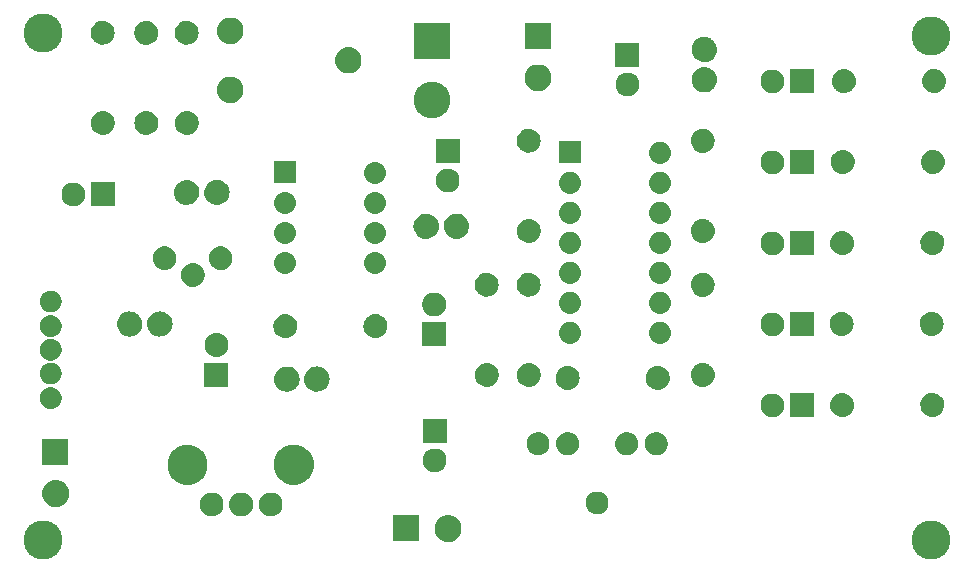
<source format=gbr>
G04 EAGLE Gerber RS-274X export*
G75*
%MOMM*%
%FSLAX34Y34*%
%LPD*%
%INSoldermask Bottom*%
%IPPOS*%
%AMOC8*
5,1,8,0,0,1.08239X$1,22.5*%
G01*
%ADD10C,3.304800*%
%ADD11C,0.900000*%
%ADD12R,1.828800X1.828800*%
%ADD13C,1.092200*%
%ADD14C,1.016000*%
%ADD15R,2.000000X2.000000*%
%ADD16R,2.050000X2.000000*%
%ADD17C,1.270000*%
%ADD18C,2.540000*%
%ADD19R,3.048000X3.048000*%
%ADD20R,2.235200X2.235200*%

G36*
X136115Y207735D02*
X136115Y207735D01*
X136158Y207746D01*
X136224Y207752D01*
X137998Y208186D01*
X138039Y208204D01*
X138102Y208222D01*
X139774Y208957D01*
X139811Y208982D01*
X139871Y209010D01*
X141389Y210024D01*
X141421Y210055D01*
X141475Y210094D01*
X142794Y211356D01*
X142821Y211393D01*
X142867Y211440D01*
X143947Y212912D01*
X143967Y212952D01*
X144004Y213007D01*
X144812Y214644D01*
X144824Y214687D01*
X144852Y214747D01*
X145363Y216501D01*
X145368Y216549D01*
X145386Y216624D01*
X145549Y218521D01*
X145545Y218569D01*
X145548Y218645D01*
X145338Y220538D01*
X145325Y220584D01*
X145313Y220660D01*
X144738Y222475D01*
X144715Y222518D01*
X144689Y222589D01*
X143771Y224258D01*
X143740Y224295D01*
X143700Y224360D01*
X142474Y225818D01*
X142437Y225848D01*
X142385Y225904D01*
X140899Y227094D01*
X140856Y227117D01*
X140794Y227162D01*
X139104Y228039D01*
X139058Y228054D01*
X138989Y228086D01*
X137160Y228616D01*
X137121Y228620D01*
X137068Y228635D01*
X135296Y228876D01*
X135252Y228874D01*
X135186Y228882D01*
X133399Y228811D01*
X133355Y228801D01*
X133289Y228797D01*
X131541Y228417D01*
X131500Y228400D01*
X131435Y228384D01*
X129780Y227707D01*
X129742Y227683D01*
X129682Y227656D01*
X128170Y226701D01*
X128137Y226671D01*
X128082Y226634D01*
X126758Y225431D01*
X126731Y225396D01*
X126683Y225350D01*
X125589Y223935D01*
X125568Y223895D01*
X125529Y223842D01*
X124697Y222259D01*
X124684Y222216D01*
X124654Y222157D01*
X124110Y220453D01*
X124104Y220406D01*
X124103Y220405D01*
X124099Y220393D01*
X124099Y220391D01*
X124084Y220335D01*
X123878Y218608D01*
X123880Y218564D01*
X123874Y218498D01*
X123970Y216761D01*
X123981Y216718D01*
X123986Y216652D01*
X124382Y214958D01*
X124400Y214917D01*
X124417Y214853D01*
X125101Y213254D01*
X125126Y213217D01*
X125154Y213156D01*
X126105Y211700D01*
X126136Y211668D01*
X126174Y211614D01*
X127364Y210345D01*
X127400Y210318D01*
X127424Y210294D01*
X127435Y210282D01*
X127437Y210281D01*
X127446Y210271D01*
X128839Y209229D01*
X128879Y209209D01*
X128933Y209170D01*
X130485Y208386D01*
X130528Y208373D01*
X130587Y208344D01*
X132252Y207841D01*
X132299Y207836D01*
X132367Y207818D01*
X134182Y207619D01*
X134227Y207622D01*
X134293Y207616D01*
X136115Y207735D01*
G37*
G36*
X361646Y290483D02*
X361646Y290483D01*
X361689Y290493D01*
X361755Y290497D01*
X363503Y290877D01*
X363544Y290894D01*
X363609Y290910D01*
X365264Y291587D01*
X365302Y291611D01*
X365362Y291638D01*
X366874Y292593D01*
X366907Y292623D01*
X366962Y292660D01*
X368286Y293863D01*
X368313Y293898D01*
X368361Y293944D01*
X369455Y295359D01*
X369476Y295399D01*
X369515Y295452D01*
X370347Y297035D01*
X370361Y297078D01*
X370390Y297137D01*
X370934Y298841D01*
X370940Y298888D01*
X370960Y298959D01*
X371166Y300686D01*
X371164Y300730D01*
X371170Y300796D01*
X371074Y302533D01*
X371064Y302576D01*
X371063Y302593D01*
X371062Y302596D01*
X371058Y302642D01*
X370662Y304336D01*
X370644Y304377D01*
X370627Y304441D01*
X369943Y306040D01*
X369918Y306077D01*
X369890Y306138D01*
X368939Y307594D01*
X368908Y307626D01*
X368870Y307680D01*
X367680Y308949D01*
X367644Y308976D01*
X367598Y309023D01*
X366205Y310065D01*
X366165Y310085D01*
X366111Y310124D01*
X364559Y310909D01*
X364516Y310921D01*
X364457Y310950D01*
X362792Y311453D01*
X362746Y311458D01*
X362677Y311476D01*
X360862Y311676D01*
X360818Y311672D01*
X360751Y311678D01*
X358929Y311559D01*
X358886Y311548D01*
X358820Y311542D01*
X357046Y311108D01*
X357006Y311090D01*
X356942Y311072D01*
X355270Y310337D01*
X355233Y310312D01*
X355173Y310284D01*
X353655Y309270D01*
X353623Y309239D01*
X353569Y309200D01*
X352250Y307938D01*
X352223Y307902D01*
X352177Y307854D01*
X351097Y306382D01*
X351077Y306342D01*
X351040Y306287D01*
X350232Y304650D01*
X350220Y304607D01*
X350192Y304547D01*
X349681Y302793D01*
X349676Y302745D01*
X349658Y302670D01*
X349495Y300773D01*
X349499Y300725D01*
X349496Y300649D01*
X349706Y298756D01*
X349719Y298710D01*
X349732Y298634D01*
X350306Y296819D01*
X350329Y296776D01*
X350355Y296705D01*
X351274Y295036D01*
X351304Y294999D01*
X351344Y294934D01*
X352570Y293477D01*
X352607Y293446D01*
X352659Y293390D01*
X354145Y292200D01*
X354188Y292177D01*
X354250Y292132D01*
X355940Y291255D01*
X355986Y291240D01*
X356055Y291208D01*
X357884Y290678D01*
X357923Y290674D01*
X357976Y290659D01*
X359748Y290418D01*
X359793Y290420D01*
X359858Y290412D01*
X361646Y290483D01*
G37*
G36*
X158728Y319159D02*
X158728Y319159D01*
X158771Y319169D01*
X158837Y319173D01*
X160585Y319553D01*
X160626Y319570D01*
X160691Y319586D01*
X162346Y320263D01*
X162384Y320287D01*
X162444Y320314D01*
X163956Y321269D01*
X163989Y321299D01*
X164044Y321336D01*
X165368Y322539D01*
X165395Y322574D01*
X165443Y322620D01*
X166537Y324035D01*
X166558Y324075D01*
X166597Y324128D01*
X167429Y325711D01*
X167443Y325754D01*
X167472Y325813D01*
X168016Y327517D01*
X168022Y327564D01*
X168042Y327635D01*
X168248Y329362D01*
X168246Y329406D01*
X168252Y329472D01*
X168156Y331209D01*
X168146Y331252D01*
X168145Y331269D01*
X168144Y331272D01*
X168140Y331318D01*
X167744Y333012D01*
X167726Y333053D01*
X167709Y333117D01*
X167025Y334716D01*
X167000Y334753D01*
X166972Y334814D01*
X166021Y336270D01*
X165990Y336302D01*
X165952Y336356D01*
X164762Y337625D01*
X164726Y337652D01*
X164680Y337699D01*
X163287Y338741D01*
X163247Y338761D01*
X163193Y338800D01*
X161641Y339585D01*
X161598Y339597D01*
X161539Y339626D01*
X159874Y340129D01*
X159828Y340134D01*
X159759Y340152D01*
X157944Y340352D01*
X157900Y340348D01*
X157833Y340354D01*
X156011Y340235D01*
X155968Y340224D01*
X155902Y340218D01*
X154128Y339784D01*
X154088Y339766D01*
X154024Y339748D01*
X152352Y339013D01*
X152315Y338988D01*
X152255Y338960D01*
X150737Y337946D01*
X150705Y337915D01*
X150651Y337876D01*
X149332Y336614D01*
X149305Y336578D01*
X149259Y336530D01*
X148179Y335058D01*
X148159Y335018D01*
X148122Y334963D01*
X147314Y333326D01*
X147302Y333283D01*
X147274Y333223D01*
X146763Y331469D01*
X146758Y331421D01*
X146740Y331346D01*
X146577Y329449D01*
X146581Y329401D01*
X146578Y329325D01*
X146788Y327432D01*
X146801Y327386D01*
X146814Y327310D01*
X147388Y325495D01*
X147411Y325452D01*
X147437Y325381D01*
X148356Y323712D01*
X148386Y323675D01*
X148426Y323610D01*
X149652Y322153D01*
X149689Y322122D01*
X149741Y322066D01*
X151227Y320876D01*
X151270Y320853D01*
X151332Y320808D01*
X153022Y319931D01*
X153068Y319916D01*
X153137Y319884D01*
X154966Y319354D01*
X155005Y319350D01*
X155058Y319335D01*
X156830Y319094D01*
X156875Y319096D01*
X156940Y319088D01*
X158728Y319159D01*
G37*
G36*
X243482Y161091D02*
X243482Y161091D01*
X243525Y161101D01*
X243591Y161105D01*
X245339Y161485D01*
X245380Y161502D01*
X245445Y161518D01*
X247100Y162195D01*
X247138Y162219D01*
X247198Y162246D01*
X248710Y163201D01*
X248743Y163231D01*
X248798Y163268D01*
X250122Y164471D01*
X250149Y164506D01*
X250197Y164552D01*
X251291Y165967D01*
X251312Y166007D01*
X251351Y166060D01*
X252183Y167643D01*
X252197Y167686D01*
X252226Y167745D01*
X252770Y169449D01*
X252776Y169496D01*
X252796Y169567D01*
X253002Y171294D01*
X253000Y171338D01*
X253006Y171404D01*
X252910Y173141D01*
X252900Y173184D01*
X252899Y173201D01*
X252898Y173204D01*
X252894Y173250D01*
X252498Y174944D01*
X252480Y174985D01*
X252463Y175049D01*
X251779Y176648D01*
X251754Y176685D01*
X251726Y176746D01*
X250775Y178202D01*
X250744Y178234D01*
X250706Y178288D01*
X249516Y179557D01*
X249480Y179584D01*
X249434Y179631D01*
X248041Y180673D01*
X248001Y180693D01*
X247947Y180732D01*
X246395Y181517D01*
X246352Y181529D01*
X246293Y181558D01*
X244628Y182061D01*
X244582Y182066D01*
X244513Y182084D01*
X242698Y182284D01*
X242654Y182280D01*
X242587Y182286D01*
X240765Y182167D01*
X240722Y182156D01*
X240656Y182150D01*
X238882Y181716D01*
X238842Y181698D01*
X238778Y181680D01*
X237106Y180945D01*
X237069Y180920D01*
X237009Y180892D01*
X235491Y179878D01*
X235459Y179847D01*
X235405Y179808D01*
X234086Y178546D01*
X234059Y178510D01*
X234013Y178462D01*
X232933Y176990D01*
X232913Y176950D01*
X232876Y176895D01*
X232068Y175258D01*
X232056Y175215D01*
X232028Y175155D01*
X231517Y173401D01*
X231512Y173353D01*
X231494Y173278D01*
X231331Y171381D01*
X231335Y171333D01*
X231332Y171257D01*
X231542Y169364D01*
X231555Y169318D01*
X231568Y169242D01*
X232142Y167427D01*
X232165Y167384D01*
X232191Y167313D01*
X233110Y165644D01*
X233140Y165607D01*
X233180Y165542D01*
X234406Y164085D01*
X234443Y164054D01*
X234495Y163998D01*
X235981Y162808D01*
X236024Y162785D01*
X236086Y162740D01*
X237776Y161863D01*
X237822Y161848D01*
X237891Y161816D01*
X239720Y161286D01*
X239759Y161282D01*
X239812Y161267D01*
X241584Y161026D01*
X241629Y161028D01*
X241694Y161020D01*
X243482Y161091D01*
G37*
G36*
X597213Y440000D02*
X597213Y440000D01*
X597256Y440011D01*
X597322Y440016D01*
X599016Y440412D01*
X599057Y440430D01*
X599121Y440447D01*
X600720Y441131D01*
X600757Y441156D01*
X600818Y441184D01*
X602274Y442135D01*
X602306Y442166D01*
X602360Y442204D01*
X603629Y443394D01*
X603656Y443430D01*
X603703Y443476D01*
X604745Y444869D01*
X604765Y444909D01*
X604804Y444963D01*
X605589Y446515D01*
X605601Y446558D01*
X605630Y446617D01*
X606133Y448282D01*
X606138Y448329D01*
X606156Y448397D01*
X606356Y450212D01*
X606352Y450257D01*
X606358Y450323D01*
X606239Y452145D01*
X606228Y452188D01*
X606222Y452254D01*
X605788Y454028D01*
X605770Y454069D01*
X605752Y454132D01*
X605017Y455804D01*
X604992Y455841D01*
X604964Y455901D01*
X603950Y457419D01*
X603919Y457451D01*
X603880Y457505D01*
X602618Y458824D01*
X602582Y458851D01*
X602534Y458897D01*
X601062Y459977D01*
X601022Y459997D01*
X600967Y460034D01*
X599330Y460842D01*
X599287Y460854D01*
X599227Y460882D01*
X597473Y461393D01*
X597425Y461398D01*
X597350Y461416D01*
X595453Y461579D01*
X595405Y461575D01*
X595329Y461578D01*
X593436Y461368D01*
X593390Y461355D01*
X593314Y461343D01*
X591499Y460768D01*
X591456Y460745D01*
X591385Y460719D01*
X589716Y459801D01*
X589679Y459770D01*
X589614Y459730D01*
X588157Y458504D01*
X588126Y458467D01*
X588070Y458415D01*
X586880Y456929D01*
X586857Y456886D01*
X586812Y456824D01*
X585935Y455134D01*
X585920Y455088D01*
X585888Y455019D01*
X585358Y453190D01*
X585354Y453151D01*
X585339Y453098D01*
X585098Y451326D01*
X585100Y451282D01*
X585092Y451216D01*
X585163Y449429D01*
X585173Y449385D01*
X585177Y449319D01*
X585557Y447571D01*
X585574Y447530D01*
X585590Y447465D01*
X586267Y445810D01*
X586291Y445772D01*
X586318Y445712D01*
X587273Y444200D01*
X587303Y444167D01*
X587340Y444112D01*
X588543Y442788D01*
X588578Y442761D01*
X588624Y442713D01*
X590039Y441619D01*
X590079Y441598D01*
X590132Y441559D01*
X591715Y440727D01*
X591758Y440714D01*
X591817Y440684D01*
X593521Y440140D01*
X593568Y440134D01*
X593639Y440114D01*
X595366Y439908D01*
X595410Y439910D01*
X595476Y439904D01*
X597213Y440000D01*
G37*
G36*
X595738Y414411D02*
X595738Y414411D01*
X595808Y414408D01*
X597569Y414582D01*
X597612Y414594D01*
X597677Y414602D01*
X599381Y415079D01*
X599421Y415099D01*
X599484Y415118D01*
X601079Y415884D01*
X601115Y415910D01*
X601174Y415940D01*
X602612Y416971D01*
X602643Y417003D01*
X602696Y417043D01*
X603933Y418308D01*
X603958Y418345D01*
X604003Y418393D01*
X605001Y419854D01*
X605019Y419895D01*
X605055Y419950D01*
X605785Y421562D01*
X605796Y421605D01*
X605821Y421666D01*
X606260Y423380D01*
X606263Y423424D01*
X606278Y423489D01*
X606412Y425253D01*
X606408Y425299D01*
X606410Y425371D01*
X606212Y427152D01*
X606201Y427190D01*
X606200Y427220D01*
X606194Y427236D01*
X606191Y427260D01*
X605687Y428979D01*
X605667Y429019D01*
X605646Y429082D01*
X604851Y430687D01*
X604825Y430723D01*
X604794Y430782D01*
X603732Y432225D01*
X603700Y432255D01*
X603659Y432308D01*
X602363Y433544D01*
X602325Y433569D01*
X602276Y433613D01*
X600785Y434606D01*
X600744Y434624D01*
X600688Y434659D01*
X599047Y435377D01*
X599004Y435388D01*
X598942Y435413D01*
X597201Y435835D01*
X597157Y435838D01*
X597092Y435852D01*
X595304Y435966D01*
X595257Y435961D01*
X595185Y435962D01*
X593466Y435745D01*
X593423Y435732D01*
X593358Y435722D01*
X591703Y435210D01*
X591663Y435190D01*
X591600Y435168D01*
X590060Y434377D01*
X590024Y434350D01*
X589966Y434318D01*
X588586Y433271D01*
X588556Y433238D01*
X588504Y433196D01*
X587327Y431925D01*
X587303Y431888D01*
X587259Y431838D01*
X586320Y430382D01*
X586303Y430341D01*
X586269Y430284D01*
X585597Y428687D01*
X585588Y428644D01*
X585563Y428582D01*
X585179Y426893D01*
X585177Y426848D01*
X585164Y426783D01*
X585080Y425053D01*
X585084Y425016D01*
X585081Y424965D01*
X585237Y423228D01*
X585247Y423191D01*
X585248Y423154D01*
X585254Y423139D01*
X585257Y423119D01*
X585712Y421435D01*
X585731Y421394D01*
X585750Y421331D01*
X586492Y419751D01*
X586517Y419715D01*
X586547Y419656D01*
X587551Y418229D01*
X587583Y418198D01*
X587623Y418145D01*
X588859Y416914D01*
X588896Y416889D01*
X588944Y416843D01*
X590376Y415846D01*
X590416Y415828D01*
X590472Y415791D01*
X592055Y415058D01*
X592098Y415047D01*
X592159Y415020D01*
X593845Y414573D01*
X593890Y414570D01*
X593954Y414554D01*
X595692Y414407D01*
X595738Y414411D01*
G37*
G36*
X183140Y319080D02*
X183140Y319080D01*
X183191Y319077D01*
X184928Y319233D01*
X184972Y319245D01*
X185037Y319253D01*
X186721Y319708D01*
X186762Y319727D01*
X186825Y319746D01*
X188405Y320488D01*
X188441Y320513D01*
X188500Y320543D01*
X189927Y321547D01*
X189958Y321579D01*
X190011Y321619D01*
X191242Y322855D01*
X191267Y322892D01*
X191313Y322940D01*
X192310Y324372D01*
X192328Y324412D01*
X192365Y324468D01*
X193098Y326051D01*
X193109Y326094D01*
X193136Y326155D01*
X193583Y327841D01*
X193586Y327886D01*
X193602Y327950D01*
X193749Y329688D01*
X193745Y329734D01*
X193748Y329804D01*
X193574Y331565D01*
X193562Y331608D01*
X193554Y331673D01*
X193077Y333377D01*
X193057Y333417D01*
X193038Y333480D01*
X192272Y335075D01*
X192246Y335111D01*
X192216Y335170D01*
X191185Y336608D01*
X191153Y336639D01*
X191113Y336692D01*
X189848Y337929D01*
X189818Y337949D01*
X189797Y337972D01*
X189784Y337979D01*
X189763Y337999D01*
X188302Y338997D01*
X188262Y339015D01*
X188206Y339051D01*
X186594Y339781D01*
X186551Y339792D01*
X186490Y339817D01*
X184776Y340256D01*
X184732Y340259D01*
X184667Y340274D01*
X182903Y340408D01*
X182857Y340404D01*
X182785Y340406D01*
X181004Y340208D01*
X180962Y340196D01*
X180896Y340187D01*
X179177Y339683D01*
X179137Y339663D01*
X179074Y339642D01*
X177469Y338847D01*
X177433Y338821D01*
X177374Y338790D01*
X175931Y337728D01*
X175901Y337696D01*
X175848Y337655D01*
X174612Y336359D01*
X174587Y336321D01*
X174543Y336272D01*
X173550Y334781D01*
X173532Y334740D01*
X173497Y334684D01*
X172779Y333043D01*
X172768Y333000D01*
X172743Y332938D01*
X172321Y331197D01*
X172318Y331153D01*
X172304Y331088D01*
X172190Y329300D01*
X172195Y329253D01*
X172194Y329181D01*
X172411Y327462D01*
X172424Y327419D01*
X172434Y327354D01*
X172946Y325699D01*
X172967Y325659D01*
X172988Y325596D01*
X173779Y324056D01*
X173806Y324020D01*
X173838Y323962D01*
X174885Y322582D01*
X174918Y322552D01*
X174960Y322500D01*
X176231Y321323D01*
X176268Y321299D01*
X176318Y321255D01*
X177774Y320316D01*
X177815Y320299D01*
X177872Y320265D01*
X179469Y319593D01*
X179512Y319584D01*
X179574Y319559D01*
X181263Y319175D01*
X181308Y319173D01*
X181373Y319160D01*
X183103Y319076D01*
X183140Y319080D01*
G37*
G36*
X386058Y290404D02*
X386058Y290404D01*
X386109Y290401D01*
X387846Y290557D01*
X387890Y290569D01*
X387955Y290577D01*
X389639Y291032D01*
X389680Y291051D01*
X389743Y291070D01*
X391323Y291812D01*
X391359Y291837D01*
X391418Y291867D01*
X392845Y292871D01*
X392876Y292903D01*
X392929Y292943D01*
X394160Y294179D01*
X394185Y294216D01*
X394231Y294264D01*
X395228Y295696D01*
X395246Y295736D01*
X395283Y295792D01*
X396016Y297375D01*
X396027Y297418D01*
X396054Y297479D01*
X396501Y299165D01*
X396504Y299210D01*
X396520Y299274D01*
X396667Y301012D01*
X396663Y301058D01*
X396666Y301128D01*
X396492Y302889D01*
X396480Y302932D01*
X396472Y302997D01*
X395995Y304701D01*
X395975Y304741D01*
X395956Y304804D01*
X395190Y306399D01*
X395164Y306435D01*
X395134Y306494D01*
X394103Y307932D01*
X394071Y307963D01*
X394031Y308016D01*
X392766Y309253D01*
X392736Y309273D01*
X392715Y309296D01*
X392702Y309303D01*
X392681Y309323D01*
X391220Y310321D01*
X391180Y310339D01*
X391124Y310375D01*
X389512Y311105D01*
X389469Y311116D01*
X389408Y311141D01*
X387694Y311580D01*
X387650Y311583D01*
X387585Y311598D01*
X385821Y311732D01*
X385775Y311728D01*
X385703Y311730D01*
X383922Y311532D01*
X383880Y311520D01*
X383814Y311511D01*
X382095Y311007D01*
X382055Y310987D01*
X381992Y310966D01*
X380387Y310171D01*
X380351Y310145D01*
X380292Y310114D01*
X378849Y309052D01*
X378819Y309020D01*
X378766Y308979D01*
X377530Y307683D01*
X377505Y307645D01*
X377461Y307596D01*
X376468Y306105D01*
X376450Y306064D01*
X376415Y306008D01*
X375697Y304367D01*
X375686Y304324D01*
X375661Y304262D01*
X375239Y302521D01*
X375236Y302477D01*
X375222Y302412D01*
X375108Y300624D01*
X375113Y300577D01*
X375112Y300505D01*
X375329Y298786D01*
X375342Y298743D01*
X375352Y298678D01*
X375864Y297023D01*
X375885Y296983D01*
X375906Y296920D01*
X376697Y295380D01*
X376724Y295344D01*
X376756Y295286D01*
X377803Y293906D01*
X377836Y293876D01*
X377878Y293824D01*
X379149Y292647D01*
X379186Y292623D01*
X379236Y292579D01*
X380692Y291640D01*
X380733Y291623D01*
X380790Y291589D01*
X382387Y290917D01*
X382430Y290908D01*
X382492Y290883D01*
X384181Y290499D01*
X384226Y290497D01*
X384291Y290484D01*
X386021Y290400D01*
X386058Y290404D01*
G37*
G36*
X267894Y161012D02*
X267894Y161012D01*
X267945Y161009D01*
X269682Y161165D01*
X269726Y161177D01*
X269791Y161185D01*
X271475Y161640D01*
X271516Y161659D01*
X271579Y161678D01*
X273159Y162420D01*
X273195Y162445D01*
X273254Y162475D01*
X274681Y163479D01*
X274712Y163511D01*
X274765Y163551D01*
X275996Y164787D01*
X276021Y164824D01*
X276067Y164872D01*
X277064Y166304D01*
X277082Y166344D01*
X277119Y166400D01*
X277852Y167983D01*
X277863Y168026D01*
X277890Y168087D01*
X278337Y169773D01*
X278340Y169818D01*
X278356Y169882D01*
X278503Y171620D01*
X278499Y171666D01*
X278502Y171736D01*
X278328Y173497D01*
X278316Y173540D01*
X278308Y173605D01*
X277831Y175309D01*
X277811Y175349D01*
X277792Y175412D01*
X277026Y177007D01*
X277000Y177043D01*
X276970Y177102D01*
X275939Y178540D01*
X275907Y178571D01*
X275867Y178624D01*
X274602Y179861D01*
X274572Y179881D01*
X274551Y179904D01*
X274538Y179911D01*
X274517Y179931D01*
X273056Y180929D01*
X273016Y180947D01*
X272960Y180983D01*
X271348Y181713D01*
X271305Y181724D01*
X271244Y181749D01*
X269530Y182188D01*
X269486Y182191D01*
X269421Y182206D01*
X267657Y182340D01*
X267611Y182336D01*
X267539Y182338D01*
X265758Y182140D01*
X265716Y182128D01*
X265650Y182119D01*
X263931Y181615D01*
X263891Y181595D01*
X263828Y181574D01*
X262223Y180779D01*
X262187Y180753D01*
X262128Y180722D01*
X260685Y179660D01*
X260655Y179628D01*
X260602Y179587D01*
X259366Y178291D01*
X259341Y178253D01*
X259297Y178204D01*
X258304Y176713D01*
X258286Y176672D01*
X258251Y176616D01*
X257533Y174975D01*
X257522Y174932D01*
X257497Y174870D01*
X257075Y173129D01*
X257072Y173085D01*
X257058Y173020D01*
X256944Y171232D01*
X256949Y171185D01*
X256948Y171113D01*
X257165Y169394D01*
X257178Y169351D01*
X257188Y169286D01*
X257700Y167631D01*
X257721Y167591D01*
X257742Y167528D01*
X258533Y165988D01*
X258560Y165952D01*
X258592Y165894D01*
X259639Y164514D01*
X259672Y164484D01*
X259714Y164432D01*
X260985Y163255D01*
X261022Y163231D01*
X261072Y163187D01*
X262528Y162248D01*
X262569Y162231D01*
X262626Y162197D01*
X264223Y161525D01*
X264266Y161516D01*
X264328Y161491D01*
X266017Y161107D01*
X266062Y161105D01*
X266127Y161092D01*
X267857Y161008D01*
X267894Y161012D01*
G37*
G36*
X109269Y207566D02*
X109269Y207566D01*
X109341Y207564D01*
X111122Y207762D01*
X111164Y207774D01*
X111230Y207783D01*
X112949Y208287D01*
X112989Y208307D01*
X113052Y208328D01*
X114657Y209123D01*
X114693Y209149D01*
X114752Y209180D01*
X116195Y210242D01*
X116202Y210250D01*
X116203Y210251D01*
X116205Y210253D01*
X116225Y210274D01*
X116278Y210315D01*
X117514Y211611D01*
X117539Y211649D01*
X117583Y211698D01*
X118576Y213189D01*
X118594Y213230D01*
X118629Y213286D01*
X119347Y214927D01*
X119358Y214970D01*
X119383Y215032D01*
X119805Y216773D01*
X119808Y216817D01*
X119822Y216882D01*
X119936Y218670D01*
X119931Y218717D01*
X119932Y218789D01*
X119715Y220508D01*
X119702Y220551D01*
X119692Y220616D01*
X119180Y222271D01*
X119160Y222311D01*
X119138Y222374D01*
X118347Y223914D01*
X118320Y223950D01*
X118288Y224008D01*
X117241Y225388D01*
X117208Y225418D01*
X117166Y225470D01*
X115895Y226647D01*
X115858Y226671D01*
X115808Y226715D01*
X114352Y227654D01*
X114311Y227671D01*
X114254Y227705D01*
X112657Y228377D01*
X112614Y228387D01*
X112552Y228411D01*
X110863Y228795D01*
X110818Y228797D01*
X110753Y228810D01*
X109023Y228895D01*
X108986Y228890D01*
X108935Y228893D01*
X107198Y228737D01*
X107154Y228725D01*
X107089Y228717D01*
X105405Y228262D01*
X105364Y228243D01*
X105301Y228224D01*
X103721Y227483D01*
X103685Y227457D01*
X103626Y227427D01*
X102199Y226423D01*
X102168Y226391D01*
X102115Y226352D01*
X100884Y225115D01*
X100859Y225078D01*
X100813Y225030D01*
X99816Y223598D01*
X99798Y223558D01*
X99761Y223502D01*
X99028Y221919D01*
X99017Y221876D01*
X98990Y221815D01*
X98543Y220129D01*
X98540Y220084D01*
X98524Y220020D01*
X98377Y218282D01*
X98381Y218236D01*
X98378Y218166D01*
X98552Y216405D01*
X98564Y216362D01*
X98570Y216313D01*
X98570Y216309D01*
X98571Y216307D01*
X98572Y216297D01*
X99049Y214593D01*
X99069Y214553D01*
X99088Y214490D01*
X99854Y212895D01*
X99880Y212859D01*
X99910Y212800D01*
X100941Y211362D01*
X100973Y211331D01*
X101013Y211278D01*
X102278Y210041D01*
X102315Y210016D01*
X102363Y209971D01*
X103824Y208973D01*
X103865Y208955D01*
X103920Y208919D01*
X105532Y208189D01*
X105575Y208178D01*
X105636Y208153D01*
X107350Y207714D01*
X107394Y207711D01*
X107459Y207696D01*
X109223Y207562D01*
X109269Y207566D01*
G37*
G36*
X557995Y162729D02*
X557995Y162729D01*
X558038Y162741D01*
X558104Y162750D01*
X559721Y163204D01*
X559762Y163223D01*
X559790Y163232D01*
X559800Y163234D01*
X559804Y163236D01*
X559825Y163243D01*
X561339Y163971D01*
X561375Y163997D01*
X561434Y164027D01*
X562799Y165008D01*
X562830Y165040D01*
X562883Y165080D01*
X564057Y166282D01*
X564082Y166319D01*
X564127Y166367D01*
X565074Y167755D01*
X565092Y167796D01*
X565128Y167852D01*
X565820Y169383D01*
X565831Y169426D01*
X565857Y169487D01*
X566272Y171116D01*
X566275Y171160D01*
X566290Y171225D01*
X566416Y172900D01*
X566412Y172947D01*
X566414Y173019D01*
X566209Y174855D01*
X566195Y174901D01*
X566183Y174976D01*
X565623Y176737D01*
X565600Y176779D01*
X565574Y176851D01*
X564681Y178468D01*
X564651Y178506D01*
X564611Y178571D01*
X563420Y179983D01*
X563383Y180014D01*
X563331Y180070D01*
X561887Y181223D01*
X561845Y181246D01*
X561783Y181290D01*
X560142Y182139D01*
X560096Y182154D01*
X560027Y182185D01*
X558252Y182698D01*
X558204Y182703D01*
X558129Y182721D01*
X556289Y182877D01*
X556245Y182873D01*
X556180Y182877D01*
X554349Y182717D01*
X554303Y182704D01*
X554227Y182694D01*
X552463Y182180D01*
X552419Y182159D01*
X552347Y182134D01*
X550717Y181285D01*
X550679Y181256D01*
X550613Y181217D01*
X549180Y180067D01*
X549148Y180031D01*
X549091Y179980D01*
X547910Y178572D01*
X547886Y178531D01*
X547840Y178470D01*
X547630Y178088D01*
X546956Y176858D01*
X546941Y176813D01*
X546907Y176744D01*
X546355Y174991D01*
X546349Y174944D01*
X546329Y174870D01*
X546130Y173043D01*
X546133Y172997D01*
X546127Y172928D01*
X546250Y171252D01*
X546261Y171209D01*
X546267Y171143D01*
X546679Y169513D01*
X546697Y169473D01*
X546715Y169409D01*
X547403Y167876D01*
X547428Y167839D01*
X547457Y167779D01*
X548401Y166389D01*
X548432Y166357D01*
X548470Y166303D01*
X549641Y165097D01*
X549678Y165071D01*
X549725Y165025D01*
X551087Y164041D01*
X551128Y164022D01*
X551182Y163985D01*
X552695Y163252D01*
X552738Y163240D01*
X552749Y163235D01*
X552776Y163222D01*
X552781Y163221D01*
X552798Y163213D01*
X554415Y162755D01*
X554460Y162750D01*
X554524Y162734D01*
X556196Y162563D01*
X556244Y162567D01*
X556323Y162563D01*
X557995Y162729D01*
G37*
G36*
X481719Y162653D02*
X481719Y162653D01*
X481762Y162665D01*
X481828Y162674D01*
X483445Y163128D01*
X483486Y163147D01*
X483514Y163156D01*
X483524Y163158D01*
X483528Y163160D01*
X483549Y163167D01*
X485063Y163895D01*
X485099Y163921D01*
X485158Y163951D01*
X486523Y164932D01*
X486554Y164964D01*
X486607Y165004D01*
X487781Y166206D01*
X487806Y166243D01*
X487851Y166291D01*
X488798Y167679D01*
X488816Y167720D01*
X488852Y167776D01*
X489544Y169307D01*
X489555Y169350D01*
X489581Y169411D01*
X489996Y171040D01*
X489999Y171084D01*
X490014Y171149D01*
X490140Y172824D01*
X490136Y172871D01*
X490138Y172943D01*
X489933Y174779D01*
X489919Y174825D01*
X489907Y174900D01*
X489347Y176661D01*
X489324Y176703D01*
X489298Y176775D01*
X488405Y178392D01*
X488375Y178430D01*
X488335Y178495D01*
X487144Y179907D01*
X487107Y179938D01*
X487055Y179994D01*
X485611Y181147D01*
X485569Y181170D01*
X485507Y181214D01*
X483866Y182063D01*
X483820Y182078D01*
X483751Y182109D01*
X481976Y182622D01*
X481928Y182627D01*
X481853Y182645D01*
X480013Y182801D01*
X479969Y182797D01*
X479904Y182801D01*
X478073Y182641D01*
X478027Y182628D01*
X477951Y182618D01*
X476187Y182104D01*
X476143Y182083D01*
X476071Y182058D01*
X474441Y181209D01*
X474403Y181180D01*
X474337Y181141D01*
X472904Y179991D01*
X472872Y179955D01*
X472815Y179904D01*
X471634Y178496D01*
X471610Y178455D01*
X471564Y178394D01*
X471354Y178012D01*
X470680Y176782D01*
X470665Y176737D01*
X470631Y176668D01*
X470079Y174915D01*
X470073Y174868D01*
X470053Y174794D01*
X469854Y172967D01*
X469857Y172921D01*
X469851Y172852D01*
X469974Y171176D01*
X469985Y171133D01*
X469991Y171067D01*
X470403Y169437D01*
X470421Y169397D01*
X470439Y169333D01*
X471127Y167800D01*
X471152Y167763D01*
X471181Y167703D01*
X472125Y166313D01*
X472156Y166281D01*
X472194Y166227D01*
X473365Y165021D01*
X473402Y164995D01*
X473449Y164949D01*
X474811Y163965D01*
X474852Y163946D01*
X474906Y163909D01*
X476419Y163176D01*
X476462Y163164D01*
X476473Y163159D01*
X476500Y163146D01*
X476505Y163145D01*
X476522Y163137D01*
X478139Y162679D01*
X478184Y162674D01*
X478248Y162658D01*
X479920Y162487D01*
X479968Y162491D01*
X480047Y162487D01*
X481719Y162653D01*
G37*
G36*
X790241Y414103D02*
X790241Y414103D01*
X790306Y414099D01*
X792137Y414259D01*
X792183Y414272D01*
X792259Y414282D01*
X794023Y414796D01*
X794067Y414817D01*
X794139Y414842D01*
X795769Y415691D01*
X795807Y415720D01*
X795873Y415759D01*
X797306Y416909D01*
X797338Y416945D01*
X797395Y416996D01*
X798576Y418404D01*
X798600Y418445D01*
X798646Y418506D01*
X798843Y418864D01*
X798843Y418865D01*
X799530Y420118D01*
X799545Y420163D01*
X799579Y420232D01*
X800131Y421985D01*
X800137Y422032D01*
X800157Y422106D01*
X800357Y423933D01*
X800353Y423979D01*
X800359Y424048D01*
X800236Y425724D01*
X800225Y425767D01*
X800219Y425833D01*
X799808Y427463D01*
X799789Y427503D01*
X799771Y427567D01*
X799083Y429100D01*
X799058Y429137D01*
X799029Y429197D01*
X798085Y430587D01*
X798054Y430619D01*
X798016Y430673D01*
X796845Y431879D01*
X796809Y431905D01*
X796761Y431951D01*
X795399Y432935D01*
X795358Y432954D01*
X795304Y432991D01*
X793791Y433724D01*
X793748Y433736D01*
X793688Y433763D01*
X792071Y434221D01*
X792026Y434226D01*
X791962Y434242D01*
X790290Y434413D01*
X790242Y434409D01*
X790163Y434413D01*
X788491Y434247D01*
X788448Y434235D01*
X788383Y434226D01*
X786765Y433772D01*
X786724Y433753D01*
X786661Y433733D01*
X785147Y433005D01*
X785111Y432979D01*
X785052Y432949D01*
X783687Y431968D01*
X783656Y431936D01*
X783603Y431896D01*
X782429Y430694D01*
X782404Y430657D01*
X782359Y430609D01*
X781412Y429221D01*
X781394Y429180D01*
X781358Y429124D01*
X780666Y427593D01*
X780655Y427550D01*
X780629Y427489D01*
X780214Y425860D01*
X780211Y425816D01*
X780196Y425751D01*
X780070Y424076D01*
X780074Y424029D01*
X780072Y423957D01*
X780277Y422122D01*
X780291Y422075D01*
X780303Y422000D01*
X780863Y420239D01*
X780886Y420197D01*
X780912Y420125D01*
X781805Y418508D01*
X781835Y418470D01*
X781875Y418405D01*
X783066Y416993D01*
X783103Y416962D01*
X783155Y416906D01*
X784599Y415753D01*
X784641Y415731D01*
X784703Y415686D01*
X786344Y414837D01*
X786390Y414823D01*
X786459Y414791D01*
X788234Y414278D01*
X788282Y414273D01*
X788357Y414256D01*
X790197Y414099D01*
X790241Y414103D01*
G37*
G36*
X86511Y454744D02*
X86511Y454744D01*
X86583Y454742D01*
X88419Y454947D01*
X88465Y454961D01*
X88540Y454973D01*
X90301Y455533D01*
X90343Y455556D01*
X90415Y455582D01*
X92032Y456475D01*
X92070Y456505D01*
X92135Y456545D01*
X93547Y457736D01*
X93578Y457773D01*
X93634Y457825D01*
X94787Y459269D01*
X94810Y459311D01*
X94854Y459373D01*
X95703Y461014D01*
X95718Y461060D01*
X95749Y461129D01*
X96262Y462904D01*
X96267Y462952D01*
X96285Y463027D01*
X96441Y464867D01*
X96437Y464911D01*
X96441Y464976D01*
X96281Y466807D01*
X96268Y466853D01*
X96258Y466929D01*
X95744Y468693D01*
X95723Y468737D01*
X95698Y468809D01*
X94849Y470439D01*
X94820Y470477D01*
X94781Y470543D01*
X93631Y471976D01*
X93595Y472008D01*
X93544Y472065D01*
X92136Y473246D01*
X92095Y473270D01*
X92034Y473316D01*
X90422Y474200D01*
X90377Y474215D01*
X90308Y474249D01*
X88555Y474801D01*
X88508Y474807D01*
X88434Y474827D01*
X86607Y475027D01*
X86561Y475023D01*
X86492Y475029D01*
X84816Y474906D01*
X84773Y474895D01*
X84707Y474889D01*
X83077Y474478D01*
X83037Y474459D01*
X82973Y474441D01*
X81440Y473753D01*
X81403Y473728D01*
X81343Y473699D01*
X79953Y472755D01*
X79921Y472724D01*
X79867Y472686D01*
X78661Y471515D01*
X78635Y471479D01*
X78589Y471431D01*
X77605Y470069D01*
X77586Y470028D01*
X77549Y469974D01*
X76816Y468461D01*
X76804Y468418D01*
X76777Y468358D01*
X76319Y466741D01*
X76314Y466696D01*
X76298Y466632D01*
X76127Y464960D01*
X76131Y464912D01*
X76127Y464833D01*
X76293Y463161D01*
X76305Y463118D01*
X76314Y463053D01*
X76768Y461435D01*
X76787Y461394D01*
X76807Y461331D01*
X77535Y459817D01*
X77561Y459781D01*
X77591Y459722D01*
X78572Y458357D01*
X78604Y458326D01*
X78644Y458273D01*
X79846Y457099D01*
X79883Y457074D01*
X79931Y457029D01*
X81319Y456082D01*
X81360Y456064D01*
X81416Y456028D01*
X82947Y455336D01*
X82990Y455325D01*
X83051Y455299D01*
X84680Y454884D01*
X84724Y454881D01*
X84789Y454866D01*
X86464Y454740D01*
X86511Y454744D01*
G37*
G36*
X157631Y454744D02*
X157631Y454744D01*
X157703Y454742D01*
X159539Y454947D01*
X159585Y454961D01*
X159660Y454973D01*
X161421Y455533D01*
X161463Y455556D01*
X161535Y455582D01*
X163152Y456475D01*
X163190Y456505D01*
X163255Y456545D01*
X164667Y457736D01*
X164698Y457773D01*
X164754Y457825D01*
X165907Y459269D01*
X165930Y459311D01*
X165974Y459373D01*
X166823Y461014D01*
X166838Y461060D01*
X166869Y461129D01*
X167382Y462904D01*
X167387Y462952D01*
X167405Y463027D01*
X167561Y464867D01*
X167557Y464911D01*
X167561Y464976D01*
X167401Y466807D01*
X167388Y466853D01*
X167378Y466929D01*
X166864Y468693D01*
X166843Y468737D01*
X166818Y468809D01*
X165969Y470439D01*
X165940Y470477D01*
X165901Y470543D01*
X164751Y471976D01*
X164715Y472008D01*
X164664Y472065D01*
X163256Y473246D01*
X163215Y473270D01*
X163154Y473316D01*
X161542Y474200D01*
X161497Y474215D01*
X161428Y474249D01*
X159675Y474801D01*
X159628Y474807D01*
X159554Y474827D01*
X157727Y475027D01*
X157681Y475023D01*
X157612Y475029D01*
X155936Y474906D01*
X155893Y474895D01*
X155827Y474889D01*
X154197Y474478D01*
X154157Y474459D01*
X154093Y474441D01*
X152560Y473753D01*
X152523Y473728D01*
X152463Y473699D01*
X151073Y472755D01*
X151041Y472724D01*
X150987Y472686D01*
X149781Y471515D01*
X149755Y471479D01*
X149709Y471431D01*
X148725Y470069D01*
X148706Y470028D01*
X148669Y469974D01*
X147936Y468461D01*
X147924Y468418D01*
X147897Y468358D01*
X147439Y466741D01*
X147434Y466696D01*
X147418Y466632D01*
X147247Y464960D01*
X147251Y464912D01*
X147247Y464833D01*
X147413Y463161D01*
X147425Y463118D01*
X147434Y463053D01*
X147888Y461435D01*
X147907Y461394D01*
X147927Y461331D01*
X148655Y459817D01*
X148681Y459781D01*
X148711Y459722D01*
X149692Y458357D01*
X149724Y458326D01*
X149764Y458273D01*
X150966Y457099D01*
X151003Y457074D01*
X151051Y457029D01*
X152439Y456082D01*
X152480Y456064D01*
X152536Y456028D01*
X154067Y455336D01*
X154110Y455325D01*
X154171Y455299D01*
X155800Y454884D01*
X155844Y454881D01*
X155909Y454866D01*
X157584Y454740D01*
X157631Y454744D01*
G37*
G36*
X157707Y378468D02*
X157707Y378468D01*
X157779Y378466D01*
X159615Y378671D01*
X159661Y378685D01*
X159736Y378697D01*
X161497Y379257D01*
X161539Y379280D01*
X161611Y379306D01*
X163228Y380199D01*
X163266Y380229D01*
X163331Y380269D01*
X164743Y381460D01*
X164774Y381497D01*
X164830Y381549D01*
X165983Y382993D01*
X166006Y383035D01*
X166050Y383097D01*
X166899Y384738D01*
X166914Y384784D01*
X166945Y384853D01*
X167458Y386628D01*
X167463Y386676D01*
X167481Y386751D01*
X167637Y388591D01*
X167633Y388635D01*
X167637Y388700D01*
X167477Y390531D01*
X167464Y390577D01*
X167454Y390653D01*
X166940Y392417D01*
X166919Y392461D01*
X166894Y392533D01*
X166045Y394163D01*
X166016Y394201D01*
X165977Y394267D01*
X164827Y395700D01*
X164791Y395732D01*
X164740Y395789D01*
X163332Y396970D01*
X163291Y396994D01*
X163230Y397040D01*
X161618Y397924D01*
X161573Y397939D01*
X161504Y397973D01*
X159751Y398525D01*
X159704Y398531D01*
X159630Y398551D01*
X157803Y398751D01*
X157757Y398747D01*
X157688Y398753D01*
X156012Y398630D01*
X155969Y398619D01*
X155903Y398613D01*
X154273Y398202D01*
X154233Y398183D01*
X154169Y398165D01*
X152636Y397477D01*
X152599Y397452D01*
X152539Y397423D01*
X151149Y396479D01*
X151117Y396448D01*
X151063Y396410D01*
X149857Y395239D01*
X149831Y395203D01*
X149785Y395155D01*
X148801Y393793D01*
X148782Y393752D01*
X148745Y393698D01*
X148012Y392185D01*
X148000Y392142D01*
X147973Y392082D01*
X147515Y390465D01*
X147510Y390420D01*
X147494Y390356D01*
X147323Y388684D01*
X147327Y388636D01*
X147323Y388557D01*
X147489Y386885D01*
X147501Y386842D01*
X147510Y386777D01*
X147964Y385159D01*
X147983Y385118D01*
X148003Y385055D01*
X148731Y383541D01*
X148757Y383505D01*
X148787Y383446D01*
X149768Y382081D01*
X149800Y382050D01*
X149840Y381997D01*
X151042Y380823D01*
X151079Y380798D01*
X151127Y380753D01*
X152515Y379806D01*
X152556Y379788D01*
X152612Y379752D01*
X154143Y379060D01*
X154186Y379049D01*
X154247Y379023D01*
X155876Y378608D01*
X155920Y378605D01*
X155985Y378590D01*
X157660Y378464D01*
X157707Y378468D01*
G37*
G36*
X86587Y378468D02*
X86587Y378468D01*
X86659Y378466D01*
X88495Y378671D01*
X88541Y378685D01*
X88616Y378697D01*
X90377Y379257D01*
X90419Y379280D01*
X90491Y379306D01*
X92108Y380199D01*
X92146Y380229D01*
X92211Y380269D01*
X93623Y381460D01*
X93654Y381497D01*
X93710Y381549D01*
X94863Y382993D01*
X94886Y383035D01*
X94930Y383097D01*
X95779Y384738D01*
X95794Y384784D01*
X95825Y384853D01*
X96338Y386628D01*
X96343Y386676D01*
X96361Y386751D01*
X96517Y388591D01*
X96513Y388635D01*
X96517Y388700D01*
X96357Y390531D01*
X96344Y390577D01*
X96334Y390653D01*
X95820Y392417D01*
X95799Y392461D01*
X95774Y392533D01*
X94925Y394163D01*
X94896Y394201D01*
X94857Y394267D01*
X93707Y395700D01*
X93671Y395732D01*
X93620Y395789D01*
X92212Y396970D01*
X92171Y396994D01*
X92110Y397040D01*
X90498Y397924D01*
X90453Y397939D01*
X90384Y397973D01*
X88631Y398525D01*
X88584Y398531D01*
X88510Y398551D01*
X86683Y398751D01*
X86637Y398747D01*
X86568Y398753D01*
X84892Y398630D01*
X84849Y398619D01*
X84783Y398613D01*
X83153Y398202D01*
X83113Y398183D01*
X83049Y398165D01*
X81516Y397477D01*
X81479Y397452D01*
X81419Y397423D01*
X80029Y396479D01*
X79997Y396448D01*
X79943Y396410D01*
X78737Y395239D01*
X78711Y395203D01*
X78665Y395155D01*
X77681Y393793D01*
X77662Y393752D01*
X77625Y393698D01*
X76892Y392185D01*
X76880Y392142D01*
X76853Y392082D01*
X76395Y390465D01*
X76390Y390420D01*
X76374Y390356D01*
X76203Y388684D01*
X76207Y388636D01*
X76203Y388557D01*
X76369Y386885D01*
X76381Y386842D01*
X76390Y386777D01*
X76844Y385159D01*
X76863Y385118D01*
X76883Y385055D01*
X77611Y383541D01*
X77637Y383505D01*
X77667Y383446D01*
X78648Y382081D01*
X78680Y382050D01*
X78720Y381997D01*
X79922Y380823D01*
X79959Y380798D01*
X80007Y380753D01*
X81395Y379806D01*
X81436Y379788D01*
X81492Y379752D01*
X83023Y379060D01*
X83066Y379049D01*
X83127Y379023D01*
X84756Y378608D01*
X84800Y378605D01*
X84865Y378590D01*
X86540Y378464D01*
X86587Y378468D01*
G37*
G36*
X447191Y363304D02*
X447191Y363304D01*
X447263Y363302D01*
X449099Y363507D01*
X449145Y363521D01*
X449220Y363533D01*
X450981Y364093D01*
X451023Y364116D01*
X451095Y364142D01*
X452712Y365035D01*
X452750Y365065D01*
X452815Y365105D01*
X454227Y366296D01*
X454258Y366333D01*
X454314Y366385D01*
X455467Y367829D01*
X455490Y367871D01*
X455534Y367933D01*
X456383Y369574D01*
X456398Y369620D01*
X456429Y369689D01*
X456942Y371464D01*
X456947Y371512D01*
X456965Y371587D01*
X457121Y373427D01*
X457117Y373471D01*
X457121Y373536D01*
X456961Y375367D01*
X456948Y375413D01*
X456938Y375489D01*
X456424Y377253D01*
X456403Y377297D01*
X456378Y377369D01*
X455529Y378999D01*
X455500Y379037D01*
X455461Y379103D01*
X454311Y380536D01*
X454275Y380568D01*
X454224Y380625D01*
X452816Y381806D01*
X452775Y381830D01*
X452714Y381876D01*
X451102Y382760D01*
X451057Y382775D01*
X450988Y382809D01*
X449235Y383361D01*
X449188Y383367D01*
X449114Y383387D01*
X447287Y383587D01*
X447241Y383583D01*
X447172Y383589D01*
X445496Y383466D01*
X445453Y383455D01*
X445387Y383449D01*
X443757Y383038D01*
X443717Y383019D01*
X443653Y383001D01*
X442120Y382313D01*
X442083Y382288D01*
X442023Y382259D01*
X440633Y381315D01*
X440601Y381284D01*
X440547Y381246D01*
X439341Y380075D01*
X439315Y380039D01*
X439269Y379991D01*
X438285Y378629D01*
X438266Y378588D01*
X438229Y378534D01*
X437496Y377021D01*
X437484Y376978D01*
X437457Y376918D01*
X436999Y375301D01*
X436994Y375256D01*
X436978Y375192D01*
X436807Y373520D01*
X436811Y373472D01*
X436807Y373393D01*
X436973Y371721D01*
X436985Y371678D01*
X436994Y371613D01*
X437448Y369995D01*
X437467Y369954D01*
X437487Y369891D01*
X438215Y368377D01*
X438241Y368341D01*
X438271Y368282D01*
X439252Y366917D01*
X439284Y366886D01*
X439324Y366833D01*
X440526Y365659D01*
X440563Y365634D01*
X440611Y365589D01*
X441999Y364642D01*
X442040Y364624D01*
X442096Y364588D01*
X443627Y363896D01*
X443670Y363885D01*
X443731Y363859D01*
X445360Y363444D01*
X445404Y363441D01*
X445469Y363426D01*
X447144Y363300D01*
X447191Y363304D01*
G37*
G36*
X447267Y287028D02*
X447267Y287028D01*
X447339Y287026D01*
X449175Y287231D01*
X449221Y287245D01*
X449296Y287257D01*
X451057Y287817D01*
X451099Y287840D01*
X451171Y287866D01*
X452788Y288759D01*
X452826Y288789D01*
X452891Y288829D01*
X454303Y290020D01*
X454334Y290057D01*
X454390Y290109D01*
X455543Y291553D01*
X455566Y291595D01*
X455610Y291657D01*
X456459Y293298D01*
X456474Y293344D01*
X456505Y293413D01*
X457018Y295188D01*
X457023Y295236D01*
X457041Y295311D01*
X457197Y297151D01*
X457193Y297195D01*
X457197Y297260D01*
X457037Y299091D01*
X457024Y299137D01*
X457014Y299213D01*
X456500Y300977D01*
X456479Y301021D01*
X456454Y301093D01*
X455605Y302723D01*
X455576Y302761D01*
X455537Y302827D01*
X454387Y304260D01*
X454351Y304292D01*
X454300Y304349D01*
X452892Y305530D01*
X452851Y305554D01*
X452790Y305600D01*
X451178Y306484D01*
X451133Y306499D01*
X451064Y306533D01*
X449311Y307085D01*
X449264Y307091D01*
X449190Y307111D01*
X447363Y307311D01*
X447317Y307307D01*
X447248Y307313D01*
X445572Y307190D01*
X445529Y307179D01*
X445463Y307173D01*
X443833Y306762D01*
X443793Y306743D01*
X443729Y306725D01*
X442196Y306037D01*
X442159Y306012D01*
X442099Y305983D01*
X440709Y305039D01*
X440677Y305008D01*
X440623Y304970D01*
X439417Y303799D01*
X439391Y303763D01*
X439345Y303715D01*
X438361Y302353D01*
X438342Y302312D01*
X438305Y302258D01*
X437572Y300745D01*
X437560Y300702D01*
X437533Y300642D01*
X437075Y299025D01*
X437070Y298980D01*
X437054Y298916D01*
X436883Y297244D01*
X436887Y297196D01*
X436883Y297117D01*
X437049Y295445D01*
X437061Y295402D01*
X437070Y295337D01*
X437524Y293719D01*
X437543Y293678D01*
X437563Y293615D01*
X438291Y292101D01*
X438317Y292065D01*
X438347Y292006D01*
X439328Y290641D01*
X439360Y290610D01*
X439400Y290557D01*
X440602Y289383D01*
X440639Y289358D01*
X440687Y289313D01*
X442075Y288366D01*
X442116Y288348D01*
X442172Y288312D01*
X443703Y287620D01*
X443746Y287609D01*
X443807Y287583D01*
X445436Y287168D01*
X445480Y287165D01*
X445545Y287150D01*
X447220Y287024D01*
X447267Y287028D01*
G37*
G36*
X447191Y241384D02*
X447191Y241384D01*
X447263Y241382D01*
X449099Y241587D01*
X449145Y241601D01*
X449220Y241613D01*
X450981Y242173D01*
X451023Y242196D01*
X451095Y242222D01*
X452712Y243115D01*
X452750Y243145D01*
X452815Y243185D01*
X454227Y244376D01*
X454258Y244413D01*
X454314Y244465D01*
X455467Y245909D01*
X455490Y245951D01*
X455534Y246013D01*
X456383Y247654D01*
X456398Y247700D01*
X456429Y247769D01*
X456942Y249544D01*
X456947Y249592D01*
X456965Y249667D01*
X457121Y251507D01*
X457117Y251551D01*
X457121Y251616D01*
X456961Y253447D01*
X456948Y253493D01*
X456938Y253569D01*
X456424Y255333D01*
X456403Y255377D01*
X456378Y255449D01*
X455529Y257079D01*
X455500Y257117D01*
X455461Y257183D01*
X454311Y258616D01*
X454275Y258648D01*
X454224Y258705D01*
X452816Y259886D01*
X452775Y259910D01*
X452714Y259956D01*
X451102Y260840D01*
X451057Y260855D01*
X450988Y260889D01*
X449235Y261441D01*
X449188Y261447D01*
X449114Y261467D01*
X447287Y261667D01*
X447241Y261663D01*
X447172Y261669D01*
X445496Y261546D01*
X445453Y261535D01*
X445387Y261529D01*
X443757Y261118D01*
X443717Y261099D01*
X443653Y261081D01*
X442120Y260393D01*
X442083Y260368D01*
X442023Y260339D01*
X440633Y259395D01*
X440601Y259364D01*
X440547Y259326D01*
X439341Y258155D01*
X439315Y258119D01*
X439269Y258071D01*
X438285Y256709D01*
X438266Y256668D01*
X438229Y256614D01*
X437496Y255101D01*
X437484Y255058D01*
X437457Y254998D01*
X436999Y253381D01*
X436994Y253336D01*
X436978Y253272D01*
X436807Y251600D01*
X436811Y251552D01*
X436807Y251473D01*
X436973Y249801D01*
X436985Y249758D01*
X436994Y249693D01*
X437448Y248075D01*
X437467Y248034D01*
X437487Y247971D01*
X438215Y246457D01*
X438241Y246421D01*
X438271Y246362D01*
X439252Y244997D01*
X439284Y244966D01*
X439324Y244913D01*
X440526Y243739D01*
X440563Y243714D01*
X440611Y243669D01*
X441999Y242722D01*
X442040Y242704D01*
X442096Y242668D01*
X443627Y241976D01*
X443670Y241965D01*
X443731Y241939D01*
X445360Y241524D01*
X445404Y241521D01*
X445469Y241506D01*
X447144Y241380D01*
X447191Y241384D01*
G37*
G36*
X411631Y241384D02*
X411631Y241384D01*
X411703Y241382D01*
X413539Y241587D01*
X413585Y241601D01*
X413660Y241613D01*
X415421Y242173D01*
X415463Y242196D01*
X415535Y242222D01*
X417152Y243115D01*
X417190Y243145D01*
X417255Y243185D01*
X418667Y244376D01*
X418698Y244413D01*
X418754Y244465D01*
X419907Y245909D01*
X419930Y245951D01*
X419974Y246013D01*
X420823Y247654D01*
X420838Y247700D01*
X420869Y247769D01*
X421382Y249544D01*
X421387Y249592D01*
X421405Y249667D01*
X421561Y251507D01*
X421557Y251551D01*
X421561Y251616D01*
X421401Y253447D01*
X421388Y253493D01*
X421378Y253569D01*
X420864Y255333D01*
X420843Y255377D01*
X420818Y255449D01*
X419969Y257079D01*
X419940Y257117D01*
X419901Y257183D01*
X418751Y258616D01*
X418715Y258648D01*
X418664Y258705D01*
X417256Y259886D01*
X417215Y259910D01*
X417154Y259956D01*
X415542Y260840D01*
X415497Y260855D01*
X415428Y260889D01*
X413675Y261441D01*
X413628Y261447D01*
X413554Y261467D01*
X411727Y261667D01*
X411681Y261663D01*
X411612Y261669D01*
X409936Y261546D01*
X409893Y261535D01*
X409827Y261529D01*
X408197Y261118D01*
X408157Y261099D01*
X408093Y261081D01*
X406560Y260393D01*
X406523Y260368D01*
X406463Y260339D01*
X405073Y259395D01*
X405041Y259364D01*
X404987Y259326D01*
X403781Y258155D01*
X403755Y258119D01*
X403709Y258071D01*
X402725Y256709D01*
X402706Y256668D01*
X402669Y256614D01*
X401936Y255101D01*
X401924Y255058D01*
X401897Y254998D01*
X401439Y253381D01*
X401434Y253336D01*
X401418Y253272D01*
X401247Y251600D01*
X401251Y251552D01*
X401247Y251473D01*
X401413Y249801D01*
X401425Y249758D01*
X401434Y249693D01*
X401888Y248075D01*
X401907Y248034D01*
X401927Y247971D01*
X402655Y246457D01*
X402681Y246421D01*
X402711Y246362D01*
X403692Y244997D01*
X403724Y244966D01*
X403764Y244913D01*
X404966Y243739D01*
X405003Y243714D01*
X405051Y243669D01*
X406439Y242722D01*
X406480Y242704D01*
X406536Y242668D01*
X408067Y241976D01*
X408110Y241965D01*
X408171Y241939D01*
X409800Y241524D01*
X409844Y241521D01*
X409909Y241506D01*
X411584Y241380D01*
X411631Y241384D01*
G37*
G36*
X411707Y165108D02*
X411707Y165108D01*
X411779Y165106D01*
X413615Y165311D01*
X413661Y165325D01*
X413736Y165337D01*
X415497Y165897D01*
X415539Y165920D01*
X415611Y165946D01*
X417228Y166839D01*
X417266Y166869D01*
X417331Y166909D01*
X418743Y168100D01*
X418774Y168137D01*
X418830Y168189D01*
X419983Y169633D01*
X420006Y169675D01*
X420050Y169737D01*
X420899Y171378D01*
X420914Y171424D01*
X420945Y171493D01*
X421458Y173268D01*
X421463Y173316D01*
X421481Y173391D01*
X421637Y175231D01*
X421633Y175275D01*
X421637Y175340D01*
X421477Y177171D01*
X421464Y177217D01*
X421454Y177293D01*
X420940Y179057D01*
X420919Y179101D01*
X420894Y179173D01*
X420045Y180803D01*
X420016Y180841D01*
X419977Y180907D01*
X418827Y182340D01*
X418791Y182372D01*
X418740Y182429D01*
X417332Y183610D01*
X417291Y183634D01*
X417230Y183680D01*
X415618Y184564D01*
X415573Y184579D01*
X415504Y184613D01*
X413751Y185165D01*
X413704Y185171D01*
X413630Y185191D01*
X411803Y185391D01*
X411757Y185387D01*
X411688Y185393D01*
X410012Y185270D01*
X409969Y185259D01*
X409903Y185253D01*
X408273Y184842D01*
X408233Y184823D01*
X408169Y184805D01*
X406636Y184117D01*
X406599Y184092D01*
X406539Y184063D01*
X405149Y183119D01*
X405117Y183088D01*
X405063Y183050D01*
X403857Y181879D01*
X403831Y181843D01*
X403785Y181795D01*
X402801Y180433D01*
X402782Y180392D01*
X402745Y180338D01*
X402012Y178825D01*
X402000Y178782D01*
X401973Y178722D01*
X401515Y177105D01*
X401510Y177060D01*
X401494Y176996D01*
X401323Y175324D01*
X401327Y175276D01*
X401323Y175197D01*
X401489Y173525D01*
X401501Y173482D01*
X401510Y173417D01*
X401964Y171799D01*
X401983Y171758D01*
X402003Y171695D01*
X402731Y170181D01*
X402757Y170145D01*
X402787Y170086D01*
X403768Y168721D01*
X403800Y168690D01*
X403840Y168637D01*
X405042Y167463D01*
X405079Y167438D01*
X405127Y167393D01*
X406515Y166446D01*
X406556Y166428D01*
X406612Y166392D01*
X408143Y165700D01*
X408186Y165689D01*
X408247Y165663D01*
X409876Y165248D01*
X409920Y165245D01*
X409985Y165230D01*
X411660Y165104D01*
X411707Y165108D01*
G37*
G36*
X447267Y165108D02*
X447267Y165108D01*
X447339Y165106D01*
X449175Y165311D01*
X449221Y165325D01*
X449296Y165337D01*
X451057Y165897D01*
X451099Y165920D01*
X451171Y165946D01*
X452788Y166839D01*
X452826Y166869D01*
X452891Y166909D01*
X454303Y168100D01*
X454334Y168137D01*
X454390Y168189D01*
X455543Y169633D01*
X455566Y169675D01*
X455610Y169737D01*
X456459Y171378D01*
X456474Y171424D01*
X456505Y171493D01*
X457018Y173268D01*
X457023Y173316D01*
X457041Y173391D01*
X457197Y175231D01*
X457193Y175275D01*
X457197Y175340D01*
X457037Y177171D01*
X457024Y177217D01*
X457014Y177293D01*
X456500Y179057D01*
X456479Y179101D01*
X456454Y179173D01*
X455605Y180803D01*
X455576Y180841D01*
X455537Y180907D01*
X454387Y182340D01*
X454351Y182372D01*
X454300Y182429D01*
X452892Y183610D01*
X452851Y183634D01*
X452790Y183680D01*
X451178Y184564D01*
X451133Y184579D01*
X451064Y184613D01*
X449311Y185165D01*
X449264Y185171D01*
X449190Y185191D01*
X447363Y185391D01*
X447317Y185387D01*
X447248Y185393D01*
X445572Y185270D01*
X445529Y185259D01*
X445463Y185253D01*
X443833Y184842D01*
X443793Y184823D01*
X443729Y184805D01*
X442196Y184117D01*
X442159Y184092D01*
X442099Y184063D01*
X440709Y183119D01*
X440677Y183088D01*
X440623Y183050D01*
X439417Y181879D01*
X439391Y181843D01*
X439345Y181795D01*
X438361Y180433D01*
X438342Y180392D01*
X438305Y180338D01*
X437572Y178825D01*
X437560Y178782D01*
X437533Y178722D01*
X437075Y177105D01*
X437070Y177060D01*
X437054Y176996D01*
X436883Y175324D01*
X436887Y175276D01*
X436883Y175197D01*
X437049Y173525D01*
X437061Y173482D01*
X437070Y173417D01*
X437524Y171799D01*
X437543Y171758D01*
X437563Y171695D01*
X438291Y170181D01*
X438317Y170145D01*
X438347Y170086D01*
X439328Y168721D01*
X439360Y168690D01*
X439400Y168637D01*
X440602Y167463D01*
X440639Y167438D01*
X440687Y167393D01*
X442075Y166446D01*
X442116Y166428D01*
X442172Y166392D01*
X443703Y165700D01*
X443746Y165689D01*
X443807Y165663D01*
X445436Y165248D01*
X445480Y165245D01*
X445545Y165230D01*
X447220Y165104D01*
X447267Y165108D01*
G37*
G36*
X124732Y454810D02*
X124732Y454810D01*
X124775Y454821D01*
X124841Y454827D01*
X126471Y455239D01*
X126511Y455257D01*
X126575Y455275D01*
X128108Y455963D01*
X128145Y455988D01*
X128205Y456017D01*
X129595Y456961D01*
X129627Y456992D01*
X129681Y457030D01*
X130887Y458201D01*
X130913Y458238D01*
X130959Y458285D01*
X131943Y459647D01*
X131962Y459688D01*
X131999Y459742D01*
X132732Y461255D01*
X132744Y461298D01*
X132771Y461358D01*
X133229Y462975D01*
X133234Y463020D01*
X133250Y463084D01*
X133421Y464756D01*
X133417Y464804D01*
X133421Y464883D01*
X133255Y466555D01*
X133243Y466598D01*
X133234Y466664D01*
X132780Y468281D01*
X132761Y468322D01*
X132741Y468385D01*
X132013Y469899D01*
X131987Y469935D01*
X131957Y469994D01*
X130976Y471359D01*
X130944Y471390D01*
X130904Y471443D01*
X129702Y472617D01*
X129665Y472642D01*
X129617Y472687D01*
X128229Y473634D01*
X128188Y473652D01*
X128132Y473688D01*
X126601Y474380D01*
X126558Y474391D01*
X126497Y474417D01*
X124868Y474832D01*
X124824Y474835D01*
X124759Y474850D01*
X123084Y474976D01*
X123037Y474972D01*
X122965Y474974D01*
X121130Y474769D01*
X121083Y474755D01*
X121008Y474743D01*
X119247Y474183D01*
X119205Y474160D01*
X119133Y474134D01*
X117516Y473241D01*
X117478Y473211D01*
X117413Y473171D01*
X116001Y471980D01*
X115970Y471943D01*
X115914Y471891D01*
X114761Y470447D01*
X114739Y470405D01*
X114694Y470343D01*
X113845Y468702D01*
X113831Y468656D01*
X113799Y468587D01*
X113286Y466812D01*
X113281Y466764D01*
X113264Y466689D01*
X113107Y464849D01*
X113111Y464805D01*
X113107Y464740D01*
X113267Y462909D01*
X113280Y462863D01*
X113288Y462802D01*
X113288Y462800D01*
X113290Y462787D01*
X113804Y461023D01*
X113825Y460979D01*
X113850Y460907D01*
X114699Y459277D01*
X114728Y459239D01*
X114767Y459173D01*
X115917Y457740D01*
X115953Y457708D01*
X116004Y457651D01*
X117412Y456470D01*
X117453Y456446D01*
X117514Y456400D01*
X119126Y455516D01*
X119171Y455501D01*
X119240Y455467D01*
X120993Y454915D01*
X121040Y454909D01*
X121114Y454889D01*
X122941Y454690D01*
X122987Y454693D01*
X123056Y454687D01*
X124732Y454810D01*
G37*
G36*
X124808Y378534D02*
X124808Y378534D01*
X124851Y378545D01*
X124917Y378551D01*
X126547Y378963D01*
X126587Y378981D01*
X126651Y378999D01*
X128184Y379687D01*
X128221Y379712D01*
X128281Y379741D01*
X129671Y380685D01*
X129703Y380716D01*
X129757Y380754D01*
X130963Y381925D01*
X130989Y381962D01*
X131035Y382009D01*
X132019Y383371D01*
X132038Y383412D01*
X132075Y383466D01*
X132808Y384979D01*
X132820Y385022D01*
X132847Y385082D01*
X133305Y386699D01*
X133310Y386744D01*
X133326Y386808D01*
X133497Y388480D01*
X133493Y388528D01*
X133497Y388607D01*
X133331Y390279D01*
X133319Y390322D01*
X133310Y390388D01*
X132856Y392005D01*
X132837Y392046D01*
X132817Y392109D01*
X132089Y393623D01*
X132063Y393659D01*
X132033Y393718D01*
X131052Y395083D01*
X131020Y395114D01*
X130980Y395167D01*
X129778Y396341D01*
X129741Y396366D01*
X129693Y396411D01*
X128305Y397358D01*
X128264Y397376D01*
X128208Y397412D01*
X126677Y398104D01*
X126634Y398115D01*
X126573Y398141D01*
X124944Y398556D01*
X124900Y398559D01*
X124835Y398574D01*
X123160Y398700D01*
X123113Y398696D01*
X123041Y398698D01*
X121206Y398493D01*
X121159Y398479D01*
X121084Y398467D01*
X119323Y397907D01*
X119281Y397884D01*
X119209Y397858D01*
X117592Y396965D01*
X117554Y396935D01*
X117489Y396895D01*
X116077Y395704D01*
X116046Y395667D01*
X115990Y395615D01*
X114837Y394171D01*
X114815Y394129D01*
X114770Y394067D01*
X113921Y392426D01*
X113907Y392380D01*
X113875Y392311D01*
X113362Y390536D01*
X113357Y390488D01*
X113340Y390413D01*
X113183Y388573D01*
X113187Y388529D01*
X113183Y388464D01*
X113343Y386633D01*
X113356Y386587D01*
X113364Y386526D01*
X113364Y386524D01*
X113366Y386511D01*
X113880Y384747D01*
X113901Y384703D01*
X113926Y384631D01*
X114775Y383001D01*
X114804Y382963D01*
X114843Y382897D01*
X115993Y381464D01*
X116029Y381432D01*
X116080Y381375D01*
X117488Y380194D01*
X117529Y380170D01*
X117590Y380124D01*
X119202Y379240D01*
X119247Y379225D01*
X119316Y379191D01*
X121069Y378639D01*
X121116Y378633D01*
X121190Y378613D01*
X123017Y378414D01*
X123063Y378417D01*
X123132Y378411D01*
X124808Y378534D01*
G37*
G36*
X595828Y363370D02*
X595828Y363370D01*
X595871Y363381D01*
X595937Y363387D01*
X597567Y363799D01*
X597607Y363817D01*
X597671Y363835D01*
X599204Y364523D01*
X599241Y364548D01*
X599301Y364577D01*
X600691Y365521D01*
X600723Y365552D01*
X600777Y365590D01*
X601983Y366761D01*
X602009Y366798D01*
X602055Y366845D01*
X603039Y368207D01*
X603058Y368248D01*
X603095Y368302D01*
X603828Y369815D01*
X603840Y369858D01*
X603867Y369918D01*
X604325Y371535D01*
X604330Y371580D01*
X604346Y371644D01*
X604517Y373316D01*
X604513Y373364D01*
X604517Y373443D01*
X604351Y375115D01*
X604339Y375158D01*
X604330Y375224D01*
X603876Y376841D01*
X603857Y376882D01*
X603837Y376945D01*
X603109Y378459D01*
X603083Y378495D01*
X603053Y378554D01*
X602072Y379919D01*
X602040Y379950D01*
X602000Y380003D01*
X600798Y381177D01*
X600761Y381202D01*
X600713Y381247D01*
X599325Y382194D01*
X599284Y382212D01*
X599228Y382248D01*
X597697Y382940D01*
X597654Y382951D01*
X597593Y382977D01*
X595964Y383392D01*
X595920Y383395D01*
X595855Y383410D01*
X594180Y383536D01*
X594133Y383532D01*
X594061Y383534D01*
X592226Y383329D01*
X592179Y383315D01*
X592104Y383303D01*
X590343Y382743D01*
X590301Y382720D01*
X590229Y382694D01*
X588612Y381801D01*
X588574Y381771D01*
X588509Y381731D01*
X587097Y380540D01*
X587066Y380503D01*
X587010Y380451D01*
X585857Y379007D01*
X585835Y378965D01*
X585790Y378903D01*
X584941Y377262D01*
X584927Y377216D01*
X584895Y377147D01*
X584382Y375372D01*
X584377Y375324D01*
X584360Y375249D01*
X584203Y373409D01*
X584207Y373365D01*
X584203Y373300D01*
X584363Y371469D01*
X584376Y371423D01*
X584384Y371362D01*
X584384Y371360D01*
X584386Y371347D01*
X584900Y369583D01*
X584921Y369539D01*
X584946Y369467D01*
X585795Y367837D01*
X585824Y367799D01*
X585863Y367733D01*
X587013Y366300D01*
X587049Y366268D01*
X587100Y366211D01*
X588508Y365030D01*
X588549Y365006D01*
X588610Y364960D01*
X590222Y364076D01*
X590267Y364061D01*
X590336Y364027D01*
X592089Y363475D01*
X592136Y363469D01*
X592210Y363449D01*
X594037Y363250D01*
X594083Y363253D01*
X594152Y363247D01*
X595828Y363370D01*
G37*
G36*
X595904Y287094D02*
X595904Y287094D01*
X595947Y287105D01*
X596013Y287111D01*
X597643Y287523D01*
X597683Y287541D01*
X597747Y287559D01*
X599280Y288247D01*
X599317Y288272D01*
X599377Y288301D01*
X600767Y289245D01*
X600799Y289276D01*
X600853Y289314D01*
X602059Y290485D01*
X602085Y290522D01*
X602131Y290569D01*
X603115Y291931D01*
X603134Y291972D01*
X603171Y292026D01*
X603904Y293539D01*
X603916Y293582D01*
X603943Y293642D01*
X604401Y295259D01*
X604406Y295304D01*
X604422Y295368D01*
X604593Y297040D01*
X604589Y297088D01*
X604593Y297167D01*
X604427Y298839D01*
X604415Y298882D01*
X604406Y298948D01*
X603952Y300565D01*
X603933Y300606D01*
X603913Y300669D01*
X603185Y302183D01*
X603159Y302219D01*
X603129Y302278D01*
X602148Y303643D01*
X602116Y303674D01*
X602076Y303727D01*
X600874Y304901D01*
X600837Y304926D01*
X600789Y304971D01*
X599401Y305918D01*
X599360Y305936D01*
X599304Y305972D01*
X597773Y306664D01*
X597730Y306675D01*
X597669Y306701D01*
X596040Y307116D01*
X595996Y307119D01*
X595931Y307134D01*
X594256Y307260D01*
X594209Y307256D01*
X594137Y307258D01*
X592302Y307053D01*
X592255Y307039D01*
X592180Y307027D01*
X590419Y306467D01*
X590377Y306444D01*
X590305Y306418D01*
X588688Y305525D01*
X588650Y305495D01*
X588585Y305455D01*
X587173Y304264D01*
X587142Y304227D01*
X587086Y304175D01*
X585933Y302731D01*
X585911Y302689D01*
X585866Y302627D01*
X585017Y300986D01*
X585003Y300940D01*
X584971Y300871D01*
X584458Y299096D01*
X584453Y299048D01*
X584436Y298973D01*
X584279Y297133D01*
X584283Y297089D01*
X584279Y297024D01*
X584439Y295193D01*
X584452Y295147D01*
X584460Y295086D01*
X584460Y295084D01*
X584462Y295071D01*
X584976Y293307D01*
X584997Y293263D01*
X585022Y293191D01*
X585871Y291561D01*
X585900Y291523D01*
X585939Y291457D01*
X587089Y290024D01*
X587125Y289992D01*
X587176Y289935D01*
X588584Y288754D01*
X588625Y288730D01*
X588686Y288684D01*
X590298Y287800D01*
X590343Y287785D01*
X590412Y287751D01*
X592165Y287199D01*
X592212Y287193D01*
X592286Y287173D01*
X594113Y286974D01*
X594159Y286977D01*
X594228Y286971D01*
X595904Y287094D01*
G37*
G36*
X595828Y241450D02*
X595828Y241450D01*
X595871Y241461D01*
X595937Y241467D01*
X597567Y241879D01*
X597607Y241897D01*
X597671Y241915D01*
X599204Y242603D01*
X599241Y242628D01*
X599301Y242657D01*
X600691Y243601D01*
X600723Y243632D01*
X600777Y243670D01*
X601983Y244841D01*
X602009Y244878D01*
X602055Y244925D01*
X603039Y246287D01*
X603058Y246328D01*
X603095Y246382D01*
X603828Y247895D01*
X603840Y247938D01*
X603867Y247998D01*
X604325Y249615D01*
X604330Y249660D01*
X604346Y249724D01*
X604517Y251396D01*
X604513Y251444D01*
X604517Y251523D01*
X604351Y253195D01*
X604339Y253238D01*
X604330Y253304D01*
X603876Y254921D01*
X603857Y254962D01*
X603837Y255025D01*
X603109Y256539D01*
X603083Y256575D01*
X603053Y256634D01*
X602072Y257999D01*
X602040Y258030D01*
X602000Y258083D01*
X600798Y259257D01*
X600761Y259282D01*
X600713Y259327D01*
X599325Y260274D01*
X599284Y260292D01*
X599228Y260328D01*
X597697Y261020D01*
X597654Y261031D01*
X597593Y261057D01*
X595964Y261472D01*
X595920Y261475D01*
X595855Y261490D01*
X594180Y261616D01*
X594133Y261612D01*
X594061Y261614D01*
X592226Y261409D01*
X592179Y261395D01*
X592104Y261383D01*
X590343Y260823D01*
X590301Y260800D01*
X590229Y260774D01*
X588612Y259881D01*
X588574Y259851D01*
X588509Y259811D01*
X587097Y258620D01*
X587066Y258583D01*
X587010Y258531D01*
X585857Y257087D01*
X585835Y257045D01*
X585790Y256983D01*
X584941Y255342D01*
X584927Y255296D01*
X584895Y255227D01*
X584382Y253452D01*
X584377Y253404D01*
X584360Y253329D01*
X584203Y251489D01*
X584207Y251445D01*
X584203Y251380D01*
X584363Y249549D01*
X584376Y249503D01*
X584384Y249442D01*
X584384Y249440D01*
X584386Y249427D01*
X584900Y247663D01*
X584921Y247619D01*
X584946Y247547D01*
X585795Y245917D01*
X585824Y245879D01*
X585863Y245813D01*
X587013Y244380D01*
X587049Y244348D01*
X587100Y244291D01*
X588508Y243110D01*
X588549Y243086D01*
X588610Y243040D01*
X590222Y242156D01*
X590267Y242141D01*
X590336Y242107D01*
X592089Y241555D01*
X592136Y241549D01*
X592210Y241529D01*
X594037Y241330D01*
X594083Y241333D01*
X594152Y241327D01*
X595828Y241450D01*
G37*
G36*
X595904Y165174D02*
X595904Y165174D01*
X595947Y165185D01*
X596013Y165191D01*
X597643Y165603D01*
X597683Y165621D01*
X597747Y165639D01*
X599280Y166327D01*
X599317Y166352D01*
X599377Y166381D01*
X600767Y167325D01*
X600799Y167356D01*
X600853Y167394D01*
X602059Y168565D01*
X602085Y168602D01*
X602131Y168649D01*
X603115Y170011D01*
X603134Y170052D01*
X603171Y170106D01*
X603904Y171619D01*
X603916Y171662D01*
X603943Y171722D01*
X604401Y173339D01*
X604406Y173384D01*
X604422Y173448D01*
X604593Y175120D01*
X604589Y175168D01*
X604593Y175247D01*
X604427Y176919D01*
X604415Y176962D01*
X604406Y177028D01*
X603952Y178645D01*
X603933Y178686D01*
X603913Y178749D01*
X603185Y180263D01*
X603159Y180299D01*
X603129Y180358D01*
X602148Y181723D01*
X602116Y181754D01*
X602076Y181807D01*
X600874Y182981D01*
X600837Y183006D01*
X600789Y183051D01*
X599401Y183998D01*
X599360Y184016D01*
X599304Y184052D01*
X597773Y184744D01*
X597730Y184755D01*
X597669Y184781D01*
X596040Y185196D01*
X595996Y185199D01*
X595931Y185214D01*
X594256Y185340D01*
X594209Y185336D01*
X594137Y185338D01*
X592302Y185133D01*
X592255Y185119D01*
X592180Y185107D01*
X590419Y184547D01*
X590377Y184524D01*
X590305Y184498D01*
X588688Y183605D01*
X588650Y183575D01*
X588585Y183535D01*
X587173Y182344D01*
X587142Y182307D01*
X587086Y182255D01*
X585933Y180811D01*
X585911Y180769D01*
X585866Y180707D01*
X585017Y179066D01*
X585003Y179020D01*
X584971Y178951D01*
X584458Y177176D01*
X584453Y177128D01*
X584436Y177053D01*
X584279Y175213D01*
X584283Y175169D01*
X584279Y175104D01*
X584439Y173273D01*
X584452Y173227D01*
X584460Y173166D01*
X584460Y173164D01*
X584462Y173151D01*
X584976Y171387D01*
X584997Y171343D01*
X585022Y171271D01*
X585871Y169641D01*
X585900Y169603D01*
X585939Y169537D01*
X587089Y168104D01*
X587125Y168072D01*
X587176Y168015D01*
X588584Y166834D01*
X588625Y166810D01*
X588686Y166764D01*
X590298Y165880D01*
X590343Y165865D01*
X590412Y165831D01*
X592165Y165279D01*
X592212Y165273D01*
X592286Y165253D01*
X594113Y165054D01*
X594159Y165057D01*
X594228Y165051D01*
X595904Y165174D01*
G37*
G36*
X317281Y206395D02*
X317281Y206395D01*
X317346Y206391D01*
X319177Y206551D01*
X319223Y206564D01*
X319299Y206574D01*
X321063Y207088D01*
X321107Y207109D01*
X321179Y207134D01*
X322809Y207983D01*
X322847Y208012D01*
X322913Y208051D01*
X324346Y209201D01*
X324378Y209237D01*
X324435Y209288D01*
X325616Y210696D01*
X325640Y210737D01*
X325686Y210798D01*
X326231Y211791D01*
X326570Y212410D01*
X326585Y212455D01*
X326619Y212524D01*
X327171Y214277D01*
X327177Y214324D01*
X327197Y214398D01*
X327397Y216225D01*
X327393Y216271D01*
X327399Y216340D01*
X327276Y218016D01*
X327265Y218059D01*
X327259Y218125D01*
X326848Y219755D01*
X326829Y219795D01*
X326811Y219859D01*
X326123Y221392D01*
X326098Y221429D01*
X326069Y221489D01*
X325125Y222879D01*
X325094Y222911D01*
X325056Y222965D01*
X323885Y224171D01*
X323849Y224197D01*
X323801Y224243D01*
X322439Y225227D01*
X322398Y225246D01*
X322344Y225283D01*
X320831Y226016D01*
X320788Y226028D01*
X320728Y226055D01*
X319111Y226513D01*
X319066Y226518D01*
X319002Y226534D01*
X317330Y226705D01*
X317282Y226701D01*
X317203Y226705D01*
X315531Y226539D01*
X315488Y226527D01*
X315423Y226518D01*
X313805Y226064D01*
X313764Y226045D01*
X313701Y226025D01*
X312187Y225297D01*
X312151Y225271D01*
X312092Y225241D01*
X310727Y224260D01*
X310696Y224228D01*
X310643Y224188D01*
X309469Y222986D01*
X309444Y222949D01*
X309399Y222901D01*
X308452Y221513D01*
X308434Y221472D01*
X308398Y221416D01*
X307706Y219885D01*
X307695Y219842D01*
X307669Y219781D01*
X307254Y218152D01*
X307251Y218108D01*
X307236Y218043D01*
X307110Y216368D01*
X307114Y216321D01*
X307112Y216249D01*
X307317Y214414D01*
X307331Y214367D01*
X307343Y214292D01*
X307903Y212531D01*
X307926Y212489D01*
X307952Y212417D01*
X308845Y210800D01*
X308875Y210762D01*
X308915Y210697D01*
X310106Y209285D01*
X310143Y209254D01*
X310195Y209198D01*
X311639Y208045D01*
X311681Y208023D01*
X311743Y207978D01*
X313384Y207129D01*
X313430Y207115D01*
X313499Y207083D01*
X315274Y206570D01*
X315322Y206565D01*
X315397Y206548D01*
X317237Y206391D01*
X317281Y206395D01*
G37*
G36*
X241005Y206319D02*
X241005Y206319D01*
X241070Y206315D01*
X242901Y206475D01*
X242947Y206488D01*
X243023Y206498D01*
X244787Y207012D01*
X244831Y207033D01*
X244903Y207058D01*
X246533Y207907D01*
X246571Y207936D01*
X246637Y207975D01*
X248070Y209125D01*
X248102Y209161D01*
X248159Y209212D01*
X249340Y210620D01*
X249364Y210661D01*
X249410Y210722D01*
X249955Y211715D01*
X250294Y212334D01*
X250309Y212379D01*
X250343Y212448D01*
X250895Y214201D01*
X250901Y214248D01*
X250921Y214322D01*
X251121Y216149D01*
X251117Y216195D01*
X251123Y216264D01*
X251000Y217940D01*
X250989Y217983D01*
X250983Y218049D01*
X250572Y219679D01*
X250553Y219719D01*
X250535Y219783D01*
X249847Y221316D01*
X249822Y221353D01*
X249793Y221413D01*
X248849Y222803D01*
X248818Y222835D01*
X248780Y222889D01*
X247609Y224095D01*
X247573Y224121D01*
X247525Y224167D01*
X246163Y225151D01*
X246122Y225170D01*
X246068Y225207D01*
X244555Y225940D01*
X244512Y225952D01*
X244452Y225979D01*
X242835Y226437D01*
X242790Y226442D01*
X242726Y226458D01*
X241054Y226629D01*
X241006Y226625D01*
X240927Y226629D01*
X239255Y226463D01*
X239212Y226451D01*
X239147Y226442D01*
X237529Y225988D01*
X237488Y225969D01*
X237425Y225949D01*
X235911Y225221D01*
X235875Y225195D01*
X235816Y225165D01*
X234451Y224184D01*
X234420Y224152D01*
X234367Y224112D01*
X233193Y222910D01*
X233168Y222873D01*
X233123Y222825D01*
X232176Y221437D01*
X232158Y221396D01*
X232122Y221340D01*
X231430Y219809D01*
X231419Y219766D01*
X231393Y219705D01*
X230978Y218076D01*
X230975Y218032D01*
X230960Y217967D01*
X230834Y216292D01*
X230838Y216245D01*
X230836Y216173D01*
X231041Y214338D01*
X231055Y214291D01*
X231067Y214216D01*
X231627Y212455D01*
X231650Y212413D01*
X231676Y212341D01*
X232569Y210724D01*
X232599Y210686D01*
X232639Y210621D01*
X233830Y209209D01*
X233867Y209178D01*
X233919Y209122D01*
X235363Y207969D01*
X235405Y207947D01*
X235467Y207902D01*
X237108Y207053D01*
X237154Y207039D01*
X237223Y207007D01*
X238998Y206494D01*
X239046Y206489D01*
X239121Y206472D01*
X240961Y206315D01*
X241005Y206319D01*
G37*
G36*
X713965Y414027D02*
X713965Y414027D01*
X714030Y414023D01*
X715861Y414183D01*
X715907Y414196D01*
X715983Y414206D01*
X717747Y414720D01*
X717791Y414741D01*
X717863Y414766D01*
X719493Y415615D01*
X719531Y415644D01*
X719597Y415683D01*
X721030Y416833D01*
X721062Y416869D01*
X721119Y416920D01*
X722300Y418328D01*
X722324Y418369D01*
X722370Y418430D01*
X722915Y419423D01*
X723254Y420042D01*
X723269Y420087D01*
X723303Y420156D01*
X723855Y421909D01*
X723861Y421956D01*
X723881Y422030D01*
X724081Y423857D01*
X724077Y423903D01*
X724083Y423972D01*
X723960Y425648D01*
X723949Y425691D01*
X723943Y425757D01*
X723532Y427387D01*
X723513Y427427D01*
X723495Y427491D01*
X722807Y429024D01*
X722782Y429061D01*
X722753Y429121D01*
X721809Y430511D01*
X721778Y430543D01*
X721740Y430597D01*
X720569Y431803D01*
X720533Y431829D01*
X720485Y431875D01*
X719123Y432859D01*
X719082Y432878D01*
X719028Y432915D01*
X717515Y433648D01*
X717472Y433660D01*
X717412Y433687D01*
X715795Y434145D01*
X715750Y434150D01*
X715686Y434166D01*
X714014Y434337D01*
X713966Y434333D01*
X713887Y434337D01*
X712215Y434171D01*
X712172Y434159D01*
X712107Y434150D01*
X710489Y433696D01*
X710448Y433677D01*
X710385Y433657D01*
X708871Y432929D01*
X708835Y432903D01*
X708776Y432873D01*
X707411Y431892D01*
X707380Y431860D01*
X707327Y431820D01*
X706153Y430618D01*
X706128Y430581D01*
X706083Y430533D01*
X705136Y429145D01*
X705118Y429104D01*
X705082Y429048D01*
X704390Y427517D01*
X704379Y427474D01*
X704353Y427413D01*
X703938Y425784D01*
X703935Y425740D01*
X703920Y425675D01*
X703794Y424000D01*
X703798Y423953D01*
X703796Y423881D01*
X704001Y422046D01*
X704015Y421999D01*
X704027Y421924D01*
X704587Y420163D01*
X704610Y420121D01*
X704636Y420049D01*
X705529Y418432D01*
X705559Y418394D01*
X705599Y418329D01*
X706790Y416917D01*
X706827Y416886D01*
X706879Y416830D01*
X708323Y415677D01*
X708365Y415655D01*
X708427Y415610D01*
X710068Y414761D01*
X710114Y414747D01*
X710183Y414715D01*
X711958Y414202D01*
X712006Y414197D01*
X712081Y414180D01*
X713921Y414023D01*
X713965Y414027D01*
G37*
G36*
X789261Y345523D02*
X789261Y345523D01*
X789326Y345519D01*
X791157Y345679D01*
X791203Y345692D01*
X791279Y345702D01*
X793043Y346216D01*
X793087Y346237D01*
X793159Y346262D01*
X794789Y347111D01*
X794827Y347140D01*
X794893Y347179D01*
X796326Y348329D01*
X796358Y348365D01*
X796415Y348416D01*
X797596Y349824D01*
X797620Y349865D01*
X797666Y349926D01*
X798211Y350919D01*
X798550Y351538D01*
X798565Y351583D01*
X798599Y351652D01*
X799151Y353405D01*
X799157Y353452D01*
X799177Y353526D01*
X799377Y355353D01*
X799373Y355399D01*
X799379Y355468D01*
X799256Y357144D01*
X799245Y357187D01*
X799239Y357253D01*
X798828Y358883D01*
X798809Y358923D01*
X798791Y358987D01*
X798103Y360520D01*
X798078Y360557D01*
X798049Y360617D01*
X797105Y362007D01*
X797074Y362039D01*
X797036Y362093D01*
X795865Y363299D01*
X795829Y363325D01*
X795781Y363371D01*
X794419Y364355D01*
X794378Y364374D01*
X794324Y364411D01*
X792811Y365144D01*
X792768Y365156D01*
X792708Y365183D01*
X791091Y365641D01*
X791046Y365646D01*
X790982Y365662D01*
X789310Y365833D01*
X789262Y365829D01*
X789183Y365833D01*
X787511Y365667D01*
X787468Y365655D01*
X787403Y365646D01*
X785785Y365192D01*
X785744Y365173D01*
X785681Y365153D01*
X784167Y364425D01*
X784131Y364399D01*
X784072Y364369D01*
X782707Y363388D01*
X782676Y363356D01*
X782623Y363316D01*
X781449Y362114D01*
X781424Y362077D01*
X781379Y362029D01*
X780432Y360641D01*
X780414Y360600D01*
X780378Y360544D01*
X779686Y359013D01*
X779675Y358970D01*
X779649Y358909D01*
X779234Y357280D01*
X779231Y357236D01*
X779216Y357171D01*
X779090Y355496D01*
X779094Y355449D01*
X779092Y355377D01*
X779297Y353542D01*
X779311Y353495D01*
X779323Y353420D01*
X779883Y351659D01*
X779906Y351617D01*
X779932Y351545D01*
X780825Y349928D01*
X780855Y349890D01*
X780895Y349825D01*
X782086Y348413D01*
X782123Y348382D01*
X782175Y348326D01*
X783619Y347173D01*
X783661Y347151D01*
X783723Y347106D01*
X785364Y346257D01*
X785410Y346243D01*
X785479Y346211D01*
X787254Y345698D01*
X787302Y345693D01*
X787377Y345676D01*
X789217Y345519D01*
X789261Y345523D01*
G37*
G36*
X712985Y345447D02*
X712985Y345447D01*
X713050Y345443D01*
X714881Y345603D01*
X714927Y345616D01*
X715003Y345626D01*
X716767Y346140D01*
X716811Y346161D01*
X716883Y346186D01*
X718513Y347035D01*
X718551Y347064D01*
X718617Y347103D01*
X720050Y348253D01*
X720082Y348289D01*
X720139Y348340D01*
X721320Y349748D01*
X721344Y349789D01*
X721390Y349850D01*
X721935Y350843D01*
X722274Y351462D01*
X722289Y351507D01*
X722323Y351576D01*
X722875Y353329D01*
X722881Y353376D01*
X722901Y353450D01*
X723101Y355277D01*
X723097Y355323D01*
X723103Y355392D01*
X722980Y357068D01*
X722969Y357111D01*
X722963Y357177D01*
X722552Y358807D01*
X722533Y358847D01*
X722515Y358911D01*
X721827Y360444D01*
X721802Y360481D01*
X721773Y360541D01*
X720829Y361931D01*
X720798Y361963D01*
X720760Y362017D01*
X719589Y363223D01*
X719553Y363249D01*
X719505Y363295D01*
X718143Y364279D01*
X718102Y364298D01*
X718048Y364335D01*
X716535Y365068D01*
X716492Y365080D01*
X716432Y365107D01*
X714815Y365565D01*
X714770Y365570D01*
X714706Y365586D01*
X713034Y365757D01*
X712986Y365753D01*
X712907Y365757D01*
X711235Y365591D01*
X711192Y365579D01*
X711127Y365570D01*
X709509Y365116D01*
X709468Y365097D01*
X709405Y365077D01*
X707891Y364349D01*
X707855Y364323D01*
X707796Y364293D01*
X706431Y363312D01*
X706400Y363280D01*
X706347Y363240D01*
X705173Y362038D01*
X705148Y362001D01*
X705103Y361953D01*
X704156Y360565D01*
X704138Y360524D01*
X704102Y360468D01*
X703410Y358937D01*
X703399Y358894D01*
X703373Y358833D01*
X702958Y357204D01*
X702955Y357160D01*
X702940Y357095D01*
X702814Y355420D01*
X702818Y355373D01*
X702816Y355301D01*
X703021Y353466D01*
X703035Y353419D01*
X703047Y353344D01*
X703607Y351583D01*
X703630Y351541D01*
X703656Y351469D01*
X704549Y349852D01*
X704579Y349814D01*
X704619Y349749D01*
X705810Y348337D01*
X705847Y348306D01*
X705899Y348250D01*
X707343Y347097D01*
X707385Y347075D01*
X707447Y347030D01*
X709088Y346181D01*
X709134Y346167D01*
X709203Y346135D01*
X710978Y345622D01*
X711026Y345617D01*
X711101Y345600D01*
X712941Y345443D01*
X712985Y345447D01*
G37*
G36*
X788741Y276943D02*
X788741Y276943D01*
X788806Y276939D01*
X790637Y277099D01*
X790683Y277112D01*
X790759Y277122D01*
X792523Y277636D01*
X792567Y277657D01*
X792639Y277682D01*
X794269Y278531D01*
X794307Y278560D01*
X794373Y278599D01*
X795806Y279749D01*
X795838Y279785D01*
X795895Y279836D01*
X797076Y281244D01*
X797100Y281285D01*
X797146Y281346D01*
X797691Y282339D01*
X798030Y282958D01*
X798045Y283003D01*
X798079Y283072D01*
X798631Y284825D01*
X798637Y284872D01*
X798657Y284946D01*
X798857Y286773D01*
X798853Y286819D01*
X798859Y286888D01*
X798736Y288564D01*
X798725Y288607D01*
X798719Y288673D01*
X798308Y290303D01*
X798289Y290343D01*
X798271Y290407D01*
X797583Y291940D01*
X797558Y291977D01*
X797529Y292037D01*
X796585Y293427D01*
X796554Y293459D01*
X796516Y293513D01*
X795345Y294719D01*
X795309Y294745D01*
X795261Y294791D01*
X793899Y295775D01*
X793858Y295794D01*
X793804Y295831D01*
X792291Y296564D01*
X792248Y296576D01*
X792188Y296603D01*
X790571Y297061D01*
X790526Y297066D01*
X790462Y297082D01*
X788790Y297253D01*
X788742Y297249D01*
X788663Y297253D01*
X786991Y297087D01*
X786948Y297075D01*
X786883Y297066D01*
X785265Y296612D01*
X785224Y296593D01*
X785161Y296573D01*
X783647Y295845D01*
X783611Y295819D01*
X783552Y295789D01*
X782187Y294808D01*
X782156Y294776D01*
X782103Y294736D01*
X780929Y293534D01*
X780904Y293497D01*
X780859Y293449D01*
X779912Y292061D01*
X779894Y292020D01*
X779858Y291964D01*
X779166Y290433D01*
X779155Y290390D01*
X779129Y290329D01*
X778714Y288700D01*
X778711Y288656D01*
X778696Y288591D01*
X778570Y286916D01*
X778574Y286869D01*
X778572Y286797D01*
X778777Y284962D01*
X778791Y284915D01*
X778803Y284840D01*
X779363Y283079D01*
X779386Y283037D01*
X779412Y282965D01*
X780305Y281348D01*
X780335Y281310D01*
X780375Y281245D01*
X781566Y279833D01*
X781603Y279802D01*
X781655Y279746D01*
X783099Y278593D01*
X783141Y278571D01*
X783203Y278526D01*
X784844Y277677D01*
X784890Y277663D01*
X784959Y277631D01*
X786734Y277118D01*
X786782Y277113D01*
X786857Y277096D01*
X788697Y276939D01*
X788741Y276943D01*
G37*
G36*
X712465Y276867D02*
X712465Y276867D01*
X712530Y276863D01*
X714361Y277023D01*
X714407Y277036D01*
X714483Y277046D01*
X716247Y277560D01*
X716291Y277581D01*
X716363Y277606D01*
X717993Y278455D01*
X718031Y278484D01*
X718097Y278523D01*
X719530Y279673D01*
X719562Y279709D01*
X719619Y279760D01*
X720800Y281168D01*
X720824Y281209D01*
X720870Y281270D01*
X721415Y282263D01*
X721754Y282882D01*
X721769Y282927D01*
X721803Y282996D01*
X722355Y284749D01*
X722361Y284796D01*
X722381Y284870D01*
X722581Y286697D01*
X722577Y286743D01*
X722583Y286812D01*
X722460Y288488D01*
X722449Y288531D01*
X722443Y288597D01*
X722032Y290227D01*
X722013Y290267D01*
X721995Y290331D01*
X721307Y291864D01*
X721282Y291901D01*
X721253Y291961D01*
X720309Y293351D01*
X720278Y293383D01*
X720240Y293437D01*
X719069Y294643D01*
X719033Y294669D01*
X718985Y294715D01*
X717623Y295699D01*
X717582Y295718D01*
X717528Y295755D01*
X716015Y296488D01*
X715972Y296500D01*
X715912Y296527D01*
X714295Y296985D01*
X714250Y296990D01*
X714186Y297006D01*
X712514Y297177D01*
X712466Y297173D01*
X712387Y297177D01*
X710715Y297011D01*
X710672Y296999D01*
X710607Y296990D01*
X708989Y296536D01*
X708948Y296517D01*
X708885Y296497D01*
X707371Y295769D01*
X707335Y295743D01*
X707276Y295713D01*
X705911Y294732D01*
X705880Y294700D01*
X705827Y294660D01*
X704653Y293458D01*
X704628Y293421D01*
X704583Y293373D01*
X703636Y291985D01*
X703618Y291944D01*
X703582Y291888D01*
X702890Y290357D01*
X702879Y290314D01*
X702853Y290253D01*
X702438Y288624D01*
X702435Y288580D01*
X702420Y288515D01*
X702294Y286840D01*
X702298Y286793D01*
X702296Y286721D01*
X702501Y284886D01*
X702515Y284839D01*
X702527Y284764D01*
X703087Y283003D01*
X703110Y282961D01*
X703136Y282889D01*
X704029Y281272D01*
X704059Y281234D01*
X704099Y281169D01*
X705290Y279757D01*
X705327Y279726D01*
X705379Y279670D01*
X706823Y278517D01*
X706865Y278495D01*
X706927Y278450D01*
X708568Y277601D01*
X708614Y277587D01*
X708683Y277555D01*
X710458Y277042D01*
X710506Y277037D01*
X710581Y277020D01*
X712421Y276863D01*
X712465Y276867D01*
G37*
G36*
X788221Y208363D02*
X788221Y208363D01*
X788286Y208359D01*
X790117Y208519D01*
X790163Y208532D01*
X790239Y208542D01*
X792003Y209056D01*
X792047Y209077D01*
X792119Y209102D01*
X793749Y209951D01*
X793787Y209980D01*
X793853Y210019D01*
X795286Y211169D01*
X795318Y211205D01*
X795375Y211256D01*
X796556Y212664D01*
X796580Y212705D01*
X796626Y212766D01*
X797171Y213759D01*
X797510Y214378D01*
X797525Y214423D01*
X797559Y214492D01*
X798111Y216245D01*
X798117Y216292D01*
X798137Y216366D01*
X798337Y218193D01*
X798333Y218239D01*
X798339Y218308D01*
X798216Y219984D01*
X798205Y220027D01*
X798199Y220093D01*
X797788Y221723D01*
X797769Y221763D01*
X797751Y221827D01*
X797063Y223360D01*
X797038Y223397D01*
X797009Y223457D01*
X796065Y224847D01*
X796034Y224879D01*
X795996Y224933D01*
X794825Y226139D01*
X794789Y226165D01*
X794741Y226211D01*
X793379Y227195D01*
X793338Y227214D01*
X793284Y227251D01*
X791771Y227984D01*
X791728Y227996D01*
X791668Y228023D01*
X790051Y228481D01*
X790006Y228486D01*
X789942Y228502D01*
X788270Y228673D01*
X788222Y228669D01*
X788143Y228673D01*
X786471Y228507D01*
X786428Y228495D01*
X786363Y228486D01*
X784745Y228032D01*
X784704Y228013D01*
X784641Y227993D01*
X783127Y227265D01*
X783091Y227239D01*
X783032Y227209D01*
X781667Y226228D01*
X781636Y226196D01*
X781583Y226156D01*
X780409Y224954D01*
X780384Y224917D01*
X780339Y224869D01*
X779392Y223481D01*
X779374Y223440D01*
X779338Y223384D01*
X778646Y221853D01*
X778635Y221810D01*
X778609Y221749D01*
X778194Y220120D01*
X778191Y220076D01*
X778176Y220011D01*
X778050Y218336D01*
X778054Y218289D01*
X778052Y218217D01*
X778257Y216382D01*
X778271Y216335D01*
X778283Y216260D01*
X778843Y214499D01*
X778866Y214457D01*
X778892Y214385D01*
X779785Y212768D01*
X779815Y212730D01*
X779855Y212665D01*
X781046Y211253D01*
X781083Y211222D01*
X781135Y211166D01*
X782579Y210013D01*
X782621Y209991D01*
X782683Y209946D01*
X784324Y209097D01*
X784370Y209083D01*
X784439Y209051D01*
X786214Y208538D01*
X786262Y208533D01*
X786337Y208516D01*
X788177Y208359D01*
X788221Y208363D01*
G37*
G36*
X711945Y208287D02*
X711945Y208287D01*
X712010Y208283D01*
X713841Y208443D01*
X713887Y208456D01*
X713963Y208466D01*
X715727Y208980D01*
X715771Y209001D01*
X715843Y209026D01*
X717473Y209875D01*
X717511Y209904D01*
X717577Y209943D01*
X719010Y211093D01*
X719042Y211129D01*
X719099Y211180D01*
X720280Y212588D01*
X720304Y212629D01*
X720350Y212690D01*
X720895Y213683D01*
X721234Y214302D01*
X721249Y214347D01*
X721283Y214416D01*
X721835Y216169D01*
X721841Y216216D01*
X721861Y216290D01*
X722061Y218117D01*
X722057Y218163D01*
X722063Y218232D01*
X721940Y219908D01*
X721929Y219951D01*
X721923Y220017D01*
X721512Y221647D01*
X721493Y221687D01*
X721475Y221751D01*
X720787Y223284D01*
X720762Y223321D01*
X720733Y223381D01*
X719789Y224771D01*
X719758Y224803D01*
X719720Y224857D01*
X718549Y226063D01*
X718513Y226089D01*
X718465Y226135D01*
X717103Y227119D01*
X717062Y227138D01*
X717008Y227175D01*
X715495Y227908D01*
X715452Y227920D01*
X715392Y227947D01*
X713775Y228405D01*
X713730Y228410D01*
X713666Y228426D01*
X711994Y228597D01*
X711946Y228593D01*
X711867Y228597D01*
X710195Y228431D01*
X710152Y228419D01*
X710087Y228410D01*
X708469Y227956D01*
X708428Y227937D01*
X708365Y227917D01*
X706851Y227189D01*
X706815Y227163D01*
X706756Y227133D01*
X705391Y226152D01*
X705360Y226120D01*
X705307Y226080D01*
X704133Y224878D01*
X704108Y224841D01*
X704063Y224793D01*
X703116Y223405D01*
X703098Y223364D01*
X703062Y223308D01*
X702370Y221777D01*
X702359Y221734D01*
X702333Y221673D01*
X701918Y220044D01*
X701915Y220000D01*
X701900Y219935D01*
X701774Y218260D01*
X701778Y218213D01*
X701776Y218141D01*
X701981Y216306D01*
X701995Y216259D01*
X702007Y216184D01*
X702567Y214423D01*
X702590Y214381D01*
X702616Y214309D01*
X703509Y212692D01*
X703539Y212654D01*
X703579Y212589D01*
X704770Y211177D01*
X704807Y211146D01*
X704859Y211090D01*
X706303Y209937D01*
X706345Y209915D01*
X706407Y209870D01*
X708048Y209021D01*
X708094Y209007D01*
X708163Y208975D01*
X709938Y208462D01*
X709986Y208457D01*
X710061Y208440D01*
X711901Y208283D01*
X711945Y208287D01*
G37*
G36*
X788741Y139783D02*
X788741Y139783D01*
X788806Y139779D01*
X790637Y139939D01*
X790683Y139952D01*
X790759Y139962D01*
X792523Y140476D01*
X792567Y140497D01*
X792639Y140522D01*
X794269Y141371D01*
X794307Y141400D01*
X794373Y141439D01*
X795806Y142589D01*
X795838Y142625D01*
X795895Y142676D01*
X797076Y144084D01*
X797100Y144125D01*
X797146Y144186D01*
X797691Y145179D01*
X798030Y145798D01*
X798045Y145843D01*
X798079Y145912D01*
X798631Y147665D01*
X798637Y147712D01*
X798657Y147786D01*
X798857Y149613D01*
X798853Y149659D01*
X798859Y149728D01*
X798736Y151404D01*
X798725Y151447D01*
X798719Y151513D01*
X798308Y153143D01*
X798289Y153183D01*
X798271Y153247D01*
X797583Y154780D01*
X797558Y154817D01*
X797529Y154877D01*
X796585Y156267D01*
X796554Y156299D01*
X796516Y156353D01*
X795345Y157559D01*
X795309Y157585D01*
X795261Y157631D01*
X793899Y158615D01*
X793858Y158634D01*
X793804Y158671D01*
X792291Y159404D01*
X792248Y159416D01*
X792188Y159443D01*
X790571Y159901D01*
X790526Y159906D01*
X790462Y159922D01*
X788790Y160093D01*
X788742Y160089D01*
X788663Y160093D01*
X786991Y159927D01*
X786948Y159915D01*
X786883Y159906D01*
X785265Y159452D01*
X785224Y159433D01*
X785161Y159413D01*
X783647Y158685D01*
X783611Y158659D01*
X783552Y158629D01*
X782187Y157648D01*
X782156Y157616D01*
X782103Y157576D01*
X780929Y156374D01*
X780904Y156337D01*
X780859Y156289D01*
X779912Y154901D01*
X779894Y154860D01*
X779858Y154804D01*
X779166Y153273D01*
X779155Y153230D01*
X779129Y153169D01*
X778714Y151540D01*
X778711Y151496D01*
X778696Y151431D01*
X778570Y149756D01*
X778574Y149709D01*
X778572Y149637D01*
X778777Y147802D01*
X778791Y147755D01*
X778803Y147680D01*
X779363Y145919D01*
X779386Y145877D01*
X779412Y145805D01*
X780305Y144188D01*
X780335Y144150D01*
X780375Y144085D01*
X781566Y142673D01*
X781603Y142642D01*
X781655Y142586D01*
X783099Y141433D01*
X783141Y141411D01*
X783203Y141366D01*
X784844Y140517D01*
X784890Y140503D01*
X784959Y140471D01*
X786734Y139958D01*
X786782Y139953D01*
X786857Y139936D01*
X788697Y139779D01*
X788741Y139783D01*
G37*
G36*
X712465Y139707D02*
X712465Y139707D01*
X712530Y139703D01*
X714361Y139863D01*
X714407Y139876D01*
X714483Y139886D01*
X716247Y140400D01*
X716291Y140421D01*
X716363Y140446D01*
X717993Y141295D01*
X718031Y141324D01*
X718097Y141363D01*
X719530Y142513D01*
X719562Y142549D01*
X719619Y142600D01*
X720800Y144008D01*
X720824Y144049D01*
X720870Y144110D01*
X721415Y145103D01*
X721754Y145722D01*
X721769Y145767D01*
X721803Y145836D01*
X722355Y147589D01*
X722361Y147636D01*
X722381Y147710D01*
X722581Y149537D01*
X722577Y149583D01*
X722583Y149652D01*
X722460Y151328D01*
X722449Y151371D01*
X722443Y151437D01*
X722032Y153067D01*
X722013Y153107D01*
X721995Y153171D01*
X721307Y154704D01*
X721282Y154741D01*
X721253Y154801D01*
X720309Y156191D01*
X720278Y156223D01*
X720240Y156277D01*
X719069Y157483D01*
X719033Y157509D01*
X718985Y157555D01*
X717623Y158539D01*
X717582Y158558D01*
X717528Y158595D01*
X716015Y159328D01*
X715972Y159340D01*
X715912Y159367D01*
X714295Y159825D01*
X714250Y159830D01*
X714186Y159846D01*
X712514Y160017D01*
X712466Y160013D01*
X712387Y160017D01*
X710715Y159851D01*
X710672Y159839D01*
X710607Y159830D01*
X708989Y159376D01*
X708948Y159357D01*
X708885Y159337D01*
X707371Y158609D01*
X707335Y158583D01*
X707276Y158553D01*
X705911Y157572D01*
X705880Y157540D01*
X705827Y157500D01*
X704653Y156298D01*
X704628Y156261D01*
X704583Y156213D01*
X703636Y154825D01*
X703618Y154784D01*
X703582Y154728D01*
X702890Y153197D01*
X702879Y153154D01*
X702853Y153093D01*
X702438Y151464D01*
X702435Y151420D01*
X702420Y151355D01*
X702294Y149680D01*
X702298Y149633D01*
X702296Y149561D01*
X702501Y147726D01*
X702515Y147679D01*
X702527Y147604D01*
X703087Y145843D01*
X703110Y145801D01*
X703136Y145729D01*
X704029Y144112D01*
X704059Y144074D01*
X704099Y144009D01*
X705290Y142597D01*
X705327Y142566D01*
X705379Y142510D01*
X706823Y141357D01*
X706865Y141335D01*
X706927Y141290D01*
X708568Y140441D01*
X708614Y140427D01*
X708683Y140395D01*
X710458Y139882D01*
X710506Y139877D01*
X710581Y139860D01*
X712421Y139703D01*
X712465Y139707D01*
G37*
D10*
X787400Y35560D03*
X787400Y462280D03*
X35560Y464820D03*
X35560Y35560D03*
D11*
X553316Y363660D02*
X553318Y363794D01*
X553324Y363927D01*
X553334Y364061D01*
X553348Y364194D01*
X553366Y364327D01*
X553388Y364459D01*
X553413Y364590D01*
X553443Y364720D01*
X553476Y364850D01*
X553514Y364979D01*
X553555Y365106D01*
X553600Y365232D01*
X553649Y365357D01*
X553701Y365480D01*
X553757Y365601D01*
X553817Y365721D01*
X553880Y365839D01*
X553946Y365955D01*
X554016Y366069D01*
X554090Y366181D01*
X554166Y366291D01*
X554246Y366398D01*
X554329Y366503D01*
X554416Y366605D01*
X554505Y366705D01*
X554597Y366802D01*
X554692Y366896D01*
X554790Y366988D01*
X554890Y367076D01*
X554993Y367162D01*
X555099Y367244D01*
X555207Y367323D01*
X555317Y367399D01*
X555429Y367472D01*
X555544Y367541D01*
X555660Y367606D01*
X555779Y367669D01*
X555899Y367727D01*
X556021Y367783D01*
X556144Y367834D01*
X556269Y367882D01*
X556396Y367926D01*
X556523Y367966D01*
X556652Y368002D01*
X556782Y368035D01*
X556913Y368064D01*
X557044Y368088D01*
X557176Y368109D01*
X557309Y368126D01*
X557442Y368139D01*
X557576Y368148D01*
X557710Y368153D01*
X557843Y368154D01*
X557977Y368151D01*
X558111Y368144D01*
X558244Y368133D01*
X558377Y368118D01*
X558510Y368099D01*
X558642Y368076D01*
X558773Y368050D01*
X558903Y368019D01*
X559032Y367985D01*
X559160Y367946D01*
X559288Y367904D01*
X559413Y367858D01*
X559538Y367809D01*
X559660Y367755D01*
X559781Y367699D01*
X559901Y367638D01*
X560018Y367574D01*
X560134Y367507D01*
X560247Y367436D01*
X560359Y367361D01*
X560468Y367284D01*
X560574Y367203D01*
X560679Y367119D01*
X560780Y367032D01*
X560880Y366942D01*
X560976Y366850D01*
X561069Y366754D01*
X561160Y366655D01*
X561248Y366554D01*
X561332Y366451D01*
X561414Y366345D01*
X561492Y366236D01*
X561567Y366125D01*
X561639Y366012D01*
X561707Y365897D01*
X561772Y365780D01*
X561834Y365661D01*
X561892Y365541D01*
X561946Y365418D01*
X561996Y365294D01*
X562043Y365169D01*
X562086Y365042D01*
X562125Y364914D01*
X562161Y364785D01*
X562192Y364655D01*
X562220Y364524D01*
X562244Y364393D01*
X562264Y364260D01*
X562280Y364128D01*
X562292Y363994D01*
X562300Y363861D01*
X562304Y363727D01*
X562304Y363593D01*
X562300Y363459D01*
X562292Y363326D01*
X562280Y363192D01*
X562264Y363060D01*
X562244Y362927D01*
X562220Y362796D01*
X562192Y362665D01*
X562161Y362535D01*
X562125Y362406D01*
X562086Y362278D01*
X562043Y362151D01*
X561996Y362026D01*
X561946Y361902D01*
X561892Y361779D01*
X561834Y361659D01*
X561772Y361540D01*
X561707Y361423D01*
X561639Y361308D01*
X561567Y361195D01*
X561492Y361084D01*
X561414Y360975D01*
X561332Y360869D01*
X561248Y360766D01*
X561160Y360665D01*
X561069Y360566D01*
X560976Y360470D01*
X560880Y360378D01*
X560780Y360288D01*
X560679Y360201D01*
X560574Y360117D01*
X560468Y360036D01*
X560359Y359959D01*
X560247Y359884D01*
X560134Y359813D01*
X560018Y359746D01*
X559901Y359682D01*
X559781Y359621D01*
X559660Y359565D01*
X559538Y359511D01*
X559413Y359462D01*
X559288Y359416D01*
X559160Y359374D01*
X559032Y359335D01*
X558903Y359301D01*
X558773Y359270D01*
X558642Y359244D01*
X558510Y359221D01*
X558377Y359202D01*
X558244Y359187D01*
X558111Y359176D01*
X557977Y359169D01*
X557843Y359166D01*
X557710Y359167D01*
X557576Y359172D01*
X557442Y359181D01*
X557309Y359194D01*
X557176Y359211D01*
X557044Y359232D01*
X556913Y359256D01*
X556782Y359285D01*
X556652Y359318D01*
X556523Y359354D01*
X556396Y359394D01*
X556269Y359438D01*
X556144Y359486D01*
X556021Y359537D01*
X555899Y359593D01*
X555779Y359651D01*
X555660Y359714D01*
X555544Y359779D01*
X555429Y359848D01*
X555317Y359921D01*
X555207Y359997D01*
X555099Y360076D01*
X554993Y360158D01*
X554890Y360244D01*
X554790Y360332D01*
X554692Y360424D01*
X554597Y360518D01*
X554505Y360615D01*
X554416Y360715D01*
X554329Y360817D01*
X554246Y360922D01*
X554166Y361029D01*
X554090Y361139D01*
X554016Y361251D01*
X553946Y361365D01*
X553880Y361481D01*
X553817Y361599D01*
X553757Y361719D01*
X553701Y361840D01*
X553649Y361963D01*
X553600Y362088D01*
X553555Y362214D01*
X553514Y362341D01*
X553476Y362470D01*
X553443Y362600D01*
X553413Y362730D01*
X553388Y362861D01*
X553366Y362993D01*
X553348Y363126D01*
X553334Y363259D01*
X553324Y363393D01*
X553318Y363526D01*
X553316Y363660D01*
X553316Y338260D02*
X553318Y338394D01*
X553324Y338527D01*
X553334Y338661D01*
X553348Y338794D01*
X553366Y338927D01*
X553388Y339059D01*
X553413Y339190D01*
X553443Y339320D01*
X553476Y339450D01*
X553514Y339579D01*
X553555Y339706D01*
X553600Y339832D01*
X553649Y339957D01*
X553701Y340080D01*
X553757Y340201D01*
X553817Y340321D01*
X553880Y340439D01*
X553946Y340555D01*
X554016Y340669D01*
X554090Y340781D01*
X554166Y340891D01*
X554246Y340998D01*
X554329Y341103D01*
X554416Y341205D01*
X554505Y341305D01*
X554597Y341402D01*
X554692Y341496D01*
X554790Y341588D01*
X554890Y341676D01*
X554993Y341762D01*
X555099Y341844D01*
X555207Y341923D01*
X555317Y341999D01*
X555429Y342072D01*
X555544Y342141D01*
X555660Y342206D01*
X555779Y342269D01*
X555899Y342327D01*
X556021Y342383D01*
X556144Y342434D01*
X556269Y342482D01*
X556396Y342526D01*
X556523Y342566D01*
X556652Y342602D01*
X556782Y342635D01*
X556913Y342664D01*
X557044Y342688D01*
X557176Y342709D01*
X557309Y342726D01*
X557442Y342739D01*
X557576Y342748D01*
X557710Y342753D01*
X557843Y342754D01*
X557977Y342751D01*
X558111Y342744D01*
X558244Y342733D01*
X558377Y342718D01*
X558510Y342699D01*
X558642Y342676D01*
X558773Y342650D01*
X558903Y342619D01*
X559032Y342585D01*
X559160Y342546D01*
X559288Y342504D01*
X559413Y342458D01*
X559538Y342409D01*
X559660Y342355D01*
X559781Y342299D01*
X559901Y342238D01*
X560018Y342174D01*
X560134Y342107D01*
X560247Y342036D01*
X560359Y341961D01*
X560468Y341884D01*
X560574Y341803D01*
X560679Y341719D01*
X560780Y341632D01*
X560880Y341542D01*
X560976Y341450D01*
X561069Y341354D01*
X561160Y341255D01*
X561248Y341154D01*
X561332Y341051D01*
X561414Y340945D01*
X561492Y340836D01*
X561567Y340725D01*
X561639Y340612D01*
X561707Y340497D01*
X561772Y340380D01*
X561834Y340261D01*
X561892Y340141D01*
X561946Y340018D01*
X561996Y339894D01*
X562043Y339769D01*
X562086Y339642D01*
X562125Y339514D01*
X562161Y339385D01*
X562192Y339255D01*
X562220Y339124D01*
X562244Y338993D01*
X562264Y338860D01*
X562280Y338728D01*
X562292Y338594D01*
X562300Y338461D01*
X562304Y338327D01*
X562304Y338193D01*
X562300Y338059D01*
X562292Y337926D01*
X562280Y337792D01*
X562264Y337660D01*
X562244Y337527D01*
X562220Y337396D01*
X562192Y337265D01*
X562161Y337135D01*
X562125Y337006D01*
X562086Y336878D01*
X562043Y336751D01*
X561996Y336626D01*
X561946Y336502D01*
X561892Y336379D01*
X561834Y336259D01*
X561772Y336140D01*
X561707Y336023D01*
X561639Y335908D01*
X561567Y335795D01*
X561492Y335684D01*
X561414Y335575D01*
X561332Y335469D01*
X561248Y335366D01*
X561160Y335265D01*
X561069Y335166D01*
X560976Y335070D01*
X560880Y334978D01*
X560780Y334888D01*
X560679Y334801D01*
X560574Y334717D01*
X560468Y334636D01*
X560359Y334559D01*
X560247Y334484D01*
X560134Y334413D01*
X560018Y334346D01*
X559901Y334282D01*
X559781Y334221D01*
X559660Y334165D01*
X559538Y334111D01*
X559413Y334062D01*
X559288Y334016D01*
X559160Y333974D01*
X559032Y333935D01*
X558903Y333901D01*
X558773Y333870D01*
X558642Y333844D01*
X558510Y333821D01*
X558377Y333802D01*
X558244Y333787D01*
X558111Y333776D01*
X557977Y333769D01*
X557843Y333766D01*
X557710Y333767D01*
X557576Y333772D01*
X557442Y333781D01*
X557309Y333794D01*
X557176Y333811D01*
X557044Y333832D01*
X556913Y333856D01*
X556782Y333885D01*
X556652Y333918D01*
X556523Y333954D01*
X556396Y333994D01*
X556269Y334038D01*
X556144Y334086D01*
X556021Y334137D01*
X555899Y334193D01*
X555779Y334251D01*
X555660Y334314D01*
X555544Y334379D01*
X555429Y334448D01*
X555317Y334521D01*
X555207Y334597D01*
X555099Y334676D01*
X554993Y334758D01*
X554890Y334844D01*
X554790Y334932D01*
X554692Y335024D01*
X554597Y335118D01*
X554505Y335215D01*
X554416Y335315D01*
X554329Y335417D01*
X554246Y335522D01*
X554166Y335629D01*
X554090Y335739D01*
X554016Y335851D01*
X553946Y335965D01*
X553880Y336081D01*
X553817Y336199D01*
X553757Y336319D01*
X553701Y336440D01*
X553649Y336563D01*
X553600Y336688D01*
X553555Y336814D01*
X553514Y336941D01*
X553476Y337070D01*
X553443Y337200D01*
X553413Y337330D01*
X553388Y337461D01*
X553366Y337593D01*
X553348Y337726D01*
X553334Y337859D01*
X553324Y337993D01*
X553318Y338126D01*
X553316Y338260D01*
X553316Y312860D02*
X553318Y312994D01*
X553324Y313127D01*
X553334Y313261D01*
X553348Y313394D01*
X553366Y313527D01*
X553388Y313659D01*
X553413Y313790D01*
X553443Y313920D01*
X553476Y314050D01*
X553514Y314179D01*
X553555Y314306D01*
X553600Y314432D01*
X553649Y314557D01*
X553701Y314680D01*
X553757Y314801D01*
X553817Y314921D01*
X553880Y315039D01*
X553946Y315155D01*
X554016Y315269D01*
X554090Y315381D01*
X554166Y315491D01*
X554246Y315598D01*
X554329Y315703D01*
X554416Y315805D01*
X554505Y315905D01*
X554597Y316002D01*
X554692Y316096D01*
X554790Y316188D01*
X554890Y316276D01*
X554993Y316362D01*
X555099Y316444D01*
X555207Y316523D01*
X555317Y316599D01*
X555429Y316672D01*
X555544Y316741D01*
X555660Y316806D01*
X555779Y316869D01*
X555899Y316927D01*
X556021Y316983D01*
X556144Y317034D01*
X556269Y317082D01*
X556396Y317126D01*
X556523Y317166D01*
X556652Y317202D01*
X556782Y317235D01*
X556913Y317264D01*
X557044Y317288D01*
X557176Y317309D01*
X557309Y317326D01*
X557442Y317339D01*
X557576Y317348D01*
X557710Y317353D01*
X557843Y317354D01*
X557977Y317351D01*
X558111Y317344D01*
X558244Y317333D01*
X558377Y317318D01*
X558510Y317299D01*
X558642Y317276D01*
X558773Y317250D01*
X558903Y317219D01*
X559032Y317185D01*
X559160Y317146D01*
X559288Y317104D01*
X559413Y317058D01*
X559538Y317009D01*
X559660Y316955D01*
X559781Y316899D01*
X559901Y316838D01*
X560018Y316774D01*
X560134Y316707D01*
X560247Y316636D01*
X560359Y316561D01*
X560468Y316484D01*
X560574Y316403D01*
X560679Y316319D01*
X560780Y316232D01*
X560880Y316142D01*
X560976Y316050D01*
X561069Y315954D01*
X561160Y315855D01*
X561248Y315754D01*
X561332Y315651D01*
X561414Y315545D01*
X561492Y315436D01*
X561567Y315325D01*
X561639Y315212D01*
X561707Y315097D01*
X561772Y314980D01*
X561834Y314861D01*
X561892Y314741D01*
X561946Y314618D01*
X561996Y314494D01*
X562043Y314369D01*
X562086Y314242D01*
X562125Y314114D01*
X562161Y313985D01*
X562192Y313855D01*
X562220Y313724D01*
X562244Y313593D01*
X562264Y313460D01*
X562280Y313328D01*
X562292Y313194D01*
X562300Y313061D01*
X562304Y312927D01*
X562304Y312793D01*
X562300Y312659D01*
X562292Y312526D01*
X562280Y312392D01*
X562264Y312260D01*
X562244Y312127D01*
X562220Y311996D01*
X562192Y311865D01*
X562161Y311735D01*
X562125Y311606D01*
X562086Y311478D01*
X562043Y311351D01*
X561996Y311226D01*
X561946Y311102D01*
X561892Y310979D01*
X561834Y310859D01*
X561772Y310740D01*
X561707Y310623D01*
X561639Y310508D01*
X561567Y310395D01*
X561492Y310284D01*
X561414Y310175D01*
X561332Y310069D01*
X561248Y309966D01*
X561160Y309865D01*
X561069Y309766D01*
X560976Y309670D01*
X560880Y309578D01*
X560780Y309488D01*
X560679Y309401D01*
X560574Y309317D01*
X560468Y309236D01*
X560359Y309159D01*
X560247Y309084D01*
X560134Y309013D01*
X560018Y308946D01*
X559901Y308882D01*
X559781Y308821D01*
X559660Y308765D01*
X559538Y308711D01*
X559413Y308662D01*
X559288Y308616D01*
X559160Y308574D01*
X559032Y308535D01*
X558903Y308501D01*
X558773Y308470D01*
X558642Y308444D01*
X558510Y308421D01*
X558377Y308402D01*
X558244Y308387D01*
X558111Y308376D01*
X557977Y308369D01*
X557843Y308366D01*
X557710Y308367D01*
X557576Y308372D01*
X557442Y308381D01*
X557309Y308394D01*
X557176Y308411D01*
X557044Y308432D01*
X556913Y308456D01*
X556782Y308485D01*
X556652Y308518D01*
X556523Y308554D01*
X556396Y308594D01*
X556269Y308638D01*
X556144Y308686D01*
X556021Y308737D01*
X555899Y308793D01*
X555779Y308851D01*
X555660Y308914D01*
X555544Y308979D01*
X555429Y309048D01*
X555317Y309121D01*
X555207Y309197D01*
X555099Y309276D01*
X554993Y309358D01*
X554890Y309444D01*
X554790Y309532D01*
X554692Y309624D01*
X554597Y309718D01*
X554505Y309815D01*
X554416Y309915D01*
X554329Y310017D01*
X554246Y310122D01*
X554166Y310229D01*
X554090Y310339D01*
X554016Y310451D01*
X553946Y310565D01*
X553880Y310681D01*
X553817Y310799D01*
X553757Y310919D01*
X553701Y311040D01*
X553649Y311163D01*
X553600Y311288D01*
X553555Y311414D01*
X553514Y311541D01*
X553476Y311670D01*
X553443Y311800D01*
X553413Y311930D01*
X553388Y312061D01*
X553366Y312193D01*
X553348Y312326D01*
X553334Y312459D01*
X553324Y312593D01*
X553318Y312726D01*
X553316Y312860D01*
X553316Y287460D02*
X553318Y287594D01*
X553324Y287727D01*
X553334Y287861D01*
X553348Y287994D01*
X553366Y288127D01*
X553388Y288259D01*
X553413Y288390D01*
X553443Y288520D01*
X553476Y288650D01*
X553514Y288779D01*
X553555Y288906D01*
X553600Y289032D01*
X553649Y289157D01*
X553701Y289280D01*
X553757Y289401D01*
X553817Y289521D01*
X553880Y289639D01*
X553946Y289755D01*
X554016Y289869D01*
X554090Y289981D01*
X554166Y290091D01*
X554246Y290198D01*
X554329Y290303D01*
X554416Y290405D01*
X554505Y290505D01*
X554597Y290602D01*
X554692Y290696D01*
X554790Y290788D01*
X554890Y290876D01*
X554993Y290962D01*
X555099Y291044D01*
X555207Y291123D01*
X555317Y291199D01*
X555429Y291272D01*
X555544Y291341D01*
X555660Y291406D01*
X555779Y291469D01*
X555899Y291527D01*
X556021Y291583D01*
X556144Y291634D01*
X556269Y291682D01*
X556396Y291726D01*
X556523Y291766D01*
X556652Y291802D01*
X556782Y291835D01*
X556913Y291864D01*
X557044Y291888D01*
X557176Y291909D01*
X557309Y291926D01*
X557442Y291939D01*
X557576Y291948D01*
X557710Y291953D01*
X557843Y291954D01*
X557977Y291951D01*
X558111Y291944D01*
X558244Y291933D01*
X558377Y291918D01*
X558510Y291899D01*
X558642Y291876D01*
X558773Y291850D01*
X558903Y291819D01*
X559032Y291785D01*
X559160Y291746D01*
X559288Y291704D01*
X559413Y291658D01*
X559538Y291609D01*
X559660Y291555D01*
X559781Y291499D01*
X559901Y291438D01*
X560018Y291374D01*
X560134Y291307D01*
X560247Y291236D01*
X560359Y291161D01*
X560468Y291084D01*
X560574Y291003D01*
X560679Y290919D01*
X560780Y290832D01*
X560880Y290742D01*
X560976Y290650D01*
X561069Y290554D01*
X561160Y290455D01*
X561248Y290354D01*
X561332Y290251D01*
X561414Y290145D01*
X561492Y290036D01*
X561567Y289925D01*
X561639Y289812D01*
X561707Y289697D01*
X561772Y289580D01*
X561834Y289461D01*
X561892Y289341D01*
X561946Y289218D01*
X561996Y289094D01*
X562043Y288969D01*
X562086Y288842D01*
X562125Y288714D01*
X562161Y288585D01*
X562192Y288455D01*
X562220Y288324D01*
X562244Y288193D01*
X562264Y288060D01*
X562280Y287928D01*
X562292Y287794D01*
X562300Y287661D01*
X562304Y287527D01*
X562304Y287393D01*
X562300Y287259D01*
X562292Y287126D01*
X562280Y286992D01*
X562264Y286860D01*
X562244Y286727D01*
X562220Y286596D01*
X562192Y286465D01*
X562161Y286335D01*
X562125Y286206D01*
X562086Y286078D01*
X562043Y285951D01*
X561996Y285826D01*
X561946Y285702D01*
X561892Y285579D01*
X561834Y285459D01*
X561772Y285340D01*
X561707Y285223D01*
X561639Y285108D01*
X561567Y284995D01*
X561492Y284884D01*
X561414Y284775D01*
X561332Y284669D01*
X561248Y284566D01*
X561160Y284465D01*
X561069Y284366D01*
X560976Y284270D01*
X560880Y284178D01*
X560780Y284088D01*
X560679Y284001D01*
X560574Y283917D01*
X560468Y283836D01*
X560359Y283759D01*
X560247Y283684D01*
X560134Y283613D01*
X560018Y283546D01*
X559901Y283482D01*
X559781Y283421D01*
X559660Y283365D01*
X559538Y283311D01*
X559413Y283262D01*
X559288Y283216D01*
X559160Y283174D01*
X559032Y283135D01*
X558903Y283101D01*
X558773Y283070D01*
X558642Y283044D01*
X558510Y283021D01*
X558377Y283002D01*
X558244Y282987D01*
X558111Y282976D01*
X557977Y282969D01*
X557843Y282966D01*
X557710Y282967D01*
X557576Y282972D01*
X557442Y282981D01*
X557309Y282994D01*
X557176Y283011D01*
X557044Y283032D01*
X556913Y283056D01*
X556782Y283085D01*
X556652Y283118D01*
X556523Y283154D01*
X556396Y283194D01*
X556269Y283238D01*
X556144Y283286D01*
X556021Y283337D01*
X555899Y283393D01*
X555779Y283451D01*
X555660Y283514D01*
X555544Y283579D01*
X555429Y283648D01*
X555317Y283721D01*
X555207Y283797D01*
X555099Y283876D01*
X554993Y283958D01*
X554890Y284044D01*
X554790Y284132D01*
X554692Y284224D01*
X554597Y284318D01*
X554505Y284415D01*
X554416Y284515D01*
X554329Y284617D01*
X554246Y284722D01*
X554166Y284829D01*
X554090Y284939D01*
X554016Y285051D01*
X553946Y285165D01*
X553880Y285281D01*
X553817Y285399D01*
X553757Y285519D01*
X553701Y285640D01*
X553649Y285763D01*
X553600Y285888D01*
X553555Y286014D01*
X553514Y286141D01*
X553476Y286270D01*
X553443Y286400D01*
X553413Y286530D01*
X553388Y286661D01*
X553366Y286793D01*
X553348Y286926D01*
X553334Y287059D01*
X553324Y287193D01*
X553318Y287326D01*
X553316Y287460D01*
X553316Y262060D02*
X553318Y262194D01*
X553324Y262327D01*
X553334Y262461D01*
X553348Y262594D01*
X553366Y262727D01*
X553388Y262859D01*
X553413Y262990D01*
X553443Y263120D01*
X553476Y263250D01*
X553514Y263379D01*
X553555Y263506D01*
X553600Y263632D01*
X553649Y263757D01*
X553701Y263880D01*
X553757Y264001D01*
X553817Y264121D01*
X553880Y264239D01*
X553946Y264355D01*
X554016Y264469D01*
X554090Y264581D01*
X554166Y264691D01*
X554246Y264798D01*
X554329Y264903D01*
X554416Y265005D01*
X554505Y265105D01*
X554597Y265202D01*
X554692Y265296D01*
X554790Y265388D01*
X554890Y265476D01*
X554993Y265562D01*
X555099Y265644D01*
X555207Y265723D01*
X555317Y265799D01*
X555429Y265872D01*
X555544Y265941D01*
X555660Y266006D01*
X555779Y266069D01*
X555899Y266127D01*
X556021Y266183D01*
X556144Y266234D01*
X556269Y266282D01*
X556396Y266326D01*
X556523Y266366D01*
X556652Y266402D01*
X556782Y266435D01*
X556913Y266464D01*
X557044Y266488D01*
X557176Y266509D01*
X557309Y266526D01*
X557442Y266539D01*
X557576Y266548D01*
X557710Y266553D01*
X557843Y266554D01*
X557977Y266551D01*
X558111Y266544D01*
X558244Y266533D01*
X558377Y266518D01*
X558510Y266499D01*
X558642Y266476D01*
X558773Y266450D01*
X558903Y266419D01*
X559032Y266385D01*
X559160Y266346D01*
X559288Y266304D01*
X559413Y266258D01*
X559538Y266209D01*
X559660Y266155D01*
X559781Y266099D01*
X559901Y266038D01*
X560018Y265974D01*
X560134Y265907D01*
X560247Y265836D01*
X560359Y265761D01*
X560468Y265684D01*
X560574Y265603D01*
X560679Y265519D01*
X560780Y265432D01*
X560880Y265342D01*
X560976Y265250D01*
X561069Y265154D01*
X561160Y265055D01*
X561248Y264954D01*
X561332Y264851D01*
X561414Y264745D01*
X561492Y264636D01*
X561567Y264525D01*
X561639Y264412D01*
X561707Y264297D01*
X561772Y264180D01*
X561834Y264061D01*
X561892Y263941D01*
X561946Y263818D01*
X561996Y263694D01*
X562043Y263569D01*
X562086Y263442D01*
X562125Y263314D01*
X562161Y263185D01*
X562192Y263055D01*
X562220Y262924D01*
X562244Y262793D01*
X562264Y262660D01*
X562280Y262528D01*
X562292Y262394D01*
X562300Y262261D01*
X562304Y262127D01*
X562304Y261993D01*
X562300Y261859D01*
X562292Y261726D01*
X562280Y261592D01*
X562264Y261460D01*
X562244Y261327D01*
X562220Y261196D01*
X562192Y261065D01*
X562161Y260935D01*
X562125Y260806D01*
X562086Y260678D01*
X562043Y260551D01*
X561996Y260426D01*
X561946Y260302D01*
X561892Y260179D01*
X561834Y260059D01*
X561772Y259940D01*
X561707Y259823D01*
X561639Y259708D01*
X561567Y259595D01*
X561492Y259484D01*
X561414Y259375D01*
X561332Y259269D01*
X561248Y259166D01*
X561160Y259065D01*
X561069Y258966D01*
X560976Y258870D01*
X560880Y258778D01*
X560780Y258688D01*
X560679Y258601D01*
X560574Y258517D01*
X560468Y258436D01*
X560359Y258359D01*
X560247Y258284D01*
X560134Y258213D01*
X560018Y258146D01*
X559901Y258082D01*
X559781Y258021D01*
X559660Y257965D01*
X559538Y257911D01*
X559413Y257862D01*
X559288Y257816D01*
X559160Y257774D01*
X559032Y257735D01*
X558903Y257701D01*
X558773Y257670D01*
X558642Y257644D01*
X558510Y257621D01*
X558377Y257602D01*
X558244Y257587D01*
X558111Y257576D01*
X557977Y257569D01*
X557843Y257566D01*
X557710Y257567D01*
X557576Y257572D01*
X557442Y257581D01*
X557309Y257594D01*
X557176Y257611D01*
X557044Y257632D01*
X556913Y257656D01*
X556782Y257685D01*
X556652Y257718D01*
X556523Y257754D01*
X556396Y257794D01*
X556269Y257838D01*
X556144Y257886D01*
X556021Y257937D01*
X555899Y257993D01*
X555779Y258051D01*
X555660Y258114D01*
X555544Y258179D01*
X555429Y258248D01*
X555317Y258321D01*
X555207Y258397D01*
X555099Y258476D01*
X554993Y258558D01*
X554890Y258644D01*
X554790Y258732D01*
X554692Y258824D01*
X554597Y258918D01*
X554505Y259015D01*
X554416Y259115D01*
X554329Y259217D01*
X554246Y259322D01*
X554166Y259429D01*
X554090Y259539D01*
X554016Y259651D01*
X553946Y259765D01*
X553880Y259881D01*
X553817Y259999D01*
X553757Y260119D01*
X553701Y260240D01*
X553649Y260363D01*
X553600Y260488D01*
X553555Y260614D01*
X553514Y260741D01*
X553476Y260870D01*
X553443Y261000D01*
X553413Y261130D01*
X553388Y261261D01*
X553366Y261393D01*
X553348Y261526D01*
X553334Y261659D01*
X553324Y261793D01*
X553318Y261926D01*
X553316Y262060D01*
X553316Y236660D02*
X553318Y236794D01*
X553324Y236927D01*
X553334Y237061D01*
X553348Y237194D01*
X553366Y237327D01*
X553388Y237459D01*
X553413Y237590D01*
X553443Y237720D01*
X553476Y237850D01*
X553514Y237979D01*
X553555Y238106D01*
X553600Y238232D01*
X553649Y238357D01*
X553701Y238480D01*
X553757Y238601D01*
X553817Y238721D01*
X553880Y238839D01*
X553946Y238955D01*
X554016Y239069D01*
X554090Y239181D01*
X554166Y239291D01*
X554246Y239398D01*
X554329Y239503D01*
X554416Y239605D01*
X554505Y239705D01*
X554597Y239802D01*
X554692Y239896D01*
X554790Y239988D01*
X554890Y240076D01*
X554993Y240162D01*
X555099Y240244D01*
X555207Y240323D01*
X555317Y240399D01*
X555429Y240472D01*
X555544Y240541D01*
X555660Y240606D01*
X555779Y240669D01*
X555899Y240727D01*
X556021Y240783D01*
X556144Y240834D01*
X556269Y240882D01*
X556396Y240926D01*
X556523Y240966D01*
X556652Y241002D01*
X556782Y241035D01*
X556913Y241064D01*
X557044Y241088D01*
X557176Y241109D01*
X557309Y241126D01*
X557442Y241139D01*
X557576Y241148D01*
X557710Y241153D01*
X557843Y241154D01*
X557977Y241151D01*
X558111Y241144D01*
X558244Y241133D01*
X558377Y241118D01*
X558510Y241099D01*
X558642Y241076D01*
X558773Y241050D01*
X558903Y241019D01*
X559032Y240985D01*
X559160Y240946D01*
X559288Y240904D01*
X559413Y240858D01*
X559538Y240809D01*
X559660Y240755D01*
X559781Y240699D01*
X559901Y240638D01*
X560018Y240574D01*
X560134Y240507D01*
X560247Y240436D01*
X560359Y240361D01*
X560468Y240284D01*
X560574Y240203D01*
X560679Y240119D01*
X560780Y240032D01*
X560880Y239942D01*
X560976Y239850D01*
X561069Y239754D01*
X561160Y239655D01*
X561248Y239554D01*
X561332Y239451D01*
X561414Y239345D01*
X561492Y239236D01*
X561567Y239125D01*
X561639Y239012D01*
X561707Y238897D01*
X561772Y238780D01*
X561834Y238661D01*
X561892Y238541D01*
X561946Y238418D01*
X561996Y238294D01*
X562043Y238169D01*
X562086Y238042D01*
X562125Y237914D01*
X562161Y237785D01*
X562192Y237655D01*
X562220Y237524D01*
X562244Y237393D01*
X562264Y237260D01*
X562280Y237128D01*
X562292Y236994D01*
X562300Y236861D01*
X562304Y236727D01*
X562304Y236593D01*
X562300Y236459D01*
X562292Y236326D01*
X562280Y236192D01*
X562264Y236060D01*
X562244Y235927D01*
X562220Y235796D01*
X562192Y235665D01*
X562161Y235535D01*
X562125Y235406D01*
X562086Y235278D01*
X562043Y235151D01*
X561996Y235026D01*
X561946Y234902D01*
X561892Y234779D01*
X561834Y234659D01*
X561772Y234540D01*
X561707Y234423D01*
X561639Y234308D01*
X561567Y234195D01*
X561492Y234084D01*
X561414Y233975D01*
X561332Y233869D01*
X561248Y233766D01*
X561160Y233665D01*
X561069Y233566D01*
X560976Y233470D01*
X560880Y233378D01*
X560780Y233288D01*
X560679Y233201D01*
X560574Y233117D01*
X560468Y233036D01*
X560359Y232959D01*
X560247Y232884D01*
X560134Y232813D01*
X560018Y232746D01*
X559901Y232682D01*
X559781Y232621D01*
X559660Y232565D01*
X559538Y232511D01*
X559413Y232462D01*
X559288Y232416D01*
X559160Y232374D01*
X559032Y232335D01*
X558903Y232301D01*
X558773Y232270D01*
X558642Y232244D01*
X558510Y232221D01*
X558377Y232202D01*
X558244Y232187D01*
X558111Y232176D01*
X557977Y232169D01*
X557843Y232166D01*
X557710Y232167D01*
X557576Y232172D01*
X557442Y232181D01*
X557309Y232194D01*
X557176Y232211D01*
X557044Y232232D01*
X556913Y232256D01*
X556782Y232285D01*
X556652Y232318D01*
X556523Y232354D01*
X556396Y232394D01*
X556269Y232438D01*
X556144Y232486D01*
X556021Y232537D01*
X555899Y232593D01*
X555779Y232651D01*
X555660Y232714D01*
X555544Y232779D01*
X555429Y232848D01*
X555317Y232921D01*
X555207Y232997D01*
X555099Y233076D01*
X554993Y233158D01*
X554890Y233244D01*
X554790Y233332D01*
X554692Y233424D01*
X554597Y233518D01*
X554505Y233615D01*
X554416Y233715D01*
X554329Y233817D01*
X554246Y233922D01*
X554166Y234029D01*
X554090Y234139D01*
X554016Y234251D01*
X553946Y234365D01*
X553880Y234481D01*
X553817Y234599D01*
X553757Y234719D01*
X553701Y234840D01*
X553649Y234963D01*
X553600Y235088D01*
X553555Y235214D01*
X553514Y235341D01*
X553476Y235470D01*
X553443Y235600D01*
X553413Y235730D01*
X553388Y235861D01*
X553366Y235993D01*
X553348Y236126D01*
X553334Y236259D01*
X553324Y236393D01*
X553318Y236526D01*
X553316Y236660D01*
X553316Y211260D02*
X553318Y211394D01*
X553324Y211527D01*
X553334Y211661D01*
X553348Y211794D01*
X553366Y211927D01*
X553388Y212059D01*
X553413Y212190D01*
X553443Y212320D01*
X553476Y212450D01*
X553514Y212579D01*
X553555Y212706D01*
X553600Y212832D01*
X553649Y212957D01*
X553701Y213080D01*
X553757Y213201D01*
X553817Y213321D01*
X553880Y213439D01*
X553946Y213555D01*
X554016Y213669D01*
X554090Y213781D01*
X554166Y213891D01*
X554246Y213998D01*
X554329Y214103D01*
X554416Y214205D01*
X554505Y214305D01*
X554597Y214402D01*
X554692Y214496D01*
X554790Y214588D01*
X554890Y214676D01*
X554993Y214762D01*
X555099Y214844D01*
X555207Y214923D01*
X555317Y214999D01*
X555429Y215072D01*
X555544Y215141D01*
X555660Y215206D01*
X555779Y215269D01*
X555899Y215327D01*
X556021Y215383D01*
X556144Y215434D01*
X556269Y215482D01*
X556396Y215526D01*
X556523Y215566D01*
X556652Y215602D01*
X556782Y215635D01*
X556913Y215664D01*
X557044Y215688D01*
X557176Y215709D01*
X557309Y215726D01*
X557442Y215739D01*
X557576Y215748D01*
X557710Y215753D01*
X557843Y215754D01*
X557977Y215751D01*
X558111Y215744D01*
X558244Y215733D01*
X558377Y215718D01*
X558510Y215699D01*
X558642Y215676D01*
X558773Y215650D01*
X558903Y215619D01*
X559032Y215585D01*
X559160Y215546D01*
X559288Y215504D01*
X559413Y215458D01*
X559538Y215409D01*
X559660Y215355D01*
X559781Y215299D01*
X559901Y215238D01*
X560018Y215174D01*
X560134Y215107D01*
X560247Y215036D01*
X560359Y214961D01*
X560468Y214884D01*
X560574Y214803D01*
X560679Y214719D01*
X560780Y214632D01*
X560880Y214542D01*
X560976Y214450D01*
X561069Y214354D01*
X561160Y214255D01*
X561248Y214154D01*
X561332Y214051D01*
X561414Y213945D01*
X561492Y213836D01*
X561567Y213725D01*
X561639Y213612D01*
X561707Y213497D01*
X561772Y213380D01*
X561834Y213261D01*
X561892Y213141D01*
X561946Y213018D01*
X561996Y212894D01*
X562043Y212769D01*
X562086Y212642D01*
X562125Y212514D01*
X562161Y212385D01*
X562192Y212255D01*
X562220Y212124D01*
X562244Y211993D01*
X562264Y211860D01*
X562280Y211728D01*
X562292Y211594D01*
X562300Y211461D01*
X562304Y211327D01*
X562304Y211193D01*
X562300Y211059D01*
X562292Y210926D01*
X562280Y210792D01*
X562264Y210660D01*
X562244Y210527D01*
X562220Y210396D01*
X562192Y210265D01*
X562161Y210135D01*
X562125Y210006D01*
X562086Y209878D01*
X562043Y209751D01*
X561996Y209626D01*
X561946Y209502D01*
X561892Y209379D01*
X561834Y209259D01*
X561772Y209140D01*
X561707Y209023D01*
X561639Y208908D01*
X561567Y208795D01*
X561492Y208684D01*
X561414Y208575D01*
X561332Y208469D01*
X561248Y208366D01*
X561160Y208265D01*
X561069Y208166D01*
X560976Y208070D01*
X560880Y207978D01*
X560780Y207888D01*
X560679Y207801D01*
X560574Y207717D01*
X560468Y207636D01*
X560359Y207559D01*
X560247Y207484D01*
X560134Y207413D01*
X560018Y207346D01*
X559901Y207282D01*
X559781Y207221D01*
X559660Y207165D01*
X559538Y207111D01*
X559413Y207062D01*
X559288Y207016D01*
X559160Y206974D01*
X559032Y206935D01*
X558903Y206901D01*
X558773Y206870D01*
X558642Y206844D01*
X558510Y206821D01*
X558377Y206802D01*
X558244Y206787D01*
X558111Y206776D01*
X557977Y206769D01*
X557843Y206766D01*
X557710Y206767D01*
X557576Y206772D01*
X557442Y206781D01*
X557309Y206794D01*
X557176Y206811D01*
X557044Y206832D01*
X556913Y206856D01*
X556782Y206885D01*
X556652Y206918D01*
X556523Y206954D01*
X556396Y206994D01*
X556269Y207038D01*
X556144Y207086D01*
X556021Y207137D01*
X555899Y207193D01*
X555779Y207251D01*
X555660Y207314D01*
X555544Y207379D01*
X555429Y207448D01*
X555317Y207521D01*
X555207Y207597D01*
X555099Y207676D01*
X554993Y207758D01*
X554890Y207844D01*
X554790Y207932D01*
X554692Y208024D01*
X554597Y208118D01*
X554505Y208215D01*
X554416Y208315D01*
X554329Y208417D01*
X554246Y208522D01*
X554166Y208629D01*
X554090Y208739D01*
X554016Y208851D01*
X553946Y208965D01*
X553880Y209081D01*
X553817Y209199D01*
X553757Y209319D01*
X553701Y209440D01*
X553649Y209563D01*
X553600Y209688D01*
X553555Y209814D01*
X553514Y209941D01*
X553476Y210070D01*
X553443Y210200D01*
X553413Y210330D01*
X553388Y210461D01*
X553366Y210593D01*
X553348Y210726D01*
X553334Y210859D01*
X553324Y210993D01*
X553318Y211126D01*
X553316Y211260D01*
X477116Y211260D02*
X477118Y211394D01*
X477124Y211527D01*
X477134Y211661D01*
X477148Y211794D01*
X477166Y211927D01*
X477188Y212059D01*
X477213Y212190D01*
X477243Y212320D01*
X477276Y212450D01*
X477314Y212579D01*
X477355Y212706D01*
X477400Y212832D01*
X477449Y212957D01*
X477501Y213080D01*
X477557Y213201D01*
X477617Y213321D01*
X477680Y213439D01*
X477746Y213555D01*
X477816Y213669D01*
X477890Y213781D01*
X477966Y213891D01*
X478046Y213998D01*
X478129Y214103D01*
X478216Y214205D01*
X478305Y214305D01*
X478397Y214402D01*
X478492Y214496D01*
X478590Y214588D01*
X478690Y214676D01*
X478793Y214762D01*
X478899Y214844D01*
X479007Y214923D01*
X479117Y214999D01*
X479229Y215072D01*
X479344Y215141D01*
X479460Y215206D01*
X479579Y215269D01*
X479699Y215327D01*
X479821Y215383D01*
X479944Y215434D01*
X480069Y215482D01*
X480196Y215526D01*
X480323Y215566D01*
X480452Y215602D01*
X480582Y215635D01*
X480713Y215664D01*
X480844Y215688D01*
X480976Y215709D01*
X481109Y215726D01*
X481242Y215739D01*
X481376Y215748D01*
X481510Y215753D01*
X481643Y215754D01*
X481777Y215751D01*
X481911Y215744D01*
X482044Y215733D01*
X482177Y215718D01*
X482310Y215699D01*
X482442Y215676D01*
X482573Y215650D01*
X482703Y215619D01*
X482832Y215585D01*
X482960Y215546D01*
X483088Y215504D01*
X483213Y215458D01*
X483338Y215409D01*
X483460Y215355D01*
X483581Y215299D01*
X483701Y215238D01*
X483818Y215174D01*
X483934Y215107D01*
X484047Y215036D01*
X484159Y214961D01*
X484268Y214884D01*
X484374Y214803D01*
X484479Y214719D01*
X484580Y214632D01*
X484680Y214542D01*
X484776Y214450D01*
X484869Y214354D01*
X484960Y214255D01*
X485048Y214154D01*
X485132Y214051D01*
X485214Y213945D01*
X485292Y213836D01*
X485367Y213725D01*
X485439Y213612D01*
X485507Y213497D01*
X485572Y213380D01*
X485634Y213261D01*
X485692Y213141D01*
X485746Y213018D01*
X485796Y212894D01*
X485843Y212769D01*
X485886Y212642D01*
X485925Y212514D01*
X485961Y212385D01*
X485992Y212255D01*
X486020Y212124D01*
X486044Y211993D01*
X486064Y211860D01*
X486080Y211728D01*
X486092Y211594D01*
X486100Y211461D01*
X486104Y211327D01*
X486104Y211193D01*
X486100Y211059D01*
X486092Y210926D01*
X486080Y210792D01*
X486064Y210660D01*
X486044Y210527D01*
X486020Y210396D01*
X485992Y210265D01*
X485961Y210135D01*
X485925Y210006D01*
X485886Y209878D01*
X485843Y209751D01*
X485796Y209626D01*
X485746Y209502D01*
X485692Y209379D01*
X485634Y209259D01*
X485572Y209140D01*
X485507Y209023D01*
X485439Y208908D01*
X485367Y208795D01*
X485292Y208684D01*
X485214Y208575D01*
X485132Y208469D01*
X485048Y208366D01*
X484960Y208265D01*
X484869Y208166D01*
X484776Y208070D01*
X484680Y207978D01*
X484580Y207888D01*
X484479Y207801D01*
X484374Y207717D01*
X484268Y207636D01*
X484159Y207559D01*
X484047Y207484D01*
X483934Y207413D01*
X483818Y207346D01*
X483701Y207282D01*
X483581Y207221D01*
X483460Y207165D01*
X483338Y207111D01*
X483213Y207062D01*
X483088Y207016D01*
X482960Y206974D01*
X482832Y206935D01*
X482703Y206901D01*
X482573Y206870D01*
X482442Y206844D01*
X482310Y206821D01*
X482177Y206802D01*
X482044Y206787D01*
X481911Y206776D01*
X481777Y206769D01*
X481643Y206766D01*
X481510Y206767D01*
X481376Y206772D01*
X481242Y206781D01*
X481109Y206794D01*
X480976Y206811D01*
X480844Y206832D01*
X480713Y206856D01*
X480582Y206885D01*
X480452Y206918D01*
X480323Y206954D01*
X480196Y206994D01*
X480069Y207038D01*
X479944Y207086D01*
X479821Y207137D01*
X479699Y207193D01*
X479579Y207251D01*
X479460Y207314D01*
X479344Y207379D01*
X479229Y207448D01*
X479117Y207521D01*
X479007Y207597D01*
X478899Y207676D01*
X478793Y207758D01*
X478690Y207844D01*
X478590Y207932D01*
X478492Y208024D01*
X478397Y208118D01*
X478305Y208215D01*
X478216Y208315D01*
X478129Y208417D01*
X478046Y208522D01*
X477966Y208629D01*
X477890Y208739D01*
X477816Y208851D01*
X477746Y208965D01*
X477680Y209081D01*
X477617Y209199D01*
X477557Y209319D01*
X477501Y209440D01*
X477449Y209563D01*
X477400Y209688D01*
X477355Y209814D01*
X477314Y209941D01*
X477276Y210070D01*
X477243Y210200D01*
X477213Y210330D01*
X477188Y210461D01*
X477166Y210593D01*
X477148Y210726D01*
X477134Y210859D01*
X477124Y210993D01*
X477118Y211126D01*
X477116Y211260D01*
X477116Y236660D02*
X477118Y236794D01*
X477124Y236927D01*
X477134Y237061D01*
X477148Y237194D01*
X477166Y237327D01*
X477188Y237459D01*
X477213Y237590D01*
X477243Y237720D01*
X477276Y237850D01*
X477314Y237979D01*
X477355Y238106D01*
X477400Y238232D01*
X477449Y238357D01*
X477501Y238480D01*
X477557Y238601D01*
X477617Y238721D01*
X477680Y238839D01*
X477746Y238955D01*
X477816Y239069D01*
X477890Y239181D01*
X477966Y239291D01*
X478046Y239398D01*
X478129Y239503D01*
X478216Y239605D01*
X478305Y239705D01*
X478397Y239802D01*
X478492Y239896D01*
X478590Y239988D01*
X478690Y240076D01*
X478793Y240162D01*
X478899Y240244D01*
X479007Y240323D01*
X479117Y240399D01*
X479229Y240472D01*
X479344Y240541D01*
X479460Y240606D01*
X479579Y240669D01*
X479699Y240727D01*
X479821Y240783D01*
X479944Y240834D01*
X480069Y240882D01*
X480196Y240926D01*
X480323Y240966D01*
X480452Y241002D01*
X480582Y241035D01*
X480713Y241064D01*
X480844Y241088D01*
X480976Y241109D01*
X481109Y241126D01*
X481242Y241139D01*
X481376Y241148D01*
X481510Y241153D01*
X481643Y241154D01*
X481777Y241151D01*
X481911Y241144D01*
X482044Y241133D01*
X482177Y241118D01*
X482310Y241099D01*
X482442Y241076D01*
X482573Y241050D01*
X482703Y241019D01*
X482832Y240985D01*
X482960Y240946D01*
X483088Y240904D01*
X483213Y240858D01*
X483338Y240809D01*
X483460Y240755D01*
X483581Y240699D01*
X483701Y240638D01*
X483818Y240574D01*
X483934Y240507D01*
X484047Y240436D01*
X484159Y240361D01*
X484268Y240284D01*
X484374Y240203D01*
X484479Y240119D01*
X484580Y240032D01*
X484680Y239942D01*
X484776Y239850D01*
X484869Y239754D01*
X484960Y239655D01*
X485048Y239554D01*
X485132Y239451D01*
X485214Y239345D01*
X485292Y239236D01*
X485367Y239125D01*
X485439Y239012D01*
X485507Y238897D01*
X485572Y238780D01*
X485634Y238661D01*
X485692Y238541D01*
X485746Y238418D01*
X485796Y238294D01*
X485843Y238169D01*
X485886Y238042D01*
X485925Y237914D01*
X485961Y237785D01*
X485992Y237655D01*
X486020Y237524D01*
X486044Y237393D01*
X486064Y237260D01*
X486080Y237128D01*
X486092Y236994D01*
X486100Y236861D01*
X486104Y236727D01*
X486104Y236593D01*
X486100Y236459D01*
X486092Y236326D01*
X486080Y236192D01*
X486064Y236060D01*
X486044Y235927D01*
X486020Y235796D01*
X485992Y235665D01*
X485961Y235535D01*
X485925Y235406D01*
X485886Y235278D01*
X485843Y235151D01*
X485796Y235026D01*
X485746Y234902D01*
X485692Y234779D01*
X485634Y234659D01*
X485572Y234540D01*
X485507Y234423D01*
X485439Y234308D01*
X485367Y234195D01*
X485292Y234084D01*
X485214Y233975D01*
X485132Y233869D01*
X485048Y233766D01*
X484960Y233665D01*
X484869Y233566D01*
X484776Y233470D01*
X484680Y233378D01*
X484580Y233288D01*
X484479Y233201D01*
X484374Y233117D01*
X484268Y233036D01*
X484159Y232959D01*
X484047Y232884D01*
X483934Y232813D01*
X483818Y232746D01*
X483701Y232682D01*
X483581Y232621D01*
X483460Y232565D01*
X483338Y232511D01*
X483213Y232462D01*
X483088Y232416D01*
X482960Y232374D01*
X482832Y232335D01*
X482703Y232301D01*
X482573Y232270D01*
X482442Y232244D01*
X482310Y232221D01*
X482177Y232202D01*
X482044Y232187D01*
X481911Y232176D01*
X481777Y232169D01*
X481643Y232166D01*
X481510Y232167D01*
X481376Y232172D01*
X481242Y232181D01*
X481109Y232194D01*
X480976Y232211D01*
X480844Y232232D01*
X480713Y232256D01*
X480582Y232285D01*
X480452Y232318D01*
X480323Y232354D01*
X480196Y232394D01*
X480069Y232438D01*
X479944Y232486D01*
X479821Y232537D01*
X479699Y232593D01*
X479579Y232651D01*
X479460Y232714D01*
X479344Y232779D01*
X479229Y232848D01*
X479117Y232921D01*
X479007Y232997D01*
X478899Y233076D01*
X478793Y233158D01*
X478690Y233244D01*
X478590Y233332D01*
X478492Y233424D01*
X478397Y233518D01*
X478305Y233615D01*
X478216Y233715D01*
X478129Y233817D01*
X478046Y233922D01*
X477966Y234029D01*
X477890Y234139D01*
X477816Y234251D01*
X477746Y234365D01*
X477680Y234481D01*
X477617Y234599D01*
X477557Y234719D01*
X477501Y234840D01*
X477449Y234963D01*
X477400Y235088D01*
X477355Y235214D01*
X477314Y235341D01*
X477276Y235470D01*
X477243Y235600D01*
X477213Y235730D01*
X477188Y235861D01*
X477166Y235993D01*
X477148Y236126D01*
X477134Y236259D01*
X477124Y236393D01*
X477118Y236526D01*
X477116Y236660D01*
X477116Y262060D02*
X477118Y262194D01*
X477124Y262327D01*
X477134Y262461D01*
X477148Y262594D01*
X477166Y262727D01*
X477188Y262859D01*
X477213Y262990D01*
X477243Y263120D01*
X477276Y263250D01*
X477314Y263379D01*
X477355Y263506D01*
X477400Y263632D01*
X477449Y263757D01*
X477501Y263880D01*
X477557Y264001D01*
X477617Y264121D01*
X477680Y264239D01*
X477746Y264355D01*
X477816Y264469D01*
X477890Y264581D01*
X477966Y264691D01*
X478046Y264798D01*
X478129Y264903D01*
X478216Y265005D01*
X478305Y265105D01*
X478397Y265202D01*
X478492Y265296D01*
X478590Y265388D01*
X478690Y265476D01*
X478793Y265562D01*
X478899Y265644D01*
X479007Y265723D01*
X479117Y265799D01*
X479229Y265872D01*
X479344Y265941D01*
X479460Y266006D01*
X479579Y266069D01*
X479699Y266127D01*
X479821Y266183D01*
X479944Y266234D01*
X480069Y266282D01*
X480196Y266326D01*
X480323Y266366D01*
X480452Y266402D01*
X480582Y266435D01*
X480713Y266464D01*
X480844Y266488D01*
X480976Y266509D01*
X481109Y266526D01*
X481242Y266539D01*
X481376Y266548D01*
X481510Y266553D01*
X481643Y266554D01*
X481777Y266551D01*
X481911Y266544D01*
X482044Y266533D01*
X482177Y266518D01*
X482310Y266499D01*
X482442Y266476D01*
X482573Y266450D01*
X482703Y266419D01*
X482832Y266385D01*
X482960Y266346D01*
X483088Y266304D01*
X483213Y266258D01*
X483338Y266209D01*
X483460Y266155D01*
X483581Y266099D01*
X483701Y266038D01*
X483818Y265974D01*
X483934Y265907D01*
X484047Y265836D01*
X484159Y265761D01*
X484268Y265684D01*
X484374Y265603D01*
X484479Y265519D01*
X484580Y265432D01*
X484680Y265342D01*
X484776Y265250D01*
X484869Y265154D01*
X484960Y265055D01*
X485048Y264954D01*
X485132Y264851D01*
X485214Y264745D01*
X485292Y264636D01*
X485367Y264525D01*
X485439Y264412D01*
X485507Y264297D01*
X485572Y264180D01*
X485634Y264061D01*
X485692Y263941D01*
X485746Y263818D01*
X485796Y263694D01*
X485843Y263569D01*
X485886Y263442D01*
X485925Y263314D01*
X485961Y263185D01*
X485992Y263055D01*
X486020Y262924D01*
X486044Y262793D01*
X486064Y262660D01*
X486080Y262528D01*
X486092Y262394D01*
X486100Y262261D01*
X486104Y262127D01*
X486104Y261993D01*
X486100Y261859D01*
X486092Y261726D01*
X486080Y261592D01*
X486064Y261460D01*
X486044Y261327D01*
X486020Y261196D01*
X485992Y261065D01*
X485961Y260935D01*
X485925Y260806D01*
X485886Y260678D01*
X485843Y260551D01*
X485796Y260426D01*
X485746Y260302D01*
X485692Y260179D01*
X485634Y260059D01*
X485572Y259940D01*
X485507Y259823D01*
X485439Y259708D01*
X485367Y259595D01*
X485292Y259484D01*
X485214Y259375D01*
X485132Y259269D01*
X485048Y259166D01*
X484960Y259065D01*
X484869Y258966D01*
X484776Y258870D01*
X484680Y258778D01*
X484580Y258688D01*
X484479Y258601D01*
X484374Y258517D01*
X484268Y258436D01*
X484159Y258359D01*
X484047Y258284D01*
X483934Y258213D01*
X483818Y258146D01*
X483701Y258082D01*
X483581Y258021D01*
X483460Y257965D01*
X483338Y257911D01*
X483213Y257862D01*
X483088Y257816D01*
X482960Y257774D01*
X482832Y257735D01*
X482703Y257701D01*
X482573Y257670D01*
X482442Y257644D01*
X482310Y257621D01*
X482177Y257602D01*
X482044Y257587D01*
X481911Y257576D01*
X481777Y257569D01*
X481643Y257566D01*
X481510Y257567D01*
X481376Y257572D01*
X481242Y257581D01*
X481109Y257594D01*
X480976Y257611D01*
X480844Y257632D01*
X480713Y257656D01*
X480582Y257685D01*
X480452Y257718D01*
X480323Y257754D01*
X480196Y257794D01*
X480069Y257838D01*
X479944Y257886D01*
X479821Y257937D01*
X479699Y257993D01*
X479579Y258051D01*
X479460Y258114D01*
X479344Y258179D01*
X479229Y258248D01*
X479117Y258321D01*
X479007Y258397D01*
X478899Y258476D01*
X478793Y258558D01*
X478690Y258644D01*
X478590Y258732D01*
X478492Y258824D01*
X478397Y258918D01*
X478305Y259015D01*
X478216Y259115D01*
X478129Y259217D01*
X478046Y259322D01*
X477966Y259429D01*
X477890Y259539D01*
X477816Y259651D01*
X477746Y259765D01*
X477680Y259881D01*
X477617Y259999D01*
X477557Y260119D01*
X477501Y260240D01*
X477449Y260363D01*
X477400Y260488D01*
X477355Y260614D01*
X477314Y260741D01*
X477276Y260870D01*
X477243Y261000D01*
X477213Y261130D01*
X477188Y261261D01*
X477166Y261393D01*
X477148Y261526D01*
X477134Y261659D01*
X477124Y261793D01*
X477118Y261926D01*
X477116Y262060D01*
X477116Y287460D02*
X477118Y287594D01*
X477124Y287727D01*
X477134Y287861D01*
X477148Y287994D01*
X477166Y288127D01*
X477188Y288259D01*
X477213Y288390D01*
X477243Y288520D01*
X477276Y288650D01*
X477314Y288779D01*
X477355Y288906D01*
X477400Y289032D01*
X477449Y289157D01*
X477501Y289280D01*
X477557Y289401D01*
X477617Y289521D01*
X477680Y289639D01*
X477746Y289755D01*
X477816Y289869D01*
X477890Y289981D01*
X477966Y290091D01*
X478046Y290198D01*
X478129Y290303D01*
X478216Y290405D01*
X478305Y290505D01*
X478397Y290602D01*
X478492Y290696D01*
X478590Y290788D01*
X478690Y290876D01*
X478793Y290962D01*
X478899Y291044D01*
X479007Y291123D01*
X479117Y291199D01*
X479229Y291272D01*
X479344Y291341D01*
X479460Y291406D01*
X479579Y291469D01*
X479699Y291527D01*
X479821Y291583D01*
X479944Y291634D01*
X480069Y291682D01*
X480196Y291726D01*
X480323Y291766D01*
X480452Y291802D01*
X480582Y291835D01*
X480713Y291864D01*
X480844Y291888D01*
X480976Y291909D01*
X481109Y291926D01*
X481242Y291939D01*
X481376Y291948D01*
X481510Y291953D01*
X481643Y291954D01*
X481777Y291951D01*
X481911Y291944D01*
X482044Y291933D01*
X482177Y291918D01*
X482310Y291899D01*
X482442Y291876D01*
X482573Y291850D01*
X482703Y291819D01*
X482832Y291785D01*
X482960Y291746D01*
X483088Y291704D01*
X483213Y291658D01*
X483338Y291609D01*
X483460Y291555D01*
X483581Y291499D01*
X483701Y291438D01*
X483818Y291374D01*
X483934Y291307D01*
X484047Y291236D01*
X484159Y291161D01*
X484268Y291084D01*
X484374Y291003D01*
X484479Y290919D01*
X484580Y290832D01*
X484680Y290742D01*
X484776Y290650D01*
X484869Y290554D01*
X484960Y290455D01*
X485048Y290354D01*
X485132Y290251D01*
X485214Y290145D01*
X485292Y290036D01*
X485367Y289925D01*
X485439Y289812D01*
X485507Y289697D01*
X485572Y289580D01*
X485634Y289461D01*
X485692Y289341D01*
X485746Y289218D01*
X485796Y289094D01*
X485843Y288969D01*
X485886Y288842D01*
X485925Y288714D01*
X485961Y288585D01*
X485992Y288455D01*
X486020Y288324D01*
X486044Y288193D01*
X486064Y288060D01*
X486080Y287928D01*
X486092Y287794D01*
X486100Y287661D01*
X486104Y287527D01*
X486104Y287393D01*
X486100Y287259D01*
X486092Y287126D01*
X486080Y286992D01*
X486064Y286860D01*
X486044Y286727D01*
X486020Y286596D01*
X485992Y286465D01*
X485961Y286335D01*
X485925Y286206D01*
X485886Y286078D01*
X485843Y285951D01*
X485796Y285826D01*
X485746Y285702D01*
X485692Y285579D01*
X485634Y285459D01*
X485572Y285340D01*
X485507Y285223D01*
X485439Y285108D01*
X485367Y284995D01*
X485292Y284884D01*
X485214Y284775D01*
X485132Y284669D01*
X485048Y284566D01*
X484960Y284465D01*
X484869Y284366D01*
X484776Y284270D01*
X484680Y284178D01*
X484580Y284088D01*
X484479Y284001D01*
X484374Y283917D01*
X484268Y283836D01*
X484159Y283759D01*
X484047Y283684D01*
X483934Y283613D01*
X483818Y283546D01*
X483701Y283482D01*
X483581Y283421D01*
X483460Y283365D01*
X483338Y283311D01*
X483213Y283262D01*
X483088Y283216D01*
X482960Y283174D01*
X482832Y283135D01*
X482703Y283101D01*
X482573Y283070D01*
X482442Y283044D01*
X482310Y283021D01*
X482177Y283002D01*
X482044Y282987D01*
X481911Y282976D01*
X481777Y282969D01*
X481643Y282966D01*
X481510Y282967D01*
X481376Y282972D01*
X481242Y282981D01*
X481109Y282994D01*
X480976Y283011D01*
X480844Y283032D01*
X480713Y283056D01*
X480582Y283085D01*
X480452Y283118D01*
X480323Y283154D01*
X480196Y283194D01*
X480069Y283238D01*
X479944Y283286D01*
X479821Y283337D01*
X479699Y283393D01*
X479579Y283451D01*
X479460Y283514D01*
X479344Y283579D01*
X479229Y283648D01*
X479117Y283721D01*
X479007Y283797D01*
X478899Y283876D01*
X478793Y283958D01*
X478690Y284044D01*
X478590Y284132D01*
X478492Y284224D01*
X478397Y284318D01*
X478305Y284415D01*
X478216Y284515D01*
X478129Y284617D01*
X478046Y284722D01*
X477966Y284829D01*
X477890Y284939D01*
X477816Y285051D01*
X477746Y285165D01*
X477680Y285281D01*
X477617Y285399D01*
X477557Y285519D01*
X477501Y285640D01*
X477449Y285763D01*
X477400Y285888D01*
X477355Y286014D01*
X477314Y286141D01*
X477276Y286270D01*
X477243Y286400D01*
X477213Y286530D01*
X477188Y286661D01*
X477166Y286793D01*
X477148Y286926D01*
X477134Y287059D01*
X477124Y287193D01*
X477118Y287326D01*
X477116Y287460D01*
X477116Y312860D02*
X477118Y312994D01*
X477124Y313127D01*
X477134Y313261D01*
X477148Y313394D01*
X477166Y313527D01*
X477188Y313659D01*
X477213Y313790D01*
X477243Y313920D01*
X477276Y314050D01*
X477314Y314179D01*
X477355Y314306D01*
X477400Y314432D01*
X477449Y314557D01*
X477501Y314680D01*
X477557Y314801D01*
X477617Y314921D01*
X477680Y315039D01*
X477746Y315155D01*
X477816Y315269D01*
X477890Y315381D01*
X477966Y315491D01*
X478046Y315598D01*
X478129Y315703D01*
X478216Y315805D01*
X478305Y315905D01*
X478397Y316002D01*
X478492Y316096D01*
X478590Y316188D01*
X478690Y316276D01*
X478793Y316362D01*
X478899Y316444D01*
X479007Y316523D01*
X479117Y316599D01*
X479229Y316672D01*
X479344Y316741D01*
X479460Y316806D01*
X479579Y316869D01*
X479699Y316927D01*
X479821Y316983D01*
X479944Y317034D01*
X480069Y317082D01*
X480196Y317126D01*
X480323Y317166D01*
X480452Y317202D01*
X480582Y317235D01*
X480713Y317264D01*
X480844Y317288D01*
X480976Y317309D01*
X481109Y317326D01*
X481242Y317339D01*
X481376Y317348D01*
X481510Y317353D01*
X481643Y317354D01*
X481777Y317351D01*
X481911Y317344D01*
X482044Y317333D01*
X482177Y317318D01*
X482310Y317299D01*
X482442Y317276D01*
X482573Y317250D01*
X482703Y317219D01*
X482832Y317185D01*
X482960Y317146D01*
X483088Y317104D01*
X483213Y317058D01*
X483338Y317009D01*
X483460Y316955D01*
X483581Y316899D01*
X483701Y316838D01*
X483818Y316774D01*
X483934Y316707D01*
X484047Y316636D01*
X484159Y316561D01*
X484268Y316484D01*
X484374Y316403D01*
X484479Y316319D01*
X484580Y316232D01*
X484680Y316142D01*
X484776Y316050D01*
X484869Y315954D01*
X484960Y315855D01*
X485048Y315754D01*
X485132Y315651D01*
X485214Y315545D01*
X485292Y315436D01*
X485367Y315325D01*
X485439Y315212D01*
X485507Y315097D01*
X485572Y314980D01*
X485634Y314861D01*
X485692Y314741D01*
X485746Y314618D01*
X485796Y314494D01*
X485843Y314369D01*
X485886Y314242D01*
X485925Y314114D01*
X485961Y313985D01*
X485992Y313855D01*
X486020Y313724D01*
X486044Y313593D01*
X486064Y313460D01*
X486080Y313328D01*
X486092Y313194D01*
X486100Y313061D01*
X486104Y312927D01*
X486104Y312793D01*
X486100Y312659D01*
X486092Y312526D01*
X486080Y312392D01*
X486064Y312260D01*
X486044Y312127D01*
X486020Y311996D01*
X485992Y311865D01*
X485961Y311735D01*
X485925Y311606D01*
X485886Y311478D01*
X485843Y311351D01*
X485796Y311226D01*
X485746Y311102D01*
X485692Y310979D01*
X485634Y310859D01*
X485572Y310740D01*
X485507Y310623D01*
X485439Y310508D01*
X485367Y310395D01*
X485292Y310284D01*
X485214Y310175D01*
X485132Y310069D01*
X485048Y309966D01*
X484960Y309865D01*
X484869Y309766D01*
X484776Y309670D01*
X484680Y309578D01*
X484580Y309488D01*
X484479Y309401D01*
X484374Y309317D01*
X484268Y309236D01*
X484159Y309159D01*
X484047Y309084D01*
X483934Y309013D01*
X483818Y308946D01*
X483701Y308882D01*
X483581Y308821D01*
X483460Y308765D01*
X483338Y308711D01*
X483213Y308662D01*
X483088Y308616D01*
X482960Y308574D01*
X482832Y308535D01*
X482703Y308501D01*
X482573Y308470D01*
X482442Y308444D01*
X482310Y308421D01*
X482177Y308402D01*
X482044Y308387D01*
X481911Y308376D01*
X481777Y308369D01*
X481643Y308366D01*
X481510Y308367D01*
X481376Y308372D01*
X481242Y308381D01*
X481109Y308394D01*
X480976Y308411D01*
X480844Y308432D01*
X480713Y308456D01*
X480582Y308485D01*
X480452Y308518D01*
X480323Y308554D01*
X480196Y308594D01*
X480069Y308638D01*
X479944Y308686D01*
X479821Y308737D01*
X479699Y308793D01*
X479579Y308851D01*
X479460Y308914D01*
X479344Y308979D01*
X479229Y309048D01*
X479117Y309121D01*
X479007Y309197D01*
X478899Y309276D01*
X478793Y309358D01*
X478690Y309444D01*
X478590Y309532D01*
X478492Y309624D01*
X478397Y309718D01*
X478305Y309815D01*
X478216Y309915D01*
X478129Y310017D01*
X478046Y310122D01*
X477966Y310229D01*
X477890Y310339D01*
X477816Y310451D01*
X477746Y310565D01*
X477680Y310681D01*
X477617Y310799D01*
X477557Y310919D01*
X477501Y311040D01*
X477449Y311163D01*
X477400Y311288D01*
X477355Y311414D01*
X477314Y311541D01*
X477276Y311670D01*
X477243Y311800D01*
X477213Y311930D01*
X477188Y312061D01*
X477166Y312193D01*
X477148Y312326D01*
X477134Y312459D01*
X477124Y312593D01*
X477118Y312726D01*
X477116Y312860D01*
X477116Y338260D02*
X477118Y338394D01*
X477124Y338527D01*
X477134Y338661D01*
X477148Y338794D01*
X477166Y338927D01*
X477188Y339059D01*
X477213Y339190D01*
X477243Y339320D01*
X477276Y339450D01*
X477314Y339579D01*
X477355Y339706D01*
X477400Y339832D01*
X477449Y339957D01*
X477501Y340080D01*
X477557Y340201D01*
X477617Y340321D01*
X477680Y340439D01*
X477746Y340555D01*
X477816Y340669D01*
X477890Y340781D01*
X477966Y340891D01*
X478046Y340998D01*
X478129Y341103D01*
X478216Y341205D01*
X478305Y341305D01*
X478397Y341402D01*
X478492Y341496D01*
X478590Y341588D01*
X478690Y341676D01*
X478793Y341762D01*
X478899Y341844D01*
X479007Y341923D01*
X479117Y341999D01*
X479229Y342072D01*
X479344Y342141D01*
X479460Y342206D01*
X479579Y342269D01*
X479699Y342327D01*
X479821Y342383D01*
X479944Y342434D01*
X480069Y342482D01*
X480196Y342526D01*
X480323Y342566D01*
X480452Y342602D01*
X480582Y342635D01*
X480713Y342664D01*
X480844Y342688D01*
X480976Y342709D01*
X481109Y342726D01*
X481242Y342739D01*
X481376Y342748D01*
X481510Y342753D01*
X481643Y342754D01*
X481777Y342751D01*
X481911Y342744D01*
X482044Y342733D01*
X482177Y342718D01*
X482310Y342699D01*
X482442Y342676D01*
X482573Y342650D01*
X482703Y342619D01*
X482832Y342585D01*
X482960Y342546D01*
X483088Y342504D01*
X483213Y342458D01*
X483338Y342409D01*
X483460Y342355D01*
X483581Y342299D01*
X483701Y342238D01*
X483818Y342174D01*
X483934Y342107D01*
X484047Y342036D01*
X484159Y341961D01*
X484268Y341884D01*
X484374Y341803D01*
X484479Y341719D01*
X484580Y341632D01*
X484680Y341542D01*
X484776Y341450D01*
X484869Y341354D01*
X484960Y341255D01*
X485048Y341154D01*
X485132Y341051D01*
X485214Y340945D01*
X485292Y340836D01*
X485367Y340725D01*
X485439Y340612D01*
X485507Y340497D01*
X485572Y340380D01*
X485634Y340261D01*
X485692Y340141D01*
X485746Y340018D01*
X485796Y339894D01*
X485843Y339769D01*
X485886Y339642D01*
X485925Y339514D01*
X485961Y339385D01*
X485992Y339255D01*
X486020Y339124D01*
X486044Y338993D01*
X486064Y338860D01*
X486080Y338728D01*
X486092Y338594D01*
X486100Y338461D01*
X486104Y338327D01*
X486104Y338193D01*
X486100Y338059D01*
X486092Y337926D01*
X486080Y337792D01*
X486064Y337660D01*
X486044Y337527D01*
X486020Y337396D01*
X485992Y337265D01*
X485961Y337135D01*
X485925Y337006D01*
X485886Y336878D01*
X485843Y336751D01*
X485796Y336626D01*
X485746Y336502D01*
X485692Y336379D01*
X485634Y336259D01*
X485572Y336140D01*
X485507Y336023D01*
X485439Y335908D01*
X485367Y335795D01*
X485292Y335684D01*
X485214Y335575D01*
X485132Y335469D01*
X485048Y335366D01*
X484960Y335265D01*
X484869Y335166D01*
X484776Y335070D01*
X484680Y334978D01*
X484580Y334888D01*
X484479Y334801D01*
X484374Y334717D01*
X484268Y334636D01*
X484159Y334559D01*
X484047Y334484D01*
X483934Y334413D01*
X483818Y334346D01*
X483701Y334282D01*
X483581Y334221D01*
X483460Y334165D01*
X483338Y334111D01*
X483213Y334062D01*
X483088Y334016D01*
X482960Y333974D01*
X482832Y333935D01*
X482703Y333901D01*
X482573Y333870D01*
X482442Y333844D01*
X482310Y333821D01*
X482177Y333802D01*
X482044Y333787D01*
X481911Y333776D01*
X481777Y333769D01*
X481643Y333766D01*
X481510Y333767D01*
X481376Y333772D01*
X481242Y333781D01*
X481109Y333794D01*
X480976Y333811D01*
X480844Y333832D01*
X480713Y333856D01*
X480582Y333885D01*
X480452Y333918D01*
X480323Y333954D01*
X480196Y333994D01*
X480069Y334038D01*
X479944Y334086D01*
X479821Y334137D01*
X479699Y334193D01*
X479579Y334251D01*
X479460Y334314D01*
X479344Y334379D01*
X479229Y334448D01*
X479117Y334521D01*
X479007Y334597D01*
X478899Y334676D01*
X478793Y334758D01*
X478690Y334844D01*
X478590Y334932D01*
X478492Y335024D01*
X478397Y335118D01*
X478305Y335215D01*
X478216Y335315D01*
X478129Y335417D01*
X478046Y335522D01*
X477966Y335629D01*
X477890Y335739D01*
X477816Y335851D01*
X477746Y335965D01*
X477680Y336081D01*
X477617Y336199D01*
X477557Y336319D01*
X477501Y336440D01*
X477449Y336563D01*
X477400Y336688D01*
X477355Y336814D01*
X477314Y336941D01*
X477276Y337070D01*
X477243Y337200D01*
X477213Y337330D01*
X477188Y337461D01*
X477166Y337593D01*
X477148Y337726D01*
X477134Y337859D01*
X477124Y337993D01*
X477118Y338126D01*
X477116Y338260D01*
D12*
X481610Y363660D03*
D13*
X181339Y274388D02*
X181341Y274522D01*
X181347Y274655D01*
X181357Y274789D01*
X181371Y274922D01*
X181389Y275055D01*
X181411Y275187D01*
X181436Y275318D01*
X181466Y275448D01*
X181499Y275578D01*
X181537Y275707D01*
X181578Y275834D01*
X181623Y275960D01*
X181672Y276085D01*
X181724Y276208D01*
X181780Y276329D01*
X181840Y276449D01*
X181903Y276567D01*
X181969Y276683D01*
X182039Y276797D01*
X182113Y276909D01*
X182189Y277019D01*
X182269Y277126D01*
X182352Y277231D01*
X182439Y277333D01*
X182528Y277433D01*
X182620Y277530D01*
X182715Y277624D01*
X182813Y277716D01*
X182913Y277804D01*
X183016Y277890D01*
X183122Y277972D01*
X183230Y278051D01*
X183340Y278127D01*
X183452Y278200D01*
X183567Y278269D01*
X183683Y278334D01*
X183802Y278397D01*
X183922Y278455D01*
X184044Y278511D01*
X184167Y278562D01*
X184292Y278610D01*
X184419Y278654D01*
X184546Y278694D01*
X184675Y278730D01*
X184805Y278763D01*
X184936Y278792D01*
X185067Y278816D01*
X185199Y278837D01*
X185332Y278854D01*
X185465Y278867D01*
X185599Y278876D01*
X185733Y278881D01*
X185866Y278882D01*
X186000Y278879D01*
X186134Y278872D01*
X186267Y278861D01*
X186400Y278846D01*
X186533Y278827D01*
X186665Y278804D01*
X186796Y278778D01*
X186926Y278747D01*
X187055Y278713D01*
X187183Y278674D01*
X187311Y278632D01*
X187436Y278586D01*
X187561Y278537D01*
X187683Y278483D01*
X187804Y278427D01*
X187924Y278366D01*
X188041Y278302D01*
X188157Y278235D01*
X188270Y278164D01*
X188382Y278089D01*
X188491Y278012D01*
X188597Y277931D01*
X188702Y277847D01*
X188803Y277760D01*
X188903Y277670D01*
X188999Y277578D01*
X189092Y277482D01*
X189183Y277383D01*
X189271Y277282D01*
X189355Y277179D01*
X189437Y277073D01*
X189515Y276964D01*
X189590Y276853D01*
X189662Y276740D01*
X189730Y276625D01*
X189795Y276508D01*
X189857Y276389D01*
X189915Y276269D01*
X189969Y276146D01*
X190019Y276022D01*
X190066Y275897D01*
X190109Y275770D01*
X190148Y275642D01*
X190184Y275513D01*
X190215Y275383D01*
X190243Y275252D01*
X190267Y275121D01*
X190287Y274988D01*
X190303Y274856D01*
X190315Y274722D01*
X190323Y274589D01*
X190327Y274455D01*
X190327Y274321D01*
X190323Y274187D01*
X190315Y274054D01*
X190303Y273920D01*
X190287Y273788D01*
X190267Y273655D01*
X190243Y273524D01*
X190215Y273393D01*
X190184Y273263D01*
X190148Y273134D01*
X190109Y273006D01*
X190066Y272879D01*
X190019Y272754D01*
X189969Y272630D01*
X189915Y272507D01*
X189857Y272387D01*
X189795Y272268D01*
X189730Y272151D01*
X189662Y272036D01*
X189590Y271923D01*
X189515Y271812D01*
X189437Y271703D01*
X189355Y271597D01*
X189271Y271494D01*
X189183Y271393D01*
X189092Y271294D01*
X188999Y271198D01*
X188903Y271106D01*
X188803Y271016D01*
X188702Y270929D01*
X188597Y270845D01*
X188491Y270764D01*
X188382Y270687D01*
X188270Y270612D01*
X188157Y270541D01*
X188041Y270474D01*
X187924Y270410D01*
X187804Y270349D01*
X187683Y270293D01*
X187561Y270239D01*
X187436Y270190D01*
X187311Y270144D01*
X187183Y270102D01*
X187055Y270063D01*
X186926Y270029D01*
X186796Y269998D01*
X186665Y269972D01*
X186533Y269949D01*
X186400Y269930D01*
X186267Y269915D01*
X186134Y269904D01*
X186000Y269897D01*
X185866Y269894D01*
X185733Y269895D01*
X185599Y269900D01*
X185465Y269909D01*
X185332Y269922D01*
X185199Y269939D01*
X185067Y269960D01*
X184936Y269984D01*
X184805Y270013D01*
X184675Y270046D01*
X184546Y270082D01*
X184419Y270122D01*
X184292Y270166D01*
X184167Y270214D01*
X184044Y270265D01*
X183922Y270321D01*
X183802Y270379D01*
X183683Y270442D01*
X183567Y270507D01*
X183452Y270576D01*
X183340Y270649D01*
X183230Y270725D01*
X183122Y270804D01*
X183016Y270886D01*
X182913Y270972D01*
X182813Y271060D01*
X182715Y271152D01*
X182620Y271246D01*
X182528Y271343D01*
X182439Y271443D01*
X182352Y271545D01*
X182269Y271650D01*
X182189Y271757D01*
X182113Y271867D01*
X182039Y271979D01*
X181969Y272093D01*
X181903Y272209D01*
X181840Y272327D01*
X181780Y272447D01*
X181724Y272568D01*
X181672Y272691D01*
X181623Y272816D01*
X181578Y272942D01*
X181537Y273069D01*
X181499Y273198D01*
X181466Y273328D01*
X181436Y273458D01*
X181411Y273589D01*
X181389Y273721D01*
X181371Y273854D01*
X181357Y273987D01*
X181347Y274121D01*
X181341Y274254D01*
X181339Y274388D01*
X133841Y274388D02*
X133843Y274522D01*
X133849Y274655D01*
X133859Y274789D01*
X133873Y274922D01*
X133891Y275055D01*
X133913Y275187D01*
X133938Y275318D01*
X133968Y275448D01*
X134001Y275578D01*
X134039Y275707D01*
X134080Y275834D01*
X134125Y275960D01*
X134174Y276085D01*
X134226Y276208D01*
X134282Y276329D01*
X134342Y276449D01*
X134405Y276567D01*
X134471Y276683D01*
X134541Y276797D01*
X134615Y276909D01*
X134691Y277019D01*
X134771Y277126D01*
X134854Y277231D01*
X134941Y277333D01*
X135030Y277433D01*
X135122Y277530D01*
X135217Y277624D01*
X135315Y277716D01*
X135415Y277804D01*
X135518Y277890D01*
X135624Y277972D01*
X135732Y278051D01*
X135842Y278127D01*
X135954Y278200D01*
X136069Y278269D01*
X136185Y278334D01*
X136304Y278397D01*
X136424Y278455D01*
X136546Y278511D01*
X136669Y278562D01*
X136794Y278610D01*
X136921Y278654D01*
X137048Y278694D01*
X137177Y278730D01*
X137307Y278763D01*
X137438Y278792D01*
X137569Y278816D01*
X137701Y278837D01*
X137834Y278854D01*
X137967Y278867D01*
X138101Y278876D01*
X138235Y278881D01*
X138368Y278882D01*
X138502Y278879D01*
X138636Y278872D01*
X138769Y278861D01*
X138902Y278846D01*
X139035Y278827D01*
X139167Y278804D01*
X139298Y278778D01*
X139428Y278747D01*
X139557Y278713D01*
X139685Y278674D01*
X139813Y278632D01*
X139938Y278586D01*
X140063Y278537D01*
X140185Y278483D01*
X140306Y278427D01*
X140426Y278366D01*
X140543Y278302D01*
X140659Y278235D01*
X140772Y278164D01*
X140884Y278089D01*
X140993Y278012D01*
X141099Y277931D01*
X141204Y277847D01*
X141305Y277760D01*
X141405Y277670D01*
X141501Y277578D01*
X141594Y277482D01*
X141685Y277383D01*
X141773Y277282D01*
X141857Y277179D01*
X141939Y277073D01*
X142017Y276964D01*
X142092Y276853D01*
X142164Y276740D01*
X142232Y276625D01*
X142297Y276508D01*
X142359Y276389D01*
X142417Y276269D01*
X142471Y276146D01*
X142521Y276022D01*
X142568Y275897D01*
X142611Y275770D01*
X142650Y275642D01*
X142686Y275513D01*
X142717Y275383D01*
X142745Y275252D01*
X142769Y275121D01*
X142789Y274988D01*
X142805Y274856D01*
X142817Y274722D01*
X142825Y274589D01*
X142829Y274455D01*
X142829Y274321D01*
X142825Y274187D01*
X142817Y274054D01*
X142805Y273920D01*
X142789Y273788D01*
X142769Y273655D01*
X142745Y273524D01*
X142717Y273393D01*
X142686Y273263D01*
X142650Y273134D01*
X142611Y273006D01*
X142568Y272879D01*
X142521Y272754D01*
X142471Y272630D01*
X142417Y272507D01*
X142359Y272387D01*
X142297Y272268D01*
X142232Y272151D01*
X142164Y272036D01*
X142092Y271923D01*
X142017Y271812D01*
X141939Y271703D01*
X141857Y271597D01*
X141773Y271494D01*
X141685Y271393D01*
X141594Y271294D01*
X141501Y271198D01*
X141405Y271106D01*
X141305Y271016D01*
X141204Y270929D01*
X141099Y270845D01*
X140993Y270764D01*
X140884Y270687D01*
X140772Y270612D01*
X140659Y270541D01*
X140543Y270474D01*
X140426Y270410D01*
X140306Y270349D01*
X140185Y270293D01*
X140063Y270239D01*
X139938Y270190D01*
X139813Y270144D01*
X139685Y270102D01*
X139557Y270063D01*
X139428Y270029D01*
X139298Y269998D01*
X139167Y269972D01*
X139035Y269949D01*
X138902Y269930D01*
X138769Y269915D01*
X138636Y269904D01*
X138502Y269897D01*
X138368Y269894D01*
X138235Y269895D01*
X138101Y269900D01*
X137967Y269909D01*
X137834Y269922D01*
X137701Y269939D01*
X137569Y269960D01*
X137438Y269984D01*
X137307Y270013D01*
X137177Y270046D01*
X137048Y270082D01*
X136921Y270122D01*
X136794Y270166D01*
X136669Y270214D01*
X136546Y270265D01*
X136424Y270321D01*
X136304Y270379D01*
X136185Y270442D01*
X136069Y270507D01*
X135954Y270576D01*
X135842Y270649D01*
X135732Y270725D01*
X135624Y270804D01*
X135518Y270886D01*
X135415Y270972D01*
X135315Y271060D01*
X135217Y271152D01*
X135122Y271246D01*
X135030Y271343D01*
X134941Y271443D01*
X134854Y271545D01*
X134771Y271650D01*
X134691Y271757D01*
X134615Y271867D01*
X134541Y271979D01*
X134471Y272093D01*
X134405Y272209D01*
X134342Y272327D01*
X134282Y272447D01*
X134226Y272568D01*
X134174Y272691D01*
X134125Y272816D01*
X134080Y272942D01*
X134039Y273069D01*
X134001Y273198D01*
X133968Y273328D01*
X133938Y273458D01*
X133913Y273589D01*
X133891Y273721D01*
X133873Y273854D01*
X133859Y273987D01*
X133849Y274121D01*
X133843Y274254D01*
X133841Y274388D01*
X157717Y260164D02*
X157719Y260298D01*
X157725Y260431D01*
X157735Y260565D01*
X157749Y260698D01*
X157767Y260831D01*
X157789Y260963D01*
X157814Y261094D01*
X157844Y261224D01*
X157877Y261354D01*
X157915Y261483D01*
X157956Y261610D01*
X158001Y261736D01*
X158050Y261861D01*
X158102Y261984D01*
X158158Y262105D01*
X158218Y262225D01*
X158281Y262343D01*
X158347Y262459D01*
X158417Y262573D01*
X158491Y262685D01*
X158567Y262795D01*
X158647Y262902D01*
X158730Y263007D01*
X158817Y263109D01*
X158906Y263209D01*
X158998Y263306D01*
X159093Y263400D01*
X159191Y263492D01*
X159291Y263580D01*
X159394Y263666D01*
X159500Y263748D01*
X159608Y263827D01*
X159718Y263903D01*
X159830Y263976D01*
X159945Y264045D01*
X160061Y264110D01*
X160180Y264173D01*
X160300Y264231D01*
X160422Y264287D01*
X160545Y264338D01*
X160670Y264386D01*
X160797Y264430D01*
X160924Y264470D01*
X161053Y264506D01*
X161183Y264539D01*
X161314Y264568D01*
X161445Y264592D01*
X161577Y264613D01*
X161710Y264630D01*
X161843Y264643D01*
X161977Y264652D01*
X162111Y264657D01*
X162244Y264658D01*
X162378Y264655D01*
X162512Y264648D01*
X162645Y264637D01*
X162778Y264622D01*
X162911Y264603D01*
X163043Y264580D01*
X163174Y264554D01*
X163304Y264523D01*
X163433Y264489D01*
X163561Y264450D01*
X163689Y264408D01*
X163814Y264362D01*
X163939Y264313D01*
X164061Y264259D01*
X164182Y264203D01*
X164302Y264142D01*
X164419Y264078D01*
X164535Y264011D01*
X164648Y263940D01*
X164760Y263865D01*
X164869Y263788D01*
X164975Y263707D01*
X165080Y263623D01*
X165181Y263536D01*
X165281Y263446D01*
X165377Y263354D01*
X165470Y263258D01*
X165561Y263159D01*
X165649Y263058D01*
X165733Y262955D01*
X165815Y262849D01*
X165893Y262740D01*
X165968Y262629D01*
X166040Y262516D01*
X166108Y262401D01*
X166173Y262284D01*
X166235Y262165D01*
X166293Y262045D01*
X166347Y261922D01*
X166397Y261798D01*
X166444Y261673D01*
X166487Y261546D01*
X166526Y261418D01*
X166562Y261289D01*
X166593Y261159D01*
X166621Y261028D01*
X166645Y260897D01*
X166665Y260764D01*
X166681Y260632D01*
X166693Y260498D01*
X166701Y260365D01*
X166705Y260231D01*
X166705Y260097D01*
X166701Y259963D01*
X166693Y259830D01*
X166681Y259696D01*
X166665Y259564D01*
X166645Y259431D01*
X166621Y259300D01*
X166593Y259169D01*
X166562Y259039D01*
X166526Y258910D01*
X166487Y258782D01*
X166444Y258655D01*
X166397Y258530D01*
X166347Y258406D01*
X166293Y258283D01*
X166235Y258163D01*
X166173Y258044D01*
X166108Y257927D01*
X166040Y257812D01*
X165968Y257699D01*
X165893Y257588D01*
X165815Y257479D01*
X165733Y257373D01*
X165649Y257270D01*
X165561Y257169D01*
X165470Y257070D01*
X165377Y256974D01*
X165281Y256882D01*
X165181Y256792D01*
X165080Y256705D01*
X164975Y256621D01*
X164869Y256540D01*
X164760Y256463D01*
X164648Y256388D01*
X164535Y256317D01*
X164419Y256250D01*
X164302Y256186D01*
X164182Y256125D01*
X164061Y256069D01*
X163939Y256015D01*
X163814Y255966D01*
X163689Y255920D01*
X163561Y255878D01*
X163433Y255839D01*
X163304Y255805D01*
X163174Y255774D01*
X163043Y255748D01*
X162911Y255725D01*
X162778Y255706D01*
X162645Y255691D01*
X162512Y255680D01*
X162378Y255673D01*
X162244Y255670D01*
X162111Y255671D01*
X161977Y255676D01*
X161843Y255685D01*
X161710Y255698D01*
X161577Y255715D01*
X161445Y255736D01*
X161314Y255760D01*
X161183Y255789D01*
X161053Y255822D01*
X160924Y255858D01*
X160797Y255898D01*
X160670Y255942D01*
X160545Y255990D01*
X160422Y256041D01*
X160300Y256097D01*
X160180Y256155D01*
X160061Y256218D01*
X159945Y256283D01*
X159830Y256352D01*
X159718Y256425D01*
X159608Y256501D01*
X159500Y256580D01*
X159394Y256662D01*
X159291Y256748D01*
X159191Y256836D01*
X159093Y256928D01*
X158998Y257022D01*
X158906Y257119D01*
X158817Y257219D01*
X158730Y257321D01*
X158647Y257426D01*
X158567Y257533D01*
X158491Y257643D01*
X158417Y257755D01*
X158347Y257869D01*
X158281Y257985D01*
X158218Y258103D01*
X158158Y258223D01*
X158102Y258344D01*
X158050Y258467D01*
X158001Y258592D01*
X157956Y258718D01*
X157915Y258845D01*
X157877Y258974D01*
X157844Y259104D01*
X157814Y259234D01*
X157789Y259365D01*
X157767Y259497D01*
X157749Y259630D01*
X157735Y259763D01*
X157725Y259897D01*
X157719Y260030D01*
X157717Y260164D01*
D12*
X240330Y346580D03*
D11*
X312036Y346580D02*
X312038Y346714D01*
X312044Y346847D01*
X312054Y346981D01*
X312068Y347114D01*
X312086Y347247D01*
X312108Y347379D01*
X312133Y347510D01*
X312163Y347640D01*
X312196Y347770D01*
X312234Y347899D01*
X312275Y348026D01*
X312320Y348152D01*
X312369Y348277D01*
X312421Y348400D01*
X312477Y348521D01*
X312537Y348641D01*
X312600Y348759D01*
X312666Y348875D01*
X312736Y348989D01*
X312810Y349101D01*
X312886Y349211D01*
X312966Y349318D01*
X313049Y349423D01*
X313136Y349525D01*
X313225Y349625D01*
X313317Y349722D01*
X313412Y349816D01*
X313510Y349908D01*
X313610Y349996D01*
X313713Y350082D01*
X313819Y350164D01*
X313927Y350243D01*
X314037Y350319D01*
X314149Y350392D01*
X314264Y350461D01*
X314380Y350526D01*
X314499Y350589D01*
X314619Y350647D01*
X314741Y350703D01*
X314864Y350754D01*
X314989Y350802D01*
X315116Y350846D01*
X315243Y350886D01*
X315372Y350922D01*
X315502Y350955D01*
X315633Y350984D01*
X315764Y351008D01*
X315896Y351029D01*
X316029Y351046D01*
X316162Y351059D01*
X316296Y351068D01*
X316430Y351073D01*
X316563Y351074D01*
X316697Y351071D01*
X316831Y351064D01*
X316964Y351053D01*
X317097Y351038D01*
X317230Y351019D01*
X317362Y350996D01*
X317493Y350970D01*
X317623Y350939D01*
X317752Y350905D01*
X317880Y350866D01*
X318008Y350824D01*
X318133Y350778D01*
X318258Y350729D01*
X318380Y350675D01*
X318501Y350619D01*
X318621Y350558D01*
X318738Y350494D01*
X318854Y350427D01*
X318967Y350356D01*
X319079Y350281D01*
X319188Y350204D01*
X319294Y350123D01*
X319399Y350039D01*
X319500Y349952D01*
X319600Y349862D01*
X319696Y349770D01*
X319789Y349674D01*
X319880Y349575D01*
X319968Y349474D01*
X320052Y349371D01*
X320134Y349265D01*
X320212Y349156D01*
X320287Y349045D01*
X320359Y348932D01*
X320427Y348817D01*
X320492Y348700D01*
X320554Y348581D01*
X320612Y348461D01*
X320666Y348338D01*
X320716Y348214D01*
X320763Y348089D01*
X320806Y347962D01*
X320845Y347834D01*
X320881Y347705D01*
X320912Y347575D01*
X320940Y347444D01*
X320964Y347313D01*
X320984Y347180D01*
X321000Y347048D01*
X321012Y346914D01*
X321020Y346781D01*
X321024Y346647D01*
X321024Y346513D01*
X321020Y346379D01*
X321012Y346246D01*
X321000Y346112D01*
X320984Y345980D01*
X320964Y345847D01*
X320940Y345716D01*
X320912Y345585D01*
X320881Y345455D01*
X320845Y345326D01*
X320806Y345198D01*
X320763Y345071D01*
X320716Y344946D01*
X320666Y344822D01*
X320612Y344699D01*
X320554Y344579D01*
X320492Y344460D01*
X320427Y344343D01*
X320359Y344228D01*
X320287Y344115D01*
X320212Y344004D01*
X320134Y343895D01*
X320052Y343789D01*
X319968Y343686D01*
X319880Y343585D01*
X319789Y343486D01*
X319696Y343390D01*
X319600Y343298D01*
X319500Y343208D01*
X319399Y343121D01*
X319294Y343037D01*
X319188Y342956D01*
X319079Y342879D01*
X318967Y342804D01*
X318854Y342733D01*
X318738Y342666D01*
X318621Y342602D01*
X318501Y342541D01*
X318380Y342485D01*
X318258Y342431D01*
X318133Y342382D01*
X318008Y342336D01*
X317880Y342294D01*
X317752Y342255D01*
X317623Y342221D01*
X317493Y342190D01*
X317362Y342164D01*
X317230Y342141D01*
X317097Y342122D01*
X316964Y342107D01*
X316831Y342096D01*
X316697Y342089D01*
X316563Y342086D01*
X316430Y342087D01*
X316296Y342092D01*
X316162Y342101D01*
X316029Y342114D01*
X315896Y342131D01*
X315764Y342152D01*
X315633Y342176D01*
X315502Y342205D01*
X315372Y342238D01*
X315243Y342274D01*
X315116Y342314D01*
X314989Y342358D01*
X314864Y342406D01*
X314741Y342457D01*
X314619Y342513D01*
X314499Y342571D01*
X314380Y342634D01*
X314264Y342699D01*
X314149Y342768D01*
X314037Y342841D01*
X313927Y342917D01*
X313819Y342996D01*
X313713Y343078D01*
X313610Y343164D01*
X313510Y343252D01*
X313412Y343344D01*
X313317Y343438D01*
X313225Y343535D01*
X313136Y343635D01*
X313049Y343737D01*
X312966Y343842D01*
X312886Y343949D01*
X312810Y344059D01*
X312736Y344171D01*
X312666Y344285D01*
X312600Y344401D01*
X312537Y344519D01*
X312477Y344639D01*
X312421Y344760D01*
X312369Y344883D01*
X312320Y345008D01*
X312275Y345134D01*
X312234Y345261D01*
X312196Y345390D01*
X312163Y345520D01*
X312133Y345650D01*
X312108Y345781D01*
X312086Y345913D01*
X312068Y346046D01*
X312054Y346179D01*
X312044Y346313D01*
X312038Y346446D01*
X312036Y346580D01*
X312036Y321180D02*
X312038Y321314D01*
X312044Y321447D01*
X312054Y321581D01*
X312068Y321714D01*
X312086Y321847D01*
X312108Y321979D01*
X312133Y322110D01*
X312163Y322240D01*
X312196Y322370D01*
X312234Y322499D01*
X312275Y322626D01*
X312320Y322752D01*
X312369Y322877D01*
X312421Y323000D01*
X312477Y323121D01*
X312537Y323241D01*
X312600Y323359D01*
X312666Y323475D01*
X312736Y323589D01*
X312810Y323701D01*
X312886Y323811D01*
X312966Y323918D01*
X313049Y324023D01*
X313136Y324125D01*
X313225Y324225D01*
X313317Y324322D01*
X313412Y324416D01*
X313510Y324508D01*
X313610Y324596D01*
X313713Y324682D01*
X313819Y324764D01*
X313927Y324843D01*
X314037Y324919D01*
X314149Y324992D01*
X314264Y325061D01*
X314380Y325126D01*
X314499Y325189D01*
X314619Y325247D01*
X314741Y325303D01*
X314864Y325354D01*
X314989Y325402D01*
X315116Y325446D01*
X315243Y325486D01*
X315372Y325522D01*
X315502Y325555D01*
X315633Y325584D01*
X315764Y325608D01*
X315896Y325629D01*
X316029Y325646D01*
X316162Y325659D01*
X316296Y325668D01*
X316430Y325673D01*
X316563Y325674D01*
X316697Y325671D01*
X316831Y325664D01*
X316964Y325653D01*
X317097Y325638D01*
X317230Y325619D01*
X317362Y325596D01*
X317493Y325570D01*
X317623Y325539D01*
X317752Y325505D01*
X317880Y325466D01*
X318008Y325424D01*
X318133Y325378D01*
X318258Y325329D01*
X318380Y325275D01*
X318501Y325219D01*
X318621Y325158D01*
X318738Y325094D01*
X318854Y325027D01*
X318967Y324956D01*
X319079Y324881D01*
X319188Y324804D01*
X319294Y324723D01*
X319399Y324639D01*
X319500Y324552D01*
X319600Y324462D01*
X319696Y324370D01*
X319789Y324274D01*
X319880Y324175D01*
X319968Y324074D01*
X320052Y323971D01*
X320134Y323865D01*
X320212Y323756D01*
X320287Y323645D01*
X320359Y323532D01*
X320427Y323417D01*
X320492Y323300D01*
X320554Y323181D01*
X320612Y323061D01*
X320666Y322938D01*
X320716Y322814D01*
X320763Y322689D01*
X320806Y322562D01*
X320845Y322434D01*
X320881Y322305D01*
X320912Y322175D01*
X320940Y322044D01*
X320964Y321913D01*
X320984Y321780D01*
X321000Y321648D01*
X321012Y321514D01*
X321020Y321381D01*
X321024Y321247D01*
X321024Y321113D01*
X321020Y320979D01*
X321012Y320846D01*
X321000Y320712D01*
X320984Y320580D01*
X320964Y320447D01*
X320940Y320316D01*
X320912Y320185D01*
X320881Y320055D01*
X320845Y319926D01*
X320806Y319798D01*
X320763Y319671D01*
X320716Y319546D01*
X320666Y319422D01*
X320612Y319299D01*
X320554Y319179D01*
X320492Y319060D01*
X320427Y318943D01*
X320359Y318828D01*
X320287Y318715D01*
X320212Y318604D01*
X320134Y318495D01*
X320052Y318389D01*
X319968Y318286D01*
X319880Y318185D01*
X319789Y318086D01*
X319696Y317990D01*
X319600Y317898D01*
X319500Y317808D01*
X319399Y317721D01*
X319294Y317637D01*
X319188Y317556D01*
X319079Y317479D01*
X318967Y317404D01*
X318854Y317333D01*
X318738Y317266D01*
X318621Y317202D01*
X318501Y317141D01*
X318380Y317085D01*
X318258Y317031D01*
X318133Y316982D01*
X318008Y316936D01*
X317880Y316894D01*
X317752Y316855D01*
X317623Y316821D01*
X317493Y316790D01*
X317362Y316764D01*
X317230Y316741D01*
X317097Y316722D01*
X316964Y316707D01*
X316831Y316696D01*
X316697Y316689D01*
X316563Y316686D01*
X316430Y316687D01*
X316296Y316692D01*
X316162Y316701D01*
X316029Y316714D01*
X315896Y316731D01*
X315764Y316752D01*
X315633Y316776D01*
X315502Y316805D01*
X315372Y316838D01*
X315243Y316874D01*
X315116Y316914D01*
X314989Y316958D01*
X314864Y317006D01*
X314741Y317057D01*
X314619Y317113D01*
X314499Y317171D01*
X314380Y317234D01*
X314264Y317299D01*
X314149Y317368D01*
X314037Y317441D01*
X313927Y317517D01*
X313819Y317596D01*
X313713Y317678D01*
X313610Y317764D01*
X313510Y317852D01*
X313412Y317944D01*
X313317Y318038D01*
X313225Y318135D01*
X313136Y318235D01*
X313049Y318337D01*
X312966Y318442D01*
X312886Y318549D01*
X312810Y318659D01*
X312736Y318771D01*
X312666Y318885D01*
X312600Y319001D01*
X312537Y319119D01*
X312477Y319239D01*
X312421Y319360D01*
X312369Y319483D01*
X312320Y319608D01*
X312275Y319734D01*
X312234Y319861D01*
X312196Y319990D01*
X312163Y320120D01*
X312133Y320250D01*
X312108Y320381D01*
X312086Y320513D01*
X312068Y320646D01*
X312054Y320779D01*
X312044Y320913D01*
X312038Y321046D01*
X312036Y321180D01*
X312036Y295780D02*
X312038Y295914D01*
X312044Y296047D01*
X312054Y296181D01*
X312068Y296314D01*
X312086Y296447D01*
X312108Y296579D01*
X312133Y296710D01*
X312163Y296840D01*
X312196Y296970D01*
X312234Y297099D01*
X312275Y297226D01*
X312320Y297352D01*
X312369Y297477D01*
X312421Y297600D01*
X312477Y297721D01*
X312537Y297841D01*
X312600Y297959D01*
X312666Y298075D01*
X312736Y298189D01*
X312810Y298301D01*
X312886Y298411D01*
X312966Y298518D01*
X313049Y298623D01*
X313136Y298725D01*
X313225Y298825D01*
X313317Y298922D01*
X313412Y299016D01*
X313510Y299108D01*
X313610Y299196D01*
X313713Y299282D01*
X313819Y299364D01*
X313927Y299443D01*
X314037Y299519D01*
X314149Y299592D01*
X314264Y299661D01*
X314380Y299726D01*
X314499Y299789D01*
X314619Y299847D01*
X314741Y299903D01*
X314864Y299954D01*
X314989Y300002D01*
X315116Y300046D01*
X315243Y300086D01*
X315372Y300122D01*
X315502Y300155D01*
X315633Y300184D01*
X315764Y300208D01*
X315896Y300229D01*
X316029Y300246D01*
X316162Y300259D01*
X316296Y300268D01*
X316430Y300273D01*
X316563Y300274D01*
X316697Y300271D01*
X316831Y300264D01*
X316964Y300253D01*
X317097Y300238D01*
X317230Y300219D01*
X317362Y300196D01*
X317493Y300170D01*
X317623Y300139D01*
X317752Y300105D01*
X317880Y300066D01*
X318008Y300024D01*
X318133Y299978D01*
X318258Y299929D01*
X318380Y299875D01*
X318501Y299819D01*
X318621Y299758D01*
X318738Y299694D01*
X318854Y299627D01*
X318967Y299556D01*
X319079Y299481D01*
X319188Y299404D01*
X319294Y299323D01*
X319399Y299239D01*
X319500Y299152D01*
X319600Y299062D01*
X319696Y298970D01*
X319789Y298874D01*
X319880Y298775D01*
X319968Y298674D01*
X320052Y298571D01*
X320134Y298465D01*
X320212Y298356D01*
X320287Y298245D01*
X320359Y298132D01*
X320427Y298017D01*
X320492Y297900D01*
X320554Y297781D01*
X320612Y297661D01*
X320666Y297538D01*
X320716Y297414D01*
X320763Y297289D01*
X320806Y297162D01*
X320845Y297034D01*
X320881Y296905D01*
X320912Y296775D01*
X320940Y296644D01*
X320964Y296513D01*
X320984Y296380D01*
X321000Y296248D01*
X321012Y296114D01*
X321020Y295981D01*
X321024Y295847D01*
X321024Y295713D01*
X321020Y295579D01*
X321012Y295446D01*
X321000Y295312D01*
X320984Y295180D01*
X320964Y295047D01*
X320940Y294916D01*
X320912Y294785D01*
X320881Y294655D01*
X320845Y294526D01*
X320806Y294398D01*
X320763Y294271D01*
X320716Y294146D01*
X320666Y294022D01*
X320612Y293899D01*
X320554Y293779D01*
X320492Y293660D01*
X320427Y293543D01*
X320359Y293428D01*
X320287Y293315D01*
X320212Y293204D01*
X320134Y293095D01*
X320052Y292989D01*
X319968Y292886D01*
X319880Y292785D01*
X319789Y292686D01*
X319696Y292590D01*
X319600Y292498D01*
X319500Y292408D01*
X319399Y292321D01*
X319294Y292237D01*
X319188Y292156D01*
X319079Y292079D01*
X318967Y292004D01*
X318854Y291933D01*
X318738Y291866D01*
X318621Y291802D01*
X318501Y291741D01*
X318380Y291685D01*
X318258Y291631D01*
X318133Y291582D01*
X318008Y291536D01*
X317880Y291494D01*
X317752Y291455D01*
X317623Y291421D01*
X317493Y291390D01*
X317362Y291364D01*
X317230Y291341D01*
X317097Y291322D01*
X316964Y291307D01*
X316831Y291296D01*
X316697Y291289D01*
X316563Y291286D01*
X316430Y291287D01*
X316296Y291292D01*
X316162Y291301D01*
X316029Y291314D01*
X315896Y291331D01*
X315764Y291352D01*
X315633Y291376D01*
X315502Y291405D01*
X315372Y291438D01*
X315243Y291474D01*
X315116Y291514D01*
X314989Y291558D01*
X314864Y291606D01*
X314741Y291657D01*
X314619Y291713D01*
X314499Y291771D01*
X314380Y291834D01*
X314264Y291899D01*
X314149Y291968D01*
X314037Y292041D01*
X313927Y292117D01*
X313819Y292196D01*
X313713Y292278D01*
X313610Y292364D01*
X313510Y292452D01*
X313412Y292544D01*
X313317Y292638D01*
X313225Y292735D01*
X313136Y292835D01*
X313049Y292937D01*
X312966Y293042D01*
X312886Y293149D01*
X312810Y293259D01*
X312736Y293371D01*
X312666Y293485D01*
X312600Y293601D01*
X312537Y293719D01*
X312477Y293839D01*
X312421Y293960D01*
X312369Y294083D01*
X312320Y294208D01*
X312275Y294334D01*
X312234Y294461D01*
X312196Y294590D01*
X312163Y294720D01*
X312133Y294850D01*
X312108Y294981D01*
X312086Y295113D01*
X312068Y295246D01*
X312054Y295379D01*
X312044Y295513D01*
X312038Y295646D01*
X312036Y295780D01*
X312036Y270380D02*
X312038Y270514D01*
X312044Y270647D01*
X312054Y270781D01*
X312068Y270914D01*
X312086Y271047D01*
X312108Y271179D01*
X312133Y271310D01*
X312163Y271440D01*
X312196Y271570D01*
X312234Y271699D01*
X312275Y271826D01*
X312320Y271952D01*
X312369Y272077D01*
X312421Y272200D01*
X312477Y272321D01*
X312537Y272441D01*
X312600Y272559D01*
X312666Y272675D01*
X312736Y272789D01*
X312810Y272901D01*
X312886Y273011D01*
X312966Y273118D01*
X313049Y273223D01*
X313136Y273325D01*
X313225Y273425D01*
X313317Y273522D01*
X313412Y273616D01*
X313510Y273708D01*
X313610Y273796D01*
X313713Y273882D01*
X313819Y273964D01*
X313927Y274043D01*
X314037Y274119D01*
X314149Y274192D01*
X314264Y274261D01*
X314380Y274326D01*
X314499Y274389D01*
X314619Y274447D01*
X314741Y274503D01*
X314864Y274554D01*
X314989Y274602D01*
X315116Y274646D01*
X315243Y274686D01*
X315372Y274722D01*
X315502Y274755D01*
X315633Y274784D01*
X315764Y274808D01*
X315896Y274829D01*
X316029Y274846D01*
X316162Y274859D01*
X316296Y274868D01*
X316430Y274873D01*
X316563Y274874D01*
X316697Y274871D01*
X316831Y274864D01*
X316964Y274853D01*
X317097Y274838D01*
X317230Y274819D01*
X317362Y274796D01*
X317493Y274770D01*
X317623Y274739D01*
X317752Y274705D01*
X317880Y274666D01*
X318008Y274624D01*
X318133Y274578D01*
X318258Y274529D01*
X318380Y274475D01*
X318501Y274419D01*
X318621Y274358D01*
X318738Y274294D01*
X318854Y274227D01*
X318967Y274156D01*
X319079Y274081D01*
X319188Y274004D01*
X319294Y273923D01*
X319399Y273839D01*
X319500Y273752D01*
X319600Y273662D01*
X319696Y273570D01*
X319789Y273474D01*
X319880Y273375D01*
X319968Y273274D01*
X320052Y273171D01*
X320134Y273065D01*
X320212Y272956D01*
X320287Y272845D01*
X320359Y272732D01*
X320427Y272617D01*
X320492Y272500D01*
X320554Y272381D01*
X320612Y272261D01*
X320666Y272138D01*
X320716Y272014D01*
X320763Y271889D01*
X320806Y271762D01*
X320845Y271634D01*
X320881Y271505D01*
X320912Y271375D01*
X320940Y271244D01*
X320964Y271113D01*
X320984Y270980D01*
X321000Y270848D01*
X321012Y270714D01*
X321020Y270581D01*
X321024Y270447D01*
X321024Y270313D01*
X321020Y270179D01*
X321012Y270046D01*
X321000Y269912D01*
X320984Y269780D01*
X320964Y269647D01*
X320940Y269516D01*
X320912Y269385D01*
X320881Y269255D01*
X320845Y269126D01*
X320806Y268998D01*
X320763Y268871D01*
X320716Y268746D01*
X320666Y268622D01*
X320612Y268499D01*
X320554Y268379D01*
X320492Y268260D01*
X320427Y268143D01*
X320359Y268028D01*
X320287Y267915D01*
X320212Y267804D01*
X320134Y267695D01*
X320052Y267589D01*
X319968Y267486D01*
X319880Y267385D01*
X319789Y267286D01*
X319696Y267190D01*
X319600Y267098D01*
X319500Y267008D01*
X319399Y266921D01*
X319294Y266837D01*
X319188Y266756D01*
X319079Y266679D01*
X318967Y266604D01*
X318854Y266533D01*
X318738Y266466D01*
X318621Y266402D01*
X318501Y266341D01*
X318380Y266285D01*
X318258Y266231D01*
X318133Y266182D01*
X318008Y266136D01*
X317880Y266094D01*
X317752Y266055D01*
X317623Y266021D01*
X317493Y265990D01*
X317362Y265964D01*
X317230Y265941D01*
X317097Y265922D01*
X316964Y265907D01*
X316831Y265896D01*
X316697Y265889D01*
X316563Y265886D01*
X316430Y265887D01*
X316296Y265892D01*
X316162Y265901D01*
X316029Y265914D01*
X315896Y265931D01*
X315764Y265952D01*
X315633Y265976D01*
X315502Y266005D01*
X315372Y266038D01*
X315243Y266074D01*
X315116Y266114D01*
X314989Y266158D01*
X314864Y266206D01*
X314741Y266257D01*
X314619Y266313D01*
X314499Y266371D01*
X314380Y266434D01*
X314264Y266499D01*
X314149Y266568D01*
X314037Y266641D01*
X313927Y266717D01*
X313819Y266796D01*
X313713Y266878D01*
X313610Y266964D01*
X313510Y267052D01*
X313412Y267144D01*
X313317Y267238D01*
X313225Y267335D01*
X313136Y267435D01*
X313049Y267537D01*
X312966Y267642D01*
X312886Y267749D01*
X312810Y267859D01*
X312736Y267971D01*
X312666Y268085D01*
X312600Y268201D01*
X312537Y268319D01*
X312477Y268439D01*
X312421Y268560D01*
X312369Y268683D01*
X312320Y268808D01*
X312275Y268934D01*
X312234Y269061D01*
X312196Y269190D01*
X312163Y269320D01*
X312133Y269450D01*
X312108Y269581D01*
X312086Y269713D01*
X312068Y269846D01*
X312054Y269979D01*
X312044Y270113D01*
X312038Y270246D01*
X312036Y270380D01*
X235836Y270380D02*
X235838Y270514D01*
X235844Y270647D01*
X235854Y270781D01*
X235868Y270914D01*
X235886Y271047D01*
X235908Y271179D01*
X235933Y271310D01*
X235963Y271440D01*
X235996Y271570D01*
X236034Y271699D01*
X236075Y271826D01*
X236120Y271952D01*
X236169Y272077D01*
X236221Y272200D01*
X236277Y272321D01*
X236337Y272441D01*
X236400Y272559D01*
X236466Y272675D01*
X236536Y272789D01*
X236610Y272901D01*
X236686Y273011D01*
X236766Y273118D01*
X236849Y273223D01*
X236936Y273325D01*
X237025Y273425D01*
X237117Y273522D01*
X237212Y273616D01*
X237310Y273708D01*
X237410Y273796D01*
X237513Y273882D01*
X237619Y273964D01*
X237727Y274043D01*
X237837Y274119D01*
X237949Y274192D01*
X238064Y274261D01*
X238180Y274326D01*
X238299Y274389D01*
X238419Y274447D01*
X238541Y274503D01*
X238664Y274554D01*
X238789Y274602D01*
X238916Y274646D01*
X239043Y274686D01*
X239172Y274722D01*
X239302Y274755D01*
X239433Y274784D01*
X239564Y274808D01*
X239696Y274829D01*
X239829Y274846D01*
X239962Y274859D01*
X240096Y274868D01*
X240230Y274873D01*
X240363Y274874D01*
X240497Y274871D01*
X240631Y274864D01*
X240764Y274853D01*
X240897Y274838D01*
X241030Y274819D01*
X241162Y274796D01*
X241293Y274770D01*
X241423Y274739D01*
X241552Y274705D01*
X241680Y274666D01*
X241808Y274624D01*
X241933Y274578D01*
X242058Y274529D01*
X242180Y274475D01*
X242301Y274419D01*
X242421Y274358D01*
X242538Y274294D01*
X242654Y274227D01*
X242767Y274156D01*
X242879Y274081D01*
X242988Y274004D01*
X243094Y273923D01*
X243199Y273839D01*
X243300Y273752D01*
X243400Y273662D01*
X243496Y273570D01*
X243589Y273474D01*
X243680Y273375D01*
X243768Y273274D01*
X243852Y273171D01*
X243934Y273065D01*
X244012Y272956D01*
X244087Y272845D01*
X244159Y272732D01*
X244227Y272617D01*
X244292Y272500D01*
X244354Y272381D01*
X244412Y272261D01*
X244466Y272138D01*
X244516Y272014D01*
X244563Y271889D01*
X244606Y271762D01*
X244645Y271634D01*
X244681Y271505D01*
X244712Y271375D01*
X244740Y271244D01*
X244764Y271113D01*
X244784Y270980D01*
X244800Y270848D01*
X244812Y270714D01*
X244820Y270581D01*
X244824Y270447D01*
X244824Y270313D01*
X244820Y270179D01*
X244812Y270046D01*
X244800Y269912D01*
X244784Y269780D01*
X244764Y269647D01*
X244740Y269516D01*
X244712Y269385D01*
X244681Y269255D01*
X244645Y269126D01*
X244606Y268998D01*
X244563Y268871D01*
X244516Y268746D01*
X244466Y268622D01*
X244412Y268499D01*
X244354Y268379D01*
X244292Y268260D01*
X244227Y268143D01*
X244159Y268028D01*
X244087Y267915D01*
X244012Y267804D01*
X243934Y267695D01*
X243852Y267589D01*
X243768Y267486D01*
X243680Y267385D01*
X243589Y267286D01*
X243496Y267190D01*
X243400Y267098D01*
X243300Y267008D01*
X243199Y266921D01*
X243094Y266837D01*
X242988Y266756D01*
X242879Y266679D01*
X242767Y266604D01*
X242654Y266533D01*
X242538Y266466D01*
X242421Y266402D01*
X242301Y266341D01*
X242180Y266285D01*
X242058Y266231D01*
X241933Y266182D01*
X241808Y266136D01*
X241680Y266094D01*
X241552Y266055D01*
X241423Y266021D01*
X241293Y265990D01*
X241162Y265964D01*
X241030Y265941D01*
X240897Y265922D01*
X240764Y265907D01*
X240631Y265896D01*
X240497Y265889D01*
X240363Y265886D01*
X240230Y265887D01*
X240096Y265892D01*
X239962Y265901D01*
X239829Y265914D01*
X239696Y265931D01*
X239564Y265952D01*
X239433Y265976D01*
X239302Y266005D01*
X239172Y266038D01*
X239043Y266074D01*
X238916Y266114D01*
X238789Y266158D01*
X238664Y266206D01*
X238541Y266257D01*
X238419Y266313D01*
X238299Y266371D01*
X238180Y266434D01*
X238064Y266499D01*
X237949Y266568D01*
X237837Y266641D01*
X237727Y266717D01*
X237619Y266796D01*
X237513Y266878D01*
X237410Y266964D01*
X237310Y267052D01*
X237212Y267144D01*
X237117Y267238D01*
X237025Y267335D01*
X236936Y267435D01*
X236849Y267537D01*
X236766Y267642D01*
X236686Y267749D01*
X236610Y267859D01*
X236536Y267971D01*
X236466Y268085D01*
X236400Y268201D01*
X236337Y268319D01*
X236277Y268439D01*
X236221Y268560D01*
X236169Y268683D01*
X236120Y268808D01*
X236075Y268934D01*
X236034Y269061D01*
X235996Y269190D01*
X235963Y269320D01*
X235933Y269450D01*
X235908Y269581D01*
X235886Y269713D01*
X235868Y269846D01*
X235854Y269979D01*
X235844Y270113D01*
X235838Y270246D01*
X235836Y270380D01*
X235836Y295780D02*
X235838Y295914D01*
X235844Y296047D01*
X235854Y296181D01*
X235868Y296314D01*
X235886Y296447D01*
X235908Y296579D01*
X235933Y296710D01*
X235963Y296840D01*
X235996Y296970D01*
X236034Y297099D01*
X236075Y297226D01*
X236120Y297352D01*
X236169Y297477D01*
X236221Y297600D01*
X236277Y297721D01*
X236337Y297841D01*
X236400Y297959D01*
X236466Y298075D01*
X236536Y298189D01*
X236610Y298301D01*
X236686Y298411D01*
X236766Y298518D01*
X236849Y298623D01*
X236936Y298725D01*
X237025Y298825D01*
X237117Y298922D01*
X237212Y299016D01*
X237310Y299108D01*
X237410Y299196D01*
X237513Y299282D01*
X237619Y299364D01*
X237727Y299443D01*
X237837Y299519D01*
X237949Y299592D01*
X238064Y299661D01*
X238180Y299726D01*
X238299Y299789D01*
X238419Y299847D01*
X238541Y299903D01*
X238664Y299954D01*
X238789Y300002D01*
X238916Y300046D01*
X239043Y300086D01*
X239172Y300122D01*
X239302Y300155D01*
X239433Y300184D01*
X239564Y300208D01*
X239696Y300229D01*
X239829Y300246D01*
X239962Y300259D01*
X240096Y300268D01*
X240230Y300273D01*
X240363Y300274D01*
X240497Y300271D01*
X240631Y300264D01*
X240764Y300253D01*
X240897Y300238D01*
X241030Y300219D01*
X241162Y300196D01*
X241293Y300170D01*
X241423Y300139D01*
X241552Y300105D01*
X241680Y300066D01*
X241808Y300024D01*
X241933Y299978D01*
X242058Y299929D01*
X242180Y299875D01*
X242301Y299819D01*
X242421Y299758D01*
X242538Y299694D01*
X242654Y299627D01*
X242767Y299556D01*
X242879Y299481D01*
X242988Y299404D01*
X243094Y299323D01*
X243199Y299239D01*
X243300Y299152D01*
X243400Y299062D01*
X243496Y298970D01*
X243589Y298874D01*
X243680Y298775D01*
X243768Y298674D01*
X243852Y298571D01*
X243934Y298465D01*
X244012Y298356D01*
X244087Y298245D01*
X244159Y298132D01*
X244227Y298017D01*
X244292Y297900D01*
X244354Y297781D01*
X244412Y297661D01*
X244466Y297538D01*
X244516Y297414D01*
X244563Y297289D01*
X244606Y297162D01*
X244645Y297034D01*
X244681Y296905D01*
X244712Y296775D01*
X244740Y296644D01*
X244764Y296513D01*
X244784Y296380D01*
X244800Y296248D01*
X244812Y296114D01*
X244820Y295981D01*
X244824Y295847D01*
X244824Y295713D01*
X244820Y295579D01*
X244812Y295446D01*
X244800Y295312D01*
X244784Y295180D01*
X244764Y295047D01*
X244740Y294916D01*
X244712Y294785D01*
X244681Y294655D01*
X244645Y294526D01*
X244606Y294398D01*
X244563Y294271D01*
X244516Y294146D01*
X244466Y294022D01*
X244412Y293899D01*
X244354Y293779D01*
X244292Y293660D01*
X244227Y293543D01*
X244159Y293428D01*
X244087Y293315D01*
X244012Y293204D01*
X243934Y293095D01*
X243852Y292989D01*
X243768Y292886D01*
X243680Y292785D01*
X243589Y292686D01*
X243496Y292590D01*
X243400Y292498D01*
X243300Y292408D01*
X243199Y292321D01*
X243094Y292237D01*
X242988Y292156D01*
X242879Y292079D01*
X242767Y292004D01*
X242654Y291933D01*
X242538Y291866D01*
X242421Y291802D01*
X242301Y291741D01*
X242180Y291685D01*
X242058Y291631D01*
X241933Y291582D01*
X241808Y291536D01*
X241680Y291494D01*
X241552Y291455D01*
X241423Y291421D01*
X241293Y291390D01*
X241162Y291364D01*
X241030Y291341D01*
X240897Y291322D01*
X240764Y291307D01*
X240631Y291296D01*
X240497Y291289D01*
X240363Y291286D01*
X240230Y291287D01*
X240096Y291292D01*
X239962Y291301D01*
X239829Y291314D01*
X239696Y291331D01*
X239564Y291352D01*
X239433Y291376D01*
X239302Y291405D01*
X239172Y291438D01*
X239043Y291474D01*
X238916Y291514D01*
X238789Y291558D01*
X238664Y291606D01*
X238541Y291657D01*
X238419Y291713D01*
X238299Y291771D01*
X238180Y291834D01*
X238064Y291899D01*
X237949Y291968D01*
X237837Y292041D01*
X237727Y292117D01*
X237619Y292196D01*
X237513Y292278D01*
X237410Y292364D01*
X237310Y292452D01*
X237212Y292544D01*
X237117Y292638D01*
X237025Y292735D01*
X236936Y292835D01*
X236849Y292937D01*
X236766Y293042D01*
X236686Y293149D01*
X236610Y293259D01*
X236536Y293371D01*
X236466Y293485D01*
X236400Y293601D01*
X236337Y293719D01*
X236277Y293839D01*
X236221Y293960D01*
X236169Y294083D01*
X236120Y294208D01*
X236075Y294334D01*
X236034Y294461D01*
X235996Y294590D01*
X235963Y294720D01*
X235933Y294850D01*
X235908Y294981D01*
X235886Y295113D01*
X235868Y295246D01*
X235854Y295379D01*
X235844Y295513D01*
X235838Y295646D01*
X235836Y295780D01*
X235836Y321180D02*
X235838Y321314D01*
X235844Y321447D01*
X235854Y321581D01*
X235868Y321714D01*
X235886Y321847D01*
X235908Y321979D01*
X235933Y322110D01*
X235963Y322240D01*
X235996Y322370D01*
X236034Y322499D01*
X236075Y322626D01*
X236120Y322752D01*
X236169Y322877D01*
X236221Y323000D01*
X236277Y323121D01*
X236337Y323241D01*
X236400Y323359D01*
X236466Y323475D01*
X236536Y323589D01*
X236610Y323701D01*
X236686Y323811D01*
X236766Y323918D01*
X236849Y324023D01*
X236936Y324125D01*
X237025Y324225D01*
X237117Y324322D01*
X237212Y324416D01*
X237310Y324508D01*
X237410Y324596D01*
X237513Y324682D01*
X237619Y324764D01*
X237727Y324843D01*
X237837Y324919D01*
X237949Y324992D01*
X238064Y325061D01*
X238180Y325126D01*
X238299Y325189D01*
X238419Y325247D01*
X238541Y325303D01*
X238664Y325354D01*
X238789Y325402D01*
X238916Y325446D01*
X239043Y325486D01*
X239172Y325522D01*
X239302Y325555D01*
X239433Y325584D01*
X239564Y325608D01*
X239696Y325629D01*
X239829Y325646D01*
X239962Y325659D01*
X240096Y325668D01*
X240230Y325673D01*
X240363Y325674D01*
X240497Y325671D01*
X240631Y325664D01*
X240764Y325653D01*
X240897Y325638D01*
X241030Y325619D01*
X241162Y325596D01*
X241293Y325570D01*
X241423Y325539D01*
X241552Y325505D01*
X241680Y325466D01*
X241808Y325424D01*
X241933Y325378D01*
X242058Y325329D01*
X242180Y325275D01*
X242301Y325219D01*
X242421Y325158D01*
X242538Y325094D01*
X242654Y325027D01*
X242767Y324956D01*
X242879Y324881D01*
X242988Y324804D01*
X243094Y324723D01*
X243199Y324639D01*
X243300Y324552D01*
X243400Y324462D01*
X243496Y324370D01*
X243589Y324274D01*
X243680Y324175D01*
X243768Y324074D01*
X243852Y323971D01*
X243934Y323865D01*
X244012Y323756D01*
X244087Y323645D01*
X244159Y323532D01*
X244227Y323417D01*
X244292Y323300D01*
X244354Y323181D01*
X244412Y323061D01*
X244466Y322938D01*
X244516Y322814D01*
X244563Y322689D01*
X244606Y322562D01*
X244645Y322434D01*
X244681Y322305D01*
X244712Y322175D01*
X244740Y322044D01*
X244764Y321913D01*
X244784Y321780D01*
X244800Y321648D01*
X244812Y321514D01*
X244820Y321381D01*
X244824Y321247D01*
X244824Y321113D01*
X244820Y320979D01*
X244812Y320846D01*
X244800Y320712D01*
X244784Y320580D01*
X244764Y320447D01*
X244740Y320316D01*
X244712Y320185D01*
X244681Y320055D01*
X244645Y319926D01*
X244606Y319798D01*
X244563Y319671D01*
X244516Y319546D01*
X244466Y319422D01*
X244412Y319299D01*
X244354Y319179D01*
X244292Y319060D01*
X244227Y318943D01*
X244159Y318828D01*
X244087Y318715D01*
X244012Y318604D01*
X243934Y318495D01*
X243852Y318389D01*
X243768Y318286D01*
X243680Y318185D01*
X243589Y318086D01*
X243496Y317990D01*
X243400Y317898D01*
X243300Y317808D01*
X243199Y317721D01*
X243094Y317637D01*
X242988Y317556D01*
X242879Y317479D01*
X242767Y317404D01*
X242654Y317333D01*
X242538Y317266D01*
X242421Y317202D01*
X242301Y317141D01*
X242180Y317085D01*
X242058Y317031D01*
X241933Y316982D01*
X241808Y316936D01*
X241680Y316894D01*
X241552Y316855D01*
X241423Y316821D01*
X241293Y316790D01*
X241162Y316764D01*
X241030Y316741D01*
X240897Y316722D01*
X240764Y316707D01*
X240631Y316696D01*
X240497Y316689D01*
X240363Y316686D01*
X240230Y316687D01*
X240096Y316692D01*
X239962Y316701D01*
X239829Y316714D01*
X239696Y316731D01*
X239564Y316752D01*
X239433Y316776D01*
X239302Y316805D01*
X239172Y316838D01*
X239043Y316874D01*
X238916Y316914D01*
X238789Y316958D01*
X238664Y317006D01*
X238541Y317057D01*
X238419Y317113D01*
X238299Y317171D01*
X238180Y317234D01*
X238064Y317299D01*
X237949Y317368D01*
X237837Y317441D01*
X237727Y317517D01*
X237619Y317596D01*
X237513Y317678D01*
X237410Y317764D01*
X237310Y317852D01*
X237212Y317944D01*
X237117Y318038D01*
X237025Y318135D01*
X236936Y318235D01*
X236849Y318337D01*
X236766Y318442D01*
X236686Y318549D01*
X236610Y318659D01*
X236536Y318771D01*
X236466Y318885D01*
X236400Y319001D01*
X236337Y319119D01*
X236277Y319239D01*
X236221Y319360D01*
X236169Y319483D01*
X236120Y319608D01*
X236075Y319734D01*
X236034Y319861D01*
X235996Y319990D01*
X235963Y320120D01*
X235933Y320250D01*
X235908Y320381D01*
X235886Y320513D01*
X235868Y320646D01*
X235854Y320779D01*
X235844Y320913D01*
X235838Y321046D01*
X235836Y321180D01*
D14*
X177810Y200510D02*
X177812Y200649D01*
X177818Y200788D01*
X177828Y200927D01*
X177842Y201065D01*
X177860Y201203D01*
X177881Y201340D01*
X177907Y201477D01*
X177937Y201613D01*
X177970Y201748D01*
X178007Y201882D01*
X178048Y202015D01*
X178093Y202147D01*
X178142Y202277D01*
X178194Y202406D01*
X178250Y202533D01*
X178310Y202659D01*
X178373Y202783D01*
X178439Y202905D01*
X178510Y203025D01*
X178583Y203143D01*
X178660Y203259D01*
X178740Y203373D01*
X178823Y203484D01*
X178910Y203593D01*
X178999Y203699D01*
X179092Y203803D01*
X179188Y203904D01*
X179286Y204002D01*
X179387Y204098D01*
X179491Y204191D01*
X179597Y204280D01*
X179706Y204367D01*
X179817Y204450D01*
X179931Y204530D01*
X180047Y204607D01*
X180165Y204680D01*
X180285Y204751D01*
X180407Y204817D01*
X180531Y204880D01*
X180657Y204940D01*
X180784Y204996D01*
X180913Y205048D01*
X181043Y205097D01*
X181175Y205142D01*
X181308Y205183D01*
X181442Y205220D01*
X181577Y205253D01*
X181713Y205283D01*
X181850Y205309D01*
X181987Y205330D01*
X182125Y205348D01*
X182263Y205362D01*
X182402Y205372D01*
X182541Y205378D01*
X182680Y205380D01*
X182819Y205378D01*
X182958Y205372D01*
X183097Y205362D01*
X183235Y205348D01*
X183373Y205330D01*
X183510Y205309D01*
X183647Y205283D01*
X183783Y205253D01*
X183918Y205220D01*
X184052Y205183D01*
X184185Y205142D01*
X184317Y205097D01*
X184447Y205048D01*
X184576Y204996D01*
X184703Y204940D01*
X184829Y204880D01*
X184953Y204817D01*
X185075Y204751D01*
X185195Y204680D01*
X185313Y204607D01*
X185429Y204530D01*
X185543Y204450D01*
X185654Y204367D01*
X185763Y204280D01*
X185869Y204191D01*
X185973Y204098D01*
X186074Y204002D01*
X186172Y203904D01*
X186268Y203803D01*
X186361Y203699D01*
X186450Y203593D01*
X186537Y203484D01*
X186620Y203373D01*
X186700Y203259D01*
X186777Y203143D01*
X186850Y203025D01*
X186921Y202905D01*
X186987Y202783D01*
X187050Y202659D01*
X187110Y202533D01*
X187166Y202406D01*
X187218Y202277D01*
X187267Y202147D01*
X187312Y202015D01*
X187353Y201882D01*
X187390Y201748D01*
X187423Y201613D01*
X187453Y201477D01*
X187479Y201340D01*
X187500Y201203D01*
X187518Y201065D01*
X187532Y200927D01*
X187542Y200788D01*
X187548Y200649D01*
X187550Y200510D01*
X187548Y200371D01*
X187542Y200232D01*
X187532Y200093D01*
X187518Y199955D01*
X187500Y199817D01*
X187479Y199680D01*
X187453Y199543D01*
X187423Y199407D01*
X187390Y199272D01*
X187353Y199138D01*
X187312Y199005D01*
X187267Y198873D01*
X187218Y198743D01*
X187166Y198614D01*
X187110Y198487D01*
X187050Y198361D01*
X186987Y198237D01*
X186921Y198115D01*
X186850Y197995D01*
X186777Y197877D01*
X186700Y197761D01*
X186620Y197647D01*
X186537Y197536D01*
X186450Y197427D01*
X186361Y197321D01*
X186268Y197217D01*
X186172Y197116D01*
X186074Y197018D01*
X185973Y196922D01*
X185869Y196829D01*
X185763Y196740D01*
X185654Y196653D01*
X185543Y196570D01*
X185429Y196490D01*
X185313Y196413D01*
X185195Y196340D01*
X185075Y196269D01*
X184953Y196203D01*
X184829Y196140D01*
X184703Y196080D01*
X184576Y196024D01*
X184447Y195972D01*
X184317Y195923D01*
X184185Y195878D01*
X184052Y195837D01*
X183918Y195800D01*
X183783Y195767D01*
X183647Y195737D01*
X183510Y195711D01*
X183373Y195690D01*
X183235Y195672D01*
X183097Y195658D01*
X182958Y195648D01*
X182819Y195642D01*
X182680Y195640D01*
X182541Y195642D01*
X182402Y195648D01*
X182263Y195658D01*
X182125Y195672D01*
X181987Y195690D01*
X181850Y195711D01*
X181713Y195737D01*
X181577Y195767D01*
X181442Y195800D01*
X181308Y195837D01*
X181175Y195878D01*
X181043Y195923D01*
X180913Y195972D01*
X180784Y196024D01*
X180657Y196080D01*
X180531Y196140D01*
X180407Y196203D01*
X180285Y196269D01*
X180165Y196340D01*
X180047Y196413D01*
X179931Y196490D01*
X179817Y196570D01*
X179706Y196653D01*
X179597Y196740D01*
X179491Y196829D01*
X179387Y196922D01*
X179286Y197018D01*
X179188Y197116D01*
X179092Y197217D01*
X178999Y197321D01*
X178910Y197427D01*
X178823Y197536D01*
X178740Y197647D01*
X178660Y197761D01*
X178583Y197877D01*
X178510Y197995D01*
X178439Y198115D01*
X178373Y198237D01*
X178310Y198361D01*
X178250Y198487D01*
X178194Y198614D01*
X178142Y198743D01*
X178093Y198873D01*
X178048Y199005D01*
X178007Y199138D01*
X177970Y199272D01*
X177937Y199407D01*
X177907Y199543D01*
X177881Y199680D01*
X177860Y199817D01*
X177842Y199955D01*
X177828Y200093D01*
X177818Y200232D01*
X177812Y200371D01*
X177810Y200510D01*
D15*
X182680Y175310D03*
D14*
X373570Y339708D02*
X373572Y339847D01*
X373578Y339986D01*
X373588Y340125D01*
X373602Y340263D01*
X373620Y340401D01*
X373641Y340538D01*
X373667Y340675D01*
X373697Y340811D01*
X373730Y340946D01*
X373767Y341080D01*
X373808Y341213D01*
X373853Y341345D01*
X373902Y341475D01*
X373954Y341604D01*
X374010Y341731D01*
X374070Y341857D01*
X374133Y341981D01*
X374199Y342103D01*
X374270Y342223D01*
X374343Y342341D01*
X374420Y342457D01*
X374500Y342571D01*
X374583Y342682D01*
X374670Y342791D01*
X374759Y342897D01*
X374852Y343001D01*
X374948Y343102D01*
X375046Y343200D01*
X375147Y343296D01*
X375251Y343389D01*
X375357Y343478D01*
X375466Y343565D01*
X375577Y343648D01*
X375691Y343728D01*
X375807Y343805D01*
X375925Y343878D01*
X376045Y343949D01*
X376167Y344015D01*
X376291Y344078D01*
X376417Y344138D01*
X376544Y344194D01*
X376673Y344246D01*
X376803Y344295D01*
X376935Y344340D01*
X377068Y344381D01*
X377202Y344418D01*
X377337Y344451D01*
X377473Y344481D01*
X377610Y344507D01*
X377747Y344528D01*
X377885Y344546D01*
X378023Y344560D01*
X378162Y344570D01*
X378301Y344576D01*
X378440Y344578D01*
X378579Y344576D01*
X378718Y344570D01*
X378857Y344560D01*
X378995Y344546D01*
X379133Y344528D01*
X379270Y344507D01*
X379407Y344481D01*
X379543Y344451D01*
X379678Y344418D01*
X379812Y344381D01*
X379945Y344340D01*
X380077Y344295D01*
X380207Y344246D01*
X380336Y344194D01*
X380463Y344138D01*
X380589Y344078D01*
X380713Y344015D01*
X380835Y343949D01*
X380955Y343878D01*
X381073Y343805D01*
X381189Y343728D01*
X381303Y343648D01*
X381414Y343565D01*
X381523Y343478D01*
X381629Y343389D01*
X381733Y343296D01*
X381834Y343200D01*
X381932Y343102D01*
X382028Y343001D01*
X382121Y342897D01*
X382210Y342791D01*
X382297Y342682D01*
X382380Y342571D01*
X382460Y342457D01*
X382537Y342341D01*
X382610Y342223D01*
X382681Y342103D01*
X382747Y341981D01*
X382810Y341857D01*
X382870Y341731D01*
X382926Y341604D01*
X382978Y341475D01*
X383027Y341345D01*
X383072Y341213D01*
X383113Y341080D01*
X383150Y340946D01*
X383183Y340811D01*
X383213Y340675D01*
X383239Y340538D01*
X383260Y340401D01*
X383278Y340263D01*
X383292Y340125D01*
X383302Y339986D01*
X383308Y339847D01*
X383310Y339708D01*
X383308Y339569D01*
X383302Y339430D01*
X383292Y339291D01*
X383278Y339153D01*
X383260Y339015D01*
X383239Y338878D01*
X383213Y338741D01*
X383183Y338605D01*
X383150Y338470D01*
X383113Y338336D01*
X383072Y338203D01*
X383027Y338071D01*
X382978Y337941D01*
X382926Y337812D01*
X382870Y337685D01*
X382810Y337559D01*
X382747Y337435D01*
X382681Y337313D01*
X382610Y337193D01*
X382537Y337075D01*
X382460Y336959D01*
X382380Y336845D01*
X382297Y336734D01*
X382210Y336625D01*
X382121Y336519D01*
X382028Y336415D01*
X381932Y336314D01*
X381834Y336216D01*
X381733Y336120D01*
X381629Y336027D01*
X381523Y335938D01*
X381414Y335851D01*
X381303Y335768D01*
X381189Y335688D01*
X381073Y335611D01*
X380955Y335538D01*
X380835Y335467D01*
X380713Y335401D01*
X380589Y335338D01*
X380463Y335278D01*
X380336Y335222D01*
X380207Y335170D01*
X380077Y335121D01*
X379945Y335076D01*
X379812Y335035D01*
X379678Y334998D01*
X379543Y334965D01*
X379407Y334935D01*
X379270Y334909D01*
X379133Y334888D01*
X378995Y334870D01*
X378857Y334856D01*
X378718Y334846D01*
X378579Y334840D01*
X378440Y334838D01*
X378301Y334840D01*
X378162Y334846D01*
X378023Y334856D01*
X377885Y334870D01*
X377747Y334888D01*
X377610Y334909D01*
X377473Y334935D01*
X377337Y334965D01*
X377202Y334998D01*
X377068Y335035D01*
X376935Y335076D01*
X376803Y335121D01*
X376673Y335170D01*
X376544Y335222D01*
X376417Y335278D01*
X376291Y335338D01*
X376167Y335401D01*
X376045Y335467D01*
X375925Y335538D01*
X375807Y335611D01*
X375691Y335688D01*
X375577Y335768D01*
X375466Y335851D01*
X375357Y335938D01*
X375251Y336027D01*
X375147Y336120D01*
X375046Y336216D01*
X374948Y336314D01*
X374852Y336415D01*
X374759Y336519D01*
X374670Y336625D01*
X374583Y336734D01*
X374500Y336845D01*
X374420Y336959D01*
X374343Y337075D01*
X374270Y337193D01*
X374199Y337313D01*
X374133Y337435D01*
X374070Y337559D01*
X374010Y337685D01*
X373954Y337812D01*
X373902Y337941D01*
X373853Y338071D01*
X373808Y338203D01*
X373767Y338336D01*
X373730Y338470D01*
X373697Y338605D01*
X373667Y338741D01*
X373641Y338878D01*
X373620Y339015D01*
X373602Y339153D01*
X373588Y339291D01*
X373578Y339430D01*
X373572Y339569D01*
X373570Y339708D01*
D15*
X378440Y364908D03*
D14*
X525792Y421084D02*
X525794Y421223D01*
X525800Y421362D01*
X525810Y421501D01*
X525824Y421639D01*
X525842Y421777D01*
X525863Y421914D01*
X525889Y422051D01*
X525919Y422187D01*
X525952Y422322D01*
X525989Y422456D01*
X526030Y422589D01*
X526075Y422721D01*
X526124Y422851D01*
X526176Y422980D01*
X526232Y423107D01*
X526292Y423233D01*
X526355Y423357D01*
X526421Y423479D01*
X526492Y423599D01*
X526565Y423717D01*
X526642Y423833D01*
X526722Y423947D01*
X526805Y424058D01*
X526892Y424167D01*
X526981Y424273D01*
X527074Y424377D01*
X527170Y424478D01*
X527268Y424576D01*
X527369Y424672D01*
X527473Y424765D01*
X527579Y424854D01*
X527688Y424941D01*
X527799Y425024D01*
X527913Y425104D01*
X528029Y425181D01*
X528147Y425254D01*
X528267Y425325D01*
X528389Y425391D01*
X528513Y425454D01*
X528639Y425514D01*
X528766Y425570D01*
X528895Y425622D01*
X529025Y425671D01*
X529157Y425716D01*
X529290Y425757D01*
X529424Y425794D01*
X529559Y425827D01*
X529695Y425857D01*
X529832Y425883D01*
X529969Y425904D01*
X530107Y425922D01*
X530245Y425936D01*
X530384Y425946D01*
X530523Y425952D01*
X530662Y425954D01*
X530801Y425952D01*
X530940Y425946D01*
X531079Y425936D01*
X531217Y425922D01*
X531355Y425904D01*
X531492Y425883D01*
X531629Y425857D01*
X531765Y425827D01*
X531900Y425794D01*
X532034Y425757D01*
X532167Y425716D01*
X532299Y425671D01*
X532429Y425622D01*
X532558Y425570D01*
X532685Y425514D01*
X532811Y425454D01*
X532935Y425391D01*
X533057Y425325D01*
X533177Y425254D01*
X533295Y425181D01*
X533411Y425104D01*
X533525Y425024D01*
X533636Y424941D01*
X533745Y424854D01*
X533851Y424765D01*
X533955Y424672D01*
X534056Y424576D01*
X534154Y424478D01*
X534250Y424377D01*
X534343Y424273D01*
X534432Y424167D01*
X534519Y424058D01*
X534602Y423947D01*
X534682Y423833D01*
X534759Y423717D01*
X534832Y423599D01*
X534903Y423479D01*
X534969Y423357D01*
X535032Y423233D01*
X535092Y423107D01*
X535148Y422980D01*
X535200Y422851D01*
X535249Y422721D01*
X535294Y422589D01*
X535335Y422456D01*
X535372Y422322D01*
X535405Y422187D01*
X535435Y422051D01*
X535461Y421914D01*
X535482Y421777D01*
X535500Y421639D01*
X535514Y421501D01*
X535524Y421362D01*
X535530Y421223D01*
X535532Y421084D01*
X535530Y420945D01*
X535524Y420806D01*
X535514Y420667D01*
X535500Y420529D01*
X535482Y420391D01*
X535461Y420254D01*
X535435Y420117D01*
X535405Y419981D01*
X535372Y419846D01*
X535335Y419712D01*
X535294Y419579D01*
X535249Y419447D01*
X535200Y419317D01*
X535148Y419188D01*
X535092Y419061D01*
X535032Y418935D01*
X534969Y418811D01*
X534903Y418689D01*
X534832Y418569D01*
X534759Y418451D01*
X534682Y418335D01*
X534602Y418221D01*
X534519Y418110D01*
X534432Y418001D01*
X534343Y417895D01*
X534250Y417791D01*
X534154Y417690D01*
X534056Y417592D01*
X533955Y417496D01*
X533851Y417403D01*
X533745Y417314D01*
X533636Y417227D01*
X533525Y417144D01*
X533411Y417064D01*
X533295Y416987D01*
X533177Y416914D01*
X533057Y416843D01*
X532935Y416777D01*
X532811Y416714D01*
X532685Y416654D01*
X532558Y416598D01*
X532429Y416546D01*
X532299Y416497D01*
X532167Y416452D01*
X532034Y416411D01*
X531900Y416374D01*
X531765Y416341D01*
X531629Y416311D01*
X531492Y416285D01*
X531355Y416264D01*
X531217Y416246D01*
X531079Y416232D01*
X530940Y416222D01*
X530801Y416216D01*
X530662Y416214D01*
X530523Y416216D01*
X530384Y416222D01*
X530245Y416232D01*
X530107Y416246D01*
X529969Y416264D01*
X529832Y416285D01*
X529695Y416311D01*
X529559Y416341D01*
X529424Y416374D01*
X529290Y416411D01*
X529157Y416452D01*
X529025Y416497D01*
X528895Y416546D01*
X528766Y416598D01*
X528639Y416654D01*
X528513Y416714D01*
X528389Y416777D01*
X528267Y416843D01*
X528147Y416914D01*
X528029Y416987D01*
X527913Y417064D01*
X527799Y417144D01*
X527688Y417227D01*
X527579Y417314D01*
X527473Y417403D01*
X527369Y417496D01*
X527268Y417592D01*
X527170Y417690D01*
X527074Y417791D01*
X526981Y417895D01*
X526892Y418001D01*
X526805Y418110D01*
X526722Y418221D01*
X526642Y418335D01*
X526565Y418451D01*
X526492Y418569D01*
X526421Y418689D01*
X526355Y418811D01*
X526292Y418935D01*
X526232Y419061D01*
X526176Y419188D01*
X526124Y419317D01*
X526075Y419447D01*
X526030Y419579D01*
X525989Y419712D01*
X525952Y419846D01*
X525919Y419981D01*
X525889Y420117D01*
X525863Y420254D01*
X525842Y420391D01*
X525824Y420529D01*
X525810Y420667D01*
X525800Y420806D01*
X525794Y420945D01*
X525792Y421084D01*
D15*
X530662Y446284D03*
D14*
X362500Y102800D02*
X362502Y102939D01*
X362508Y103078D01*
X362518Y103217D01*
X362532Y103355D01*
X362550Y103493D01*
X362571Y103630D01*
X362597Y103767D01*
X362627Y103903D01*
X362660Y104038D01*
X362697Y104172D01*
X362738Y104305D01*
X362783Y104437D01*
X362832Y104567D01*
X362884Y104696D01*
X362940Y104823D01*
X363000Y104949D01*
X363063Y105073D01*
X363129Y105195D01*
X363200Y105315D01*
X363273Y105433D01*
X363350Y105549D01*
X363430Y105663D01*
X363513Y105774D01*
X363600Y105883D01*
X363689Y105989D01*
X363782Y106093D01*
X363878Y106194D01*
X363976Y106292D01*
X364077Y106388D01*
X364181Y106481D01*
X364287Y106570D01*
X364396Y106657D01*
X364507Y106740D01*
X364621Y106820D01*
X364737Y106897D01*
X364855Y106970D01*
X364975Y107041D01*
X365097Y107107D01*
X365221Y107170D01*
X365347Y107230D01*
X365474Y107286D01*
X365603Y107338D01*
X365733Y107387D01*
X365865Y107432D01*
X365998Y107473D01*
X366132Y107510D01*
X366267Y107543D01*
X366403Y107573D01*
X366540Y107599D01*
X366677Y107620D01*
X366815Y107638D01*
X366953Y107652D01*
X367092Y107662D01*
X367231Y107668D01*
X367370Y107670D01*
X367509Y107668D01*
X367648Y107662D01*
X367787Y107652D01*
X367925Y107638D01*
X368063Y107620D01*
X368200Y107599D01*
X368337Y107573D01*
X368473Y107543D01*
X368608Y107510D01*
X368742Y107473D01*
X368875Y107432D01*
X369007Y107387D01*
X369137Y107338D01*
X369266Y107286D01*
X369393Y107230D01*
X369519Y107170D01*
X369643Y107107D01*
X369765Y107041D01*
X369885Y106970D01*
X370003Y106897D01*
X370119Y106820D01*
X370233Y106740D01*
X370344Y106657D01*
X370453Y106570D01*
X370559Y106481D01*
X370663Y106388D01*
X370764Y106292D01*
X370862Y106194D01*
X370958Y106093D01*
X371051Y105989D01*
X371140Y105883D01*
X371227Y105774D01*
X371310Y105663D01*
X371390Y105549D01*
X371467Y105433D01*
X371540Y105315D01*
X371611Y105195D01*
X371677Y105073D01*
X371740Y104949D01*
X371800Y104823D01*
X371856Y104696D01*
X371908Y104567D01*
X371957Y104437D01*
X372002Y104305D01*
X372043Y104172D01*
X372080Y104038D01*
X372113Y103903D01*
X372143Y103767D01*
X372169Y103630D01*
X372190Y103493D01*
X372208Y103355D01*
X372222Y103217D01*
X372232Y103078D01*
X372238Y102939D01*
X372240Y102800D01*
X372238Y102661D01*
X372232Y102522D01*
X372222Y102383D01*
X372208Y102245D01*
X372190Y102107D01*
X372169Y101970D01*
X372143Y101833D01*
X372113Y101697D01*
X372080Y101562D01*
X372043Y101428D01*
X372002Y101295D01*
X371957Y101163D01*
X371908Y101033D01*
X371856Y100904D01*
X371800Y100777D01*
X371740Y100651D01*
X371677Y100527D01*
X371611Y100405D01*
X371540Y100285D01*
X371467Y100167D01*
X371390Y100051D01*
X371310Y99937D01*
X371227Y99826D01*
X371140Y99717D01*
X371051Y99611D01*
X370958Y99507D01*
X370862Y99406D01*
X370764Y99308D01*
X370663Y99212D01*
X370559Y99119D01*
X370453Y99030D01*
X370344Y98943D01*
X370233Y98860D01*
X370119Y98780D01*
X370003Y98703D01*
X369885Y98630D01*
X369765Y98559D01*
X369643Y98493D01*
X369519Y98430D01*
X369393Y98370D01*
X369266Y98314D01*
X369137Y98262D01*
X369007Y98213D01*
X368875Y98168D01*
X368742Y98127D01*
X368608Y98090D01*
X368473Y98057D01*
X368337Y98027D01*
X368200Y98001D01*
X368063Y97980D01*
X367925Y97962D01*
X367787Y97948D01*
X367648Y97938D01*
X367509Y97932D01*
X367370Y97930D01*
X367231Y97932D01*
X367092Y97938D01*
X366953Y97948D01*
X366815Y97962D01*
X366677Y97980D01*
X366540Y98001D01*
X366403Y98027D01*
X366267Y98057D01*
X366132Y98090D01*
X365998Y98127D01*
X365865Y98168D01*
X365733Y98213D01*
X365603Y98262D01*
X365474Y98314D01*
X365347Y98370D01*
X365221Y98430D01*
X365097Y98493D01*
X364975Y98559D01*
X364855Y98630D01*
X364737Y98703D01*
X364621Y98780D01*
X364507Y98860D01*
X364396Y98943D01*
X364287Y99030D01*
X364181Y99119D01*
X364077Y99212D01*
X363976Y99308D01*
X363878Y99406D01*
X363782Y99507D01*
X363689Y99611D01*
X363600Y99717D01*
X363513Y99826D01*
X363430Y99937D01*
X363350Y100051D01*
X363273Y100167D01*
X363200Y100285D01*
X363129Y100405D01*
X363063Y100527D01*
X363000Y100651D01*
X362940Y100777D01*
X362884Y100904D01*
X362832Y101033D01*
X362783Y101163D01*
X362738Y101295D01*
X362697Y101428D01*
X362660Y101562D01*
X362627Y101697D01*
X362597Y101833D01*
X362571Y101970D01*
X362550Y102107D01*
X362532Y102245D01*
X362518Y102383D01*
X362508Y102522D01*
X362502Y102661D01*
X362500Y102800D01*
D15*
X367370Y128000D03*
D16*
X678230Y424180D03*
D17*
X649268Y424180D02*
X649270Y424300D01*
X649276Y424420D01*
X649286Y424540D01*
X649300Y424659D01*
X649318Y424778D01*
X649340Y424896D01*
X649365Y425013D01*
X649395Y425129D01*
X649428Y425245D01*
X649466Y425359D01*
X649507Y425472D01*
X649552Y425583D01*
X649600Y425693D01*
X649652Y425801D01*
X649708Y425907D01*
X649767Y426012D01*
X649830Y426114D01*
X649896Y426215D01*
X649965Y426313D01*
X650037Y426408D01*
X650113Y426502D01*
X650192Y426592D01*
X650273Y426680D01*
X650358Y426766D01*
X650445Y426848D01*
X650535Y426928D01*
X650628Y427004D01*
X650723Y427077D01*
X650821Y427147D01*
X650920Y427214D01*
X651022Y427278D01*
X651126Y427338D01*
X651232Y427394D01*
X651340Y427447D01*
X651449Y427497D01*
X651560Y427542D01*
X651673Y427584D01*
X651787Y427623D01*
X651902Y427657D01*
X652018Y427688D01*
X652135Y427714D01*
X652253Y427737D01*
X652371Y427756D01*
X652491Y427771D01*
X652610Y427782D01*
X652730Y427789D01*
X652850Y427792D01*
X652970Y427791D01*
X653090Y427786D01*
X653210Y427777D01*
X653329Y427764D01*
X653448Y427747D01*
X653566Y427726D01*
X653684Y427701D01*
X653800Y427673D01*
X653916Y427640D01*
X654030Y427604D01*
X654144Y427564D01*
X654255Y427520D01*
X654366Y427472D01*
X654474Y427421D01*
X654581Y427366D01*
X654686Y427308D01*
X654789Y427246D01*
X654890Y427181D01*
X654988Y427113D01*
X655085Y427041D01*
X655179Y426966D01*
X655270Y426888D01*
X655359Y426807D01*
X655445Y426723D01*
X655528Y426637D01*
X655608Y426547D01*
X655685Y426455D01*
X655759Y426361D01*
X655830Y426264D01*
X655898Y426165D01*
X655962Y426063D01*
X656023Y425960D01*
X656080Y425854D01*
X656134Y425747D01*
X656185Y425638D01*
X656231Y425528D01*
X656274Y425415D01*
X656313Y425302D01*
X656349Y425187D01*
X656380Y425071D01*
X656408Y424954D01*
X656432Y424837D01*
X656452Y424718D01*
X656468Y424599D01*
X656480Y424480D01*
X656488Y424360D01*
X656492Y424240D01*
X656492Y424120D01*
X656488Y424000D01*
X656480Y423880D01*
X656468Y423761D01*
X656452Y423642D01*
X656432Y423523D01*
X656408Y423406D01*
X656380Y423289D01*
X656349Y423173D01*
X656313Y423058D01*
X656274Y422945D01*
X656231Y422832D01*
X656185Y422722D01*
X656134Y422613D01*
X656080Y422506D01*
X656023Y422400D01*
X655962Y422297D01*
X655898Y422195D01*
X655830Y422096D01*
X655759Y421999D01*
X655685Y421905D01*
X655608Y421813D01*
X655528Y421723D01*
X655445Y421637D01*
X655359Y421553D01*
X655270Y421472D01*
X655179Y421394D01*
X655085Y421319D01*
X654988Y421247D01*
X654890Y421179D01*
X654789Y421114D01*
X654686Y421052D01*
X654581Y420994D01*
X654474Y420939D01*
X654366Y420888D01*
X654255Y420840D01*
X654144Y420796D01*
X654030Y420756D01*
X653916Y420720D01*
X653800Y420687D01*
X653684Y420659D01*
X653566Y420634D01*
X653448Y420613D01*
X653329Y420596D01*
X653210Y420583D01*
X653090Y420574D01*
X652970Y420569D01*
X652850Y420568D01*
X652730Y420571D01*
X652610Y420578D01*
X652491Y420589D01*
X652371Y420604D01*
X652253Y420623D01*
X652135Y420646D01*
X652018Y420672D01*
X651902Y420703D01*
X651787Y420737D01*
X651673Y420776D01*
X651560Y420818D01*
X651449Y420863D01*
X651340Y420913D01*
X651232Y420966D01*
X651126Y421022D01*
X651022Y421082D01*
X650920Y421146D01*
X650821Y421213D01*
X650723Y421283D01*
X650628Y421356D01*
X650535Y421432D01*
X650445Y421512D01*
X650358Y421594D01*
X650273Y421680D01*
X650192Y421768D01*
X650113Y421858D01*
X650037Y421952D01*
X649965Y422047D01*
X649896Y422145D01*
X649830Y422246D01*
X649767Y422348D01*
X649708Y422453D01*
X649652Y422559D01*
X649600Y422667D01*
X649552Y422777D01*
X649507Y422888D01*
X649466Y423001D01*
X649428Y423115D01*
X649395Y423231D01*
X649365Y423347D01*
X649340Y423464D01*
X649318Y423582D01*
X649300Y423701D01*
X649286Y423820D01*
X649276Y423940D01*
X649270Y424060D01*
X649268Y424180D01*
D16*
X678230Y355600D03*
D17*
X649268Y355600D02*
X649270Y355720D01*
X649276Y355840D01*
X649286Y355960D01*
X649300Y356079D01*
X649318Y356198D01*
X649340Y356316D01*
X649365Y356433D01*
X649395Y356549D01*
X649428Y356665D01*
X649466Y356779D01*
X649507Y356892D01*
X649552Y357003D01*
X649600Y357113D01*
X649652Y357221D01*
X649708Y357327D01*
X649767Y357432D01*
X649830Y357534D01*
X649896Y357635D01*
X649965Y357733D01*
X650037Y357828D01*
X650113Y357922D01*
X650192Y358012D01*
X650273Y358100D01*
X650358Y358186D01*
X650445Y358268D01*
X650535Y358348D01*
X650628Y358424D01*
X650723Y358497D01*
X650821Y358567D01*
X650920Y358634D01*
X651022Y358698D01*
X651126Y358758D01*
X651232Y358814D01*
X651340Y358867D01*
X651449Y358917D01*
X651560Y358962D01*
X651673Y359004D01*
X651787Y359043D01*
X651902Y359077D01*
X652018Y359108D01*
X652135Y359134D01*
X652253Y359157D01*
X652371Y359176D01*
X652491Y359191D01*
X652610Y359202D01*
X652730Y359209D01*
X652850Y359212D01*
X652970Y359211D01*
X653090Y359206D01*
X653210Y359197D01*
X653329Y359184D01*
X653448Y359167D01*
X653566Y359146D01*
X653684Y359121D01*
X653800Y359093D01*
X653916Y359060D01*
X654030Y359024D01*
X654144Y358984D01*
X654255Y358940D01*
X654366Y358892D01*
X654474Y358841D01*
X654581Y358786D01*
X654686Y358728D01*
X654789Y358666D01*
X654890Y358601D01*
X654988Y358533D01*
X655085Y358461D01*
X655179Y358386D01*
X655270Y358308D01*
X655359Y358227D01*
X655445Y358143D01*
X655528Y358057D01*
X655608Y357967D01*
X655685Y357875D01*
X655759Y357781D01*
X655830Y357684D01*
X655898Y357585D01*
X655962Y357483D01*
X656023Y357380D01*
X656080Y357274D01*
X656134Y357167D01*
X656185Y357058D01*
X656231Y356948D01*
X656274Y356835D01*
X656313Y356722D01*
X656349Y356607D01*
X656380Y356491D01*
X656408Y356374D01*
X656432Y356257D01*
X656452Y356138D01*
X656468Y356019D01*
X656480Y355900D01*
X656488Y355780D01*
X656492Y355660D01*
X656492Y355540D01*
X656488Y355420D01*
X656480Y355300D01*
X656468Y355181D01*
X656452Y355062D01*
X656432Y354943D01*
X656408Y354826D01*
X656380Y354709D01*
X656349Y354593D01*
X656313Y354478D01*
X656274Y354365D01*
X656231Y354252D01*
X656185Y354142D01*
X656134Y354033D01*
X656080Y353926D01*
X656023Y353820D01*
X655962Y353717D01*
X655898Y353615D01*
X655830Y353516D01*
X655759Y353419D01*
X655685Y353325D01*
X655608Y353233D01*
X655528Y353143D01*
X655445Y353057D01*
X655359Y352973D01*
X655270Y352892D01*
X655179Y352814D01*
X655085Y352739D01*
X654988Y352667D01*
X654890Y352599D01*
X654789Y352534D01*
X654686Y352472D01*
X654581Y352414D01*
X654474Y352359D01*
X654366Y352308D01*
X654255Y352260D01*
X654144Y352216D01*
X654030Y352176D01*
X653916Y352140D01*
X653800Y352107D01*
X653684Y352079D01*
X653566Y352054D01*
X653448Y352033D01*
X653329Y352016D01*
X653210Y352003D01*
X653090Y351994D01*
X652970Y351989D01*
X652850Y351988D01*
X652730Y351991D01*
X652610Y351998D01*
X652491Y352009D01*
X652371Y352024D01*
X652253Y352043D01*
X652135Y352066D01*
X652018Y352092D01*
X651902Y352123D01*
X651787Y352157D01*
X651673Y352196D01*
X651560Y352238D01*
X651449Y352283D01*
X651340Y352333D01*
X651232Y352386D01*
X651126Y352442D01*
X651022Y352502D01*
X650920Y352566D01*
X650821Y352633D01*
X650723Y352703D01*
X650628Y352776D01*
X650535Y352852D01*
X650445Y352932D01*
X650358Y353014D01*
X650273Y353100D01*
X650192Y353188D01*
X650113Y353278D01*
X650037Y353372D01*
X649965Y353467D01*
X649896Y353565D01*
X649830Y353666D01*
X649767Y353768D01*
X649708Y353873D01*
X649652Y353979D01*
X649600Y354087D01*
X649552Y354197D01*
X649507Y354308D01*
X649466Y354421D01*
X649428Y354535D01*
X649395Y354651D01*
X649365Y354767D01*
X649340Y354884D01*
X649318Y355002D01*
X649300Y355121D01*
X649286Y355240D01*
X649276Y355360D01*
X649270Y355480D01*
X649268Y355600D01*
D16*
X678230Y287020D03*
D17*
X649268Y287020D02*
X649270Y287140D01*
X649276Y287260D01*
X649286Y287380D01*
X649300Y287499D01*
X649318Y287618D01*
X649340Y287736D01*
X649365Y287853D01*
X649395Y287969D01*
X649428Y288085D01*
X649466Y288199D01*
X649507Y288312D01*
X649552Y288423D01*
X649600Y288533D01*
X649652Y288641D01*
X649708Y288747D01*
X649767Y288852D01*
X649830Y288954D01*
X649896Y289055D01*
X649965Y289153D01*
X650037Y289248D01*
X650113Y289342D01*
X650192Y289432D01*
X650273Y289520D01*
X650358Y289606D01*
X650445Y289688D01*
X650535Y289768D01*
X650628Y289844D01*
X650723Y289917D01*
X650821Y289987D01*
X650920Y290054D01*
X651022Y290118D01*
X651126Y290178D01*
X651232Y290234D01*
X651340Y290287D01*
X651449Y290337D01*
X651560Y290382D01*
X651673Y290424D01*
X651787Y290463D01*
X651902Y290497D01*
X652018Y290528D01*
X652135Y290554D01*
X652253Y290577D01*
X652371Y290596D01*
X652491Y290611D01*
X652610Y290622D01*
X652730Y290629D01*
X652850Y290632D01*
X652970Y290631D01*
X653090Y290626D01*
X653210Y290617D01*
X653329Y290604D01*
X653448Y290587D01*
X653566Y290566D01*
X653684Y290541D01*
X653800Y290513D01*
X653916Y290480D01*
X654030Y290444D01*
X654144Y290404D01*
X654255Y290360D01*
X654366Y290312D01*
X654474Y290261D01*
X654581Y290206D01*
X654686Y290148D01*
X654789Y290086D01*
X654890Y290021D01*
X654988Y289953D01*
X655085Y289881D01*
X655179Y289806D01*
X655270Y289728D01*
X65
... [102077 chars truncated]
</source>
